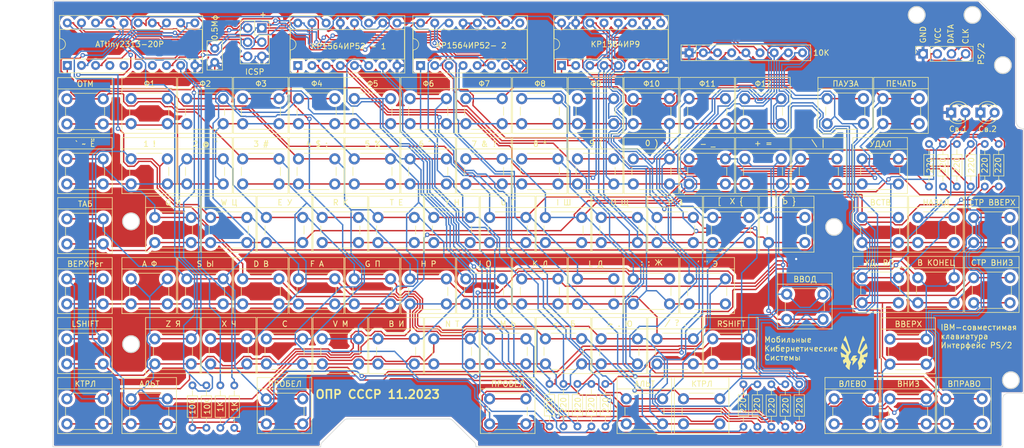
<source format=kicad_pcb>
(kicad_pcb (version 20221018) (generator pcbnew)
  (layers (0 "F.Cu" signal) (31 "B.Cu" signal) (34 "B.Paste" user) (35 "F.Paste" user) (36 "B.SilkS" user "B.Silkscreen") (37 "F.SilkS" user "F.Silkscreen") (38 "B.Mask" user) (39 "F.Mask" user) (44 "Edge.Cuts" user))
  (net 0 "")
  (net 1 "GND")
  (net 2 "+5V")
  (net 3 "MISO")
  (net 4 "MOSI")
  (net 5 "SCK")
  (net 6 "RST")
  (net 7 "PDATA")
  (net 8 "PCLK")
  (net 9 "DATA")
  (net 10 "DATA_C")
  (net 11 "OUT_C")
  (net 12 "Net-(D1-A)")
  (net 13 "LED_1")
  (net 14 "LED_2")
  (net 15 "KL2_595")
  (net 16 "CP_clk")
  (net 17 "PL_di")
  (net 18 "SO")
  (net 19 "KL4_595")
  (net 20 "KL6_595")
  (net 21 "KL8_595")
  (net 22 "KL10_595")
  (net 23 "KL12_595")
  (net 24 "D7_165")
  (net 25 "D6_165")
  (net 26 "D5_165")
  (net 27 "D4_165")
  (net 28 "D3_165")
  (net 29 "D2_165")
  (net 30 "D1_165")
  (net 31 "D0_165")
  (net 32 "KL0_595")
  (net 33 "KL14_595")
  (net 34 "KL9_595")
  (net 35 "KL11_595")
  (net 36 "KL13_595")
  (net 37 "KL15_595")
  (net 38 "KL1_595")
  (net 39 "KL3_595")
  (net 40 "KL5_595")
  (net 41 "KL7_595")
  (net 42 "Net-(D2-A)")
  (net 43 "Net-(U2-QA)")
  (net 44 "Net-(U2-QC)")
  (net 45 "Net-(U2-QE)")
  (net 46 "Net-(U2-QG)")
  (net 47 "Net-(U3-QA)")
  (net 48 "Net-(U3-QC)")
  (net 49 "Net-(U3-QE)")
  (net 50 "Net-(U3-QG)")
  (net 51 "Net-(U3-QB)")
  (net 52 "Net-(U3-QD)")
  (net 53 "Net-(U3-QF)")
  (net 54 "Net-(U3-QH)")
  (net 55 "Net-(U2-QB)")
  (net 56 "Net-(U2-QD)")
  (net 57 "Net-(U2-QF)")
  (net 58 "Net-(U2-QH)")
  (net 63 "Net-(U2-QH')")
  (footprint "Button_Switch_THT:SW_PUSH_KEYB_6mm_H4.3mm" (layer "F.Cu") (at 140.0115 100.7935)
    (fp_text reference "SW23" hide)
    (fp_text value "9 (")
  )
  (footprint "Button_Switch_THT:SW_PUSH_KEYB_6mm_H4.3mm" (layer "F.Cu") (at 90.0115 100.7935)
    (fp_text reference "SW18" hide)
    (fp_text value "4 $ ;")
  )
  (footprint "Button_Switch_THT:SW_PUSH_KEYB_6mm_H4.3mm" (layer "F.Cu") (at 170.0115 100.7935)
    (fp_text reference "SW34" hide)
    (fp_text value "+ =")
  )
  (footprint "Button_Switch_THT:SW_PUSH_KEYB_6mm_H4.3mm" (layer "F.Cu") (at 74.2615 133.0435)
    (fp_text reference "SW68" hide)
    (fp_text value "X Ч")
  )
  (footprint "Resistor_THT:R_Axial_DIN0204_L3.6mm_D1.6mm_P7.62mm_Horizontal" (layer "F.Cu") (at 174.75 148.81 90)
    (fp_text reference "R11" hide)
    (fp_text value "220")
  )
  (footprint "Button_Switch_THT:SW_PUSH_KEYB_6mm_H4.3mm" (layer "F.Cu") (at 100.0115 100.7935)
    (fp_text reference "SW19" hide)
    (fp_text value "5 %")
  )
  (footprint "Button_Switch_THT:SW_PUSH_KEYB_6mm_H4.3mm" (layer "F.Cu") (at 110.0115 100.7935)
    (fp_text reference "SW20" hide)
    (fp_text value "6 ^ :")
  )
  (footprint "Button_Switch_THT:SW_PUSH_KEYB_6mm_H4.3mm" (layer "F.Cu") (at 154.2615 133.0435)
    (fp_text reference "SW76" hide)
    (fp_text value "/ ? .")
  )
  (footprint "Button_Switch_THT:SW_PUSH_KEYB_6mm_H4.3mm" (layer "F.Cu") (at 130.0115 90)
    (fp_text reference "SW12" hide)
    (fp_text value "Ф8")
  )
  (footprint "Button_Switch_THT:SW_PUSH_KEYB_6mm_H4.3mm" (layer "F.Cu") (at 159.0115 143.7935)
    (fp_text reference "SW82" hide)
    (fp_text value "КТРЛ")
  )
  (footprint "Resistor_THT:R_Axial_DIN0204_L3.6mm_D1.6mm_P7.62mm_Horizontal" (layer "F.Cu") (at 137.5 148.75 90)
    (fp_text reference "R13" hide)
    (fp_text value "220")
  )
  (footprint "Button_Switch_THT:SW_PUSH_KEYB_6mm_H4.3mm" (layer "F.Cu") (at 114.2615 111.2935)
    (fp_text reference "SW46" hide)
    (fp_text value "Y Н")
  )
  (footprint "Button_Switch_THT:SW_PUSH_KEYB_6mm_H4.3mm" (layer "F.Cu") (at 64.2615 133.0435)
    (fp_text reference "SW67" hide)
    (fp_text value "Z Я")
  )
  (footprint "Button_Switch_THT:SW_PUSH_KEYB_6mm_H4.3mm" (layer "F.Cu") (at 194.75 90)
    (fp_text reference "SW43" hide)
    (fp_text value "ПЕЧАТЬ")
  )
  (footprint "Resistor_THT:R_Axial_DIN0204_L3.6mm_D1.6mm_P7.62mm_Horizontal" (layer "F.Cu") (at 76 149 90)
    (fp_text reference "R2" hide)
    (fp_text value "1K")
  )
  (footprint "Button_Switch_THT:SW_PUSH_KEYB_6mm_H4.3mm" (layer "F.Cu") (at 94.2615 133.0435)
    (fp_text reference "SW70" hide)
    (fp_text value "V М")
  )
  (footprint "Button_Switch_THT:SW_PUSH_KEYB_6mm_H4.3mm" (layer "F.Cu") (at 70.0115 122.2935)
    (fp_text reference "SW56" hide)
    (fp_text value "S Ы")
  )
  (footprint "LOGO" (layer "F.Cu") (at 189.6 135.6)
    (fp_text reference "G***" hide)
    (fp_text value "LOGO" hide)
  )
  (footprint "Button_Switch_THT:SW_PUSH_KEYB_6mm_H4.3mm" (layer "F.Cu") (at 114.2615 133.0435)
    (fp_text reference "SW72" hide)
    (fp_text value "N Т")
  )
  (footprint "Button_Switch_THT:SW_PUSH_KEYB_6mm_H4.3mm" (layer "F.Cu") (at 150 90)
    (fp_text reference "SW14" hide)
    (fp_text value "Ф10")
  )
  (footprint "Button_Switch_THT:SW_PUSH_KEYB_6mm_H4.3mm" (layer "F.Cu") (at 206.0115 143.7935)
    (fp_text reference "SW28" hide)
    (fp_text value "ВПРАВО")
  )
  (footprint "Button_Switch_THT:SW_PUSH_KEYB_6mm_H4.3mm" (layer "F.Cu") (at 110.0115 122.2935)
    (fp_text reference "SW60" hide)
    (fp_text value "H Р")
  )
  (footprint "Button_Switch_THT:SW_PUSH_KEYB_6mm_H4.3mm" (layer "F.Cu") (at 164.2615 133.0435)
    (fp_text reference "SW77" hide)
    (fp_text value "RSHIFT")
  )
  (footprint "Resistor_THT:R_Axial_DIN0204_L3.6mm_D1.6mm_P7.62mm_Horizontal" (layer "F.Cu") (at 169.75 148.81 90)
    (fp_text reference "R10" hide)
    (fp_text value "220")
  )
  (footprint "Button_Switch_THT:SW_PUSH_KEYB_6mm_H4.3mm" (layer "F.Cu") (at 124.2615 133.0435)
    (fp_text reference "SW73" hide)
    (fp_text value "M Ь")
  )
  (footprint "Button_Switch_THT:SW_PUSH_KEYB_6mm_H4.3mm" (layer "F.Cu") (at 184.75 90)
    (fp_text reference "SW83" hide)
    (fp_text value "ПАУЗА")
  )
  (footprint "Button_Switch_THT:SW_PUSH_KEYB_6mm_H4.3mm" (layer "F.Cu") (at 160.0115 122.2935)
    (fp_text reference "SW65" hide)
    (fp_text value "' \" Э")
  )
  (footprint "Button_Switch_THT:SW_PUSH_KEYB_6mm_H4.3mm" (layer "F.Cu") (at 60.0115 143.7935)
    (fp_text reference "SW79" hide)
    (fp_text value "АЛЬТ")
  )
  (footprint "LED_THT:LED_D3.0mm" (layer "F.Cu") (at 206.975 92.5)
    (fp_text reference "D1" hide)
    (fp_text value "Св.1")
  )
  (footprint "Button_Switch_THT:SW_PUSH_KEYB_6mm_H4.3mm" (layer "F.Cu") (at 144.2615 133.0435)
    (fp_text reference "SW75" hide)
    (fp_text value "> . Ю")
  )
  (footprint "Button_Switch_THT:SW_PUSH_KEYB_6mm_H4.3mm" (layer "F.Cu") (at 134.2615 133.0435)
    (fp_text reference "SW74" hide)
    (fp_text value "< , Б")
  )
  (footprint "Button_Switch_THT:SW_PUSH_KEYB_6mm_H4.3mm" (layer "F.Cu") (at 191.0115 100.7935)
    (fp_text reference "SW36" hide)
    (fp_text value "УДАЛ")
  )
  (footprint "Button_Switch_THT:SW_PUSH_KEYB_6mm_H4.3mm" (layer "F.Cu") (at 134.2615 111.2935)
    (fp_text reference "SW48" hide)
    (fp_text value "I Ш")
  )
  (footprint "Button_Switch_THT:SW_PUSH_KEYB_6mm_H4.3mm" (layer "F.Cu") (at 60.0115 122.2935)
    (fp_text reference "SW55" hide)
    (fp_text value "A Ф")
  )
  (footprint "Button_Switch_THT:SW_PUSH_KEYB_6mm_H4.3mm" (layer "F.Cu") (at 48.5 100.7935)
    (fp_text reference "SW6" hide)
    (fp_text value "` ~ Ё")
  )
  (footprint "Button_Switch_THT:SW_PUSH_KEYB_6mm_H4.3mm" (layer "F.Cu") (at 201.0115 111.2935)
    (fp_text reference "SW30" hide)
    (fp_text value "НАЗАД")
  )
  (footprint "Button_Switch_THT:SW_PUSH_KEYB_6mm_H4.3mm" (layer "F.Cu") (at 124.2615 111.2935)
    (fp_text reference "SW47" hide)
    (fp_text value "U Г")
  )
  (footprint "Resistor_THT:R_Axial_DIN0204_L3.6mm_D1.6mm_P7.62mm_Horizontal" (layer "F.Cu") (at 203 105.75 90)
    (fp_text reference "R7" hide)
    (fp_text value "220")
  )
  (footprint "Button_Switch_THT:SW_PUSH_KEYB_6mm_H4.3mm" (layer "F.Cu") (at 104.2615 133.0435)
    (fp_text reference "SW71" hide)
    (fp_text value "B И")
  )
  (footprint "Button_Switch_THT:SW_PUSH_KEYB_6mm_H4.3mm" (layer "F.Cu") (at 48.5115 143.7935)
    (fp_text reference "SW78" hide)
    (fp_text value "КТРЛ")
  )
  (footprint "Connector_PinSocket_2.54mm:PinSocket_2x03_P2.54mm_Vertical_ICSP" (layer "F.Cu") (at 83.439 77.343)
    (fp_text reference "J2" hide)
    (fp_text value "ICSP")
  )
  (footprint "Button_Switch_THT:SW_PUSH_KEYB_6mm_H4.3mm" (layer "F.Cu") (at 120.0115 90)
    (fp_text reference "SW11" hide)
    (fp_text value "Ф7")
  )
  (footprint "Button_Switch_THT:SW_PUSH_KEYB_6mm_H4.3mm" (layer "F.Cu") (at 150.0115 122.2935)
    (fp_text reference "SW64" hide)
    (fp_text value ": ; Ж")
  )
  (footprint "Button_Switch_THT:SW_PUSH_KEYB_6mm_H4.3mm" (layer "F.Cu") (at 60.0115 100.7935)
    (fp_text reference "SW7" hide)
    (fp_text value "1 !")
  )
  (footprint "Button_Switch_THT:SW_PUSH_KEYB_6mm_H4.3mm" (layer "F.Cu") (at 196.0115 143.7935)
    (fp_text reference "SW26" hide)
    (fp_text value "ВНИЗ")
  )
  (footprint "Button_Switch_THT:SW_PUSH_KEYB_6mm_H4.3mm" (layer "F.Cu") (at 160.0115 90)
    (fp_text reference "SW15" hide)
    (fp_text value "Ф11")
  )
  (footprint "Button_Switch_THT:SW_PUSH_KEYB_6mm_H4.3mm" (layer "F.Cu") (at 130.0115 100.7935)
    (fp_text reference "SW22" hide)
    (fp_text value "8 *")
  )
  (footprint "Button_Switch_THT:SW_PUSH_KEYB_6mm_H4.3mm" (layer "F.Cu") (at 104.2615 111.2935)
    (fp_text reference "SW45" hide)
    (fp_text value "T Е")
  )
  (footprint "Button_Switch_THT:SW_PUSH_KEYB_6mm_H4.3mm" (layer "F.Cu") (at 191.023 122.087)
    (fp_text reference "SW32" hide)
    (fp_text value "УД. ВП.")
  )
  (footprint "Resistor_THT:R_Axial_DIN0204_L3.6mm_D1.6mm_P7.62mm_Horizontal" (layer "F.Cu") (at 177.25 148.81 90)
    (fp_text reference "R8" hide)
    (fp_text value "220")
  )
  (footprint "Button_Switch_THT:SW_PUSH_KEYB_6mm_H4.3mm" (layer "F.Cu") (at 94.2615 111.2935)
    (fp_text reference "SW44" hide)
    (fp_text value "R К")
  )
  (footprint "Resistor_THT:R_Array_SIP9" (layer "F.Cu") (at 160.02 81.788)
    (fp_text reference "RN1" hide)
    (fp_text value "10K")
  )
  (footprint "Button_Switch_THT:SW_PUSH_KEYB_6mm_H4.3mm" (layer "F.Cu") (at 74.2615 111.2935)
    (fp_text reference "SW39" hide)
    (fp_text value "W Ц")
  )
  (footprint "Package_DIP:DIP-16_W7.62mm_Socket" (layer "F.Cu") (at 111.887 84.074 90)
    (fp_text reference "U3" hide)
    (fp_text value "KP1564ИP52- 2")
  )
  (footprint "Button_Switch_THT:SW_PUSH_KEYB_6mm_H4.3mm" (layer "F.Cu") (at 90.0115 90)
    (fp_text reference "SW5" hide)
    (fp_text value "Ф4")
  )
  (footprint "Resistor_THT:R_Axial_DIN0204_L3.6mm_D1.6mm_P7.62mm_Horizontal" (layer "F.Cu") (at 142.5 148.75 90)
    (fp_text reference "R19" hide)
    (fp_text value "220")
  )
  (footprint "Resistor_THT:R_Axial_DIN0204_L3.6mm_D1.6mm_P7.62mm_Horizontal" (layer "F.Cu") (at 172.25 148.81 90)
    (fp_text reference "R20" hide)
    (fp_text value "220")
  )
  (footprint "Package_DIP:DIP-20_W7.62mm_Socket" (layer "F.Cu") (at 48.575 84.05 90)
    (fp_text reference "U1" hide)
    (fp_text value "ATtiny2313-20P")
  )
  (footprint "Package_DIP:DIP-16_W7.62mm_Socket" (layer "F.Cu") (at 89.887 84.074 90)
    (fp_text reference "U2" hide)
    (fp_text value "KP1564ИP52 - 1")
  )
  (footprint "Button_Switch_THT:SW_PUSH_KEYB_6mm_H4.3mm" (layer "F.Cu") (at 186.0115 143.7935)
    (fp_text reference "SW27" hide)
    (fp_text value "ВЛЕВО")
  )
  (footprint "Button_Switch_THT:SW_PUSH_KEYB_6mm_H4.3mm" (layer "F.Cu") (at 140.0115 122.2935)
    (fp_text reference "SW63" hide)
    (fp_text value "L Д")
  )
  (footprint "Button_Switch_THT:SW_PUSH_KEYB_6mm_H4.3mm" (layer "F.Cu") (at 90.0115 122.2935)
    (fp_text reference "SW58" hide)
    (fp_text value "F А")
  )
  (footprint "Button_Switch_THT:SW_PUSH_KEYB_6mm_H4.3mm" (layer "F.Cu") (at 211.023 122.087)
    (fp_text reference "SW31" hide)
    (fp_text value "СТР ВНИЗ")
  )
  (footprint "Button_Switch_THT:SW_PUSH_KEYB_6mm_H4.3mm" (layer "F.Cu") (at 201.0115 122.087)
    (fp_text reference "SW41" hide)
    (fp_text value "В КОНЕЦ")
  )
  (footprint "Connector_PinSocket_2.54mm:PinSocket_1x04_P2.54mm_Vertical" (layer "F.Cu") (at 201.95 81.975 90)
    (fp_text reference "J1" hide)
    (fp_text value "PS/2")
  )
  (footprint "Button_Switch_THT:SW_PUSH_KEYB_6mm_H4.3mm" (layer "F.Cu") (at 164.2615 111.2935)
    (fp_text reference "SW51" hide)
    (fp_text value "[  X {")
  )
  (footprint "Button_Switch_THT:SW_PUSH_KEYB_6mm_H4.3mm" (layer "F.Cu") (at 196.0115 133.087)
    (fp_text reference "SW25" hide)
    (fp_text value "ВВЕРХ")
  )
  (footprint "Button_Switch_THT:SW_PUSH_KEYB_6mm_H4.3mm" (layer "F.Cu") (at 110.0115 90)
    (fp_text reference "SW10" hide)
    (fp_text value "Ф6")
  )
  (footprint "Button_Switch_THT:SW_PUSH_KEYB_6mm_H4.3mm" (layer "F.Cu") (at 180.0115 100.7935)
    (fp_text reference "SW35" hide)
    (fp_text value "\\ |")
  )
  (footprint "Button_Switch_THT:SW_PUSH_KEYB_6mm_H4.3mm" (layer "F.Cu") (at 154.2615 111.2935)
    (fp_text reference "SW50" hide)
    (fp_text value "P З")
  )
  (footprint "Button_Switch_THT:SW_PUSH_KEYB_6mm_H4.3mm" (layer "F.Cu") (at 80.0115 122.2935)
    (fp_text reference "SW57" hide)
    (fp_text value "D В")
  )
  (footprint "Package_DIP:DIP-16_W7.62mm_Socket" (layer "F.Cu") (at 137.15 84.064 90)
    (fp_text reference "U4" hide)
    (fp_text value "KP1564ИP9")
  )
  (footprint "Button_Switch_THT:SW_PUSH_KEYB_6mm_H4.3mm" (layer "F.Cu") (at 170 90)
    (fp_text reference "SW16" hide)
    (fp_text value "Ф12")
  )
  (footprint "Button_Switch_THT:SW_PUSH_KEYB_6mm_H4.3mm" (layer "F.Cu") (at 174.2615 111.2935)
    (fp_text reference "SW52" hide)
    (fp_text value "] Ъ } ")
  )
  (footprint "Button_Switch_THT:SW_PUSH_KEYB_6mm_H4.3mm" (layer "F.Cu") (at 48.5 133.0435)
    (fp_text reference "SW66" hide)
    (fp_text value "LSHIFT")
  )
  (footprint "Button_Switch_THT:SW_PUSH_KEYB_6mm_H4.3mm" (layer "F.Cu") (at 100.0115 90)
    (fp_text reference "SW9" hide)
    (fp_text value "Ф5")
  )
  (footprint "Resistor_THT:R_Axial_DIN0204_L3.6mm_D1.6mm_P7.62mm_Horizontal" (layer "F.Cu") (at 205.5 105.76 90)
    (fp_text reference "R15" hide)
    (fp_text value "220")
  )
  (footprint "Button_Switch_THT:SW_PUSH_KEYB_6mm_H4.3mm" (layer "F.Cu") (at 70.0115 90)
    (fp_text reference "SW3" hide)
    (fp_text value "Ф2")
  )
  (footprint "Button_Switch_THT:SW_PUSH_KEYB_6mm_H4.3mm" (layer "F.Cu") (at 80.0115 100.7935)
    (fp_text reference "SW17" hide)
    (fp_text value "3 #")
  )
  (footprint "Button_Switch_THT:SW_PUSH_KEYB_6mm_H4.3mm" (layer "F.Cu") (at 140.0115 90)
    (fp_text reference "SW13" hide)
    (fp_text value "Ф9")
  )
  (footprint "Resistor_THT:R_Axial_DIN0204_L3.6mm_D1.6mm_P7.62mm_Horizontal" (layer "F.Cu") (at 145 148.75 90)
    (fp_text reference "R14" hide)
    (fp_text value "220")
  )
  (footprint "Button_Switch_THT:SW_PUSH_KEYB_6mm_H4.3mm" (layer "F.Cu") (at 120.0115 122.2935)
    (fp_text reference "SW61" hide)
    (fp_text value "J О")
  )
  (footprint "Resistor_THT:R_Axial_DIN0204_L3.6mm_D1.6mm_P7.62mm_Horizontal" (layer "F.Cu") (at 179.75 148.81 90)
    (fp_text reference "R6" hide)
    (fp_text value "220")
  )
  (footprint "Resistor_THT:R_Axial_DIN0204_L3.6mm_D1.6mm_P7.62mm_Horizontal" (layer "F.Cu") (at 213 105.75 90)
    (fp_text reference "R18" hide)
    (fp_text value "220")
  )
  (footprint "Resistor_THT:R_Axial_DIN0204_L3.6mm_D1.6mm_P7.62mm_Horizontal" (layer "F.Cu") (at 135 148.75 90)
    (fp_text reference "R17" hide)
    (fp_text value "220")
  )
  (footprint "Button_Switch_THT:SW_PUSH_KEYB_6mm_H4.3mm" (layer "F.Cu") (at 48.5 122.2935)
    (fp_text reference "SW54" hide)
    (fp_text value "ВЕРХРег")
  )
  (footprint "Resistor_THT:R_Axial_DIN0204_L3.6mm_D1.6mm_P7.62mm_Horizontal" (layer "F.Cu") (at 73.5 149 90)
    (fp_text reference "R4" hide)
    (fp_text value "10K")
  )
  (footprint "Button_Switch_THT:SW_PUSH_KEYB_6mm_H4.3mm" (layer "F.Cu") (at 160.0115 100.7935)
    (fp_text reference "SW33" hide)
    (fp_text value "- _")
  )
  (footprint "Button_Switch_THT:SW_PUSH_KEYB_6mm_H4.3mm" (layer "F.Cu") (at 48.5115 111.5435)
    (fp_text reference "SW37" hide)
    (fp_text value "ТАБ")
  )
  (footprint "Capacitor_THT:C_Disc_D5.0mm_W2.5mm_P2.50mm" (layer "F.Cu") (at 75 83.5 90)
    (fp_text reference "C1" hide)
    (fp_text value "0.5Mф")
  )
  (footprint "Button_Switch_THT:SW_PUSH_KEYB_6mm_H4.3mm" (layer "F.Cu") (at 100.0115 122.2935)
    (fp_text reference "SW59" hide)
    (fp_text value "G П")
  )
  (footprint "Button_Switch_THT:SW_PUSH_KEYB_6mm_H4.3mm" (layer "F.Cu") (at 150.0115 100.7935)
    (fp_text reference "SW24" hide)
    (fp_text value "0 )")
  )
  (footprint "Button_Switch_THT:SW_PUSH_KEYB_6mm_H4.3mm" (layer "F.Cu") (at 60.0115 89.9935)
    (fp_text reference "SW2" hide)
    (fp_text value "Ф1")
  )
  (footprint "Button_Switch_THT:SW_PUSH_KEYB_6mm_H4.3mm" (layer "F.Cu") (at 130.0115 122.2935)
    (fp_text reference "SW62" hide)
    (fp_text value "K Л")
  )
  (footprint "Resistor_THT:R_Axial_DIN0204_L3.6mm_D1.6mm_P7.62mm_Horizontal" (layer "F.Cu") (at 71 149 90)
    (fp_text reference "R1" hide)
    (fp_text value "10K")
  )
  (footprint "Button_Switch_THT:SW_PUSH_KEYB_6mm_H4.3mm" (layer "F.Cu") (at 191.0115 111.2935)
    (fp_text reference "SW29" hide)
    (fp_text value "ВСТВ")
  )
  (footprint "Button_Switch_THT:SW_PUSH_KEYB_6mm_H4.3mm" (layer "F.Cu") (at 211.0115 111.2935)
    (fp_text reference "SW42" hide)
    (fp_text value "СТР ВВЕРХ")
  )
  (footprint "Button_Switch_THT:SW_PUSH_KEYB_6mm_H4.3mm" (layer "F.Cu") (at 124.2615 143.7935)
    (fp_text reference "SW84" hide)
    (fp_text value "ПРОБЕЛ")
  )
  (footprint "Resistor_THT:R_Axial_DIN0204_L3.6mm_D1.6mm_P7.62mm_Horizontal" (layer "F.Cu") (at 140 148.75 90)
    (fp_text reference "R12" hide)
    (fp_text value "220")
  )
  (footprint "Button_Switch_THT:SW_PUSH_KEYB_6mm_H4.3mm" (layer "F.Cu") (at 144.2615 111.2935)
    (fp_text reference "SW49" hide)
    (fp_text value "O Щ")
  )
  (footprint "Button_Switch_THT:SW_PUSH_KEYB_6mm_H4.3mm" (layer "F.Cu") (at 84.2615 111.2935)
    (fp_text reference "SW40" hide)
    (fp_text value "E У")
  )
  (footprint "Button_Switch_THT:SW_PUSH_KEYB_6mm_H4.3mm" (layer "F.Cu") (at 84.2615 143.7935)
    (fp_text reference "SW80" hide)
    (fp_text value "ПРОБЕЛ")
  )
  (footprint "Resistor_THT:R_Axial_DIN0204_L3.6mm_D1.6mm_P7.62mm_Horizontal" (layer "F.Cu") (at 208 105.75 90)
    (fp_text reference "R5" hide)
    (fp_text value "220")
  )
  (footprint "Resistor_THT:R_Axial_DIN0204_L3.6mm_D1.6mm_P7.62mm_Horizontal" (layer "F.Cu") (at 78.5 149.01 90)
    (fp_text reference "R3" hide)
    (fp_text value "1K")
  )
  (footprint "LED_THT:LED_D3.0mm" (layer "F.Cu") (at 212.225 92.5)
    (fp_text reference "D2" hide)
    (fp_text value "Св.2")
  )
  (footprint "Button_Switch_THT:SW_PUSH_KEYB_6mm_H4.3mm" (layer "F.Cu") (at 48.5115 90.0435)
    (fp_text reference "SW1" hide)
    (fp_text value "ОТМ")
  )
  (footprint "Button_Switch_THT:SW_PUSH_KEYB_6mm_H4.3mm" (layer "F.Cu") (at 80.0115 90)
    (fp_text reference "SW4" hide)
    (fp_text value "Ф3")
  )
  (footprint "Button_Switch_THT:SW_PUSH_KEYB_6mm_H4.3mm" (layer "F.Cu") (at 148.7615 143.7935)
    (fp_text reference "SW81" hide)
    (fp_text value "АЛЬТ")
  )
  (footprint "Button_Switch_THT:SW_PUSH_KEYB_6mm_H4.3mm" (layer "F.Cu") (at 177.5115 125.0435)
    (fp_text reference "SW53" hide)
    (fp_text value "ВВОД")
  )
  (footprint "Button_Switch_THT:SW_PUSH_KEYB_6mm_H4.3mm" (layer "F.Cu") (at 70.0115 100.7935)
    (fp_text reference "SW8" hide)
    (fp_text value "2 @ \"")
  )
  (footprint "Button_Switch_THT:SW_PUSH_KEYB_6mm_H4.3mm" (layer "F.Cu") (at 64.2615 111.2935)
    (fp_text reference "SW38" hide)
    (fp_text value "Q Й")
  )
  (footprint "Button_Switch_THT:SW_PUSH_KEYB_6mm_H4.3mm" (layer "F.Cu") (at 120.0115 100.7935)
    (fp_text reference "SW21" hide)
    (fp_text value "7 & ?")
  )
  (footprint "Resistor_THT:R_Axial_DIN0204_L3.6mm_D1.6mm_P7.62mm_Horizontal" (layer "F.Cu") (at 210.5 105.75 90)
    (fp_text reference "R9" hide)
    (fp_text value "220")
  )
  (footprint "Button_Switch_THT:SW_PUSH_KEYB_6mm_H4.3mm" (layer "F.Cu") (at 84.2615 133.0435)
    (fp_text reference "SW69" hide)
    (fp_text value "C")
  )
  (footprint "Resistor_THT:R_Axial_DIN0204_L3.6mm_D1.6mm_P7.62mm_Horizontal" (layer "F.Cu") (at 215.5 98.125 -90)
    (fp_text reference "R16" hide)
    (fp_text value "220")
  )
  (gr_arc (start 211.6 72.4) (mid 211.982683 72.47612) (end 212.307107 72.692893) (stroke (width 0.1)) (layer "Edge.Cuts"))
  (gr_circle (center 186 113) (end 187.5 113) (stroke (width 0.2)) (fill none) (layer "Edge.Cuts"))
  (gr_arc (start 121.4 151.448528) (mid 121.694427 151.801314) (end 121.8 152.248528) (stroke (width 0.1)) (layer "Edge.Cuts"))
  (gr_line (start 216.2 143.8) (end 216.2 152.4) (stroke (width 0.1)) (layer "Edge.Cuts"))
  (gr_circle (center 200.8 75) (end 202.3 75) (stroke (width 0.2)) (fill none) (layer "Edge.Cuts"))
  (gr_line (start 46 152.4) (end 46 72.4) (stroke (width 0.1)) (layer "Edge.Cuts"))
  (gr_line (start 121.8 152.4) (end 216.2 152.4) (stroke (width 0.1)) (layer "Edge.Cuts"))
  (gr_line (start 220 142.8) (end 217.2 142.8) (stroke (width 0.1)) (layer "Edge.Cuts"))
  (gr_line (start 220 95.4) (end 220 142.8) (stroke (width 0.1)) (layer "Edge.Cuts"))
  (gr_line (start 218.365685 78.834315) (end 212.307107 72.692893) (stroke (width 0.1)) (layer "Edge.Cuts"))
  (gr_line (start 117.599996 147.648528) (end 121.4 151.448528) (stroke (width 0.1)) (layer "Edge.Cuts"))
  (gr_line (start 98.8 147.4) (end 116.999996 147.4) (stroke (width 0.1)) (layer "Edge.Cuts"))
  (gr_circle (center 216.25 84) (end 217.75 84) (stroke (width 0.2)) (fill none) (layer "Edge.Cuts"))
  (gr_circle (center 60 134) (end 61.5 134) (stroke (width 0.2)) (fill none) (layer "Edge.Cuts"))
  (gr_arc (start 94 152.248528) (mid 94.105573 151.801314) (end 94.4 151.448528) (stroke (width 0.1)) (layer "Edge.Cuts"))
  (gr_arc (start 216.2 143.8) (mid 216.492893 143.092893) (end 217.2 142.8) (stroke (width 0.1)) (layer "Edge.Cuts"))
  (gr_circle (center 217.678 140.462) (end 219.178 140.462) (stroke (width 0.2)) (fill none) (layer "Edge.Cuts"))
  (gr_circle (center 210.8 75) (end 212.3 75) (stroke (width 0.2)) (fill none) (layer "Edge.Cuts"))
  (gr_arc (start 116.999996 147.4) (mid 117.324714 147.46459) (end 117.599996 147.648528) (stroke (width 0.1)) (layer "Edge.Cuts"))
  (gr_line (start 94.4 151.448528) (end 98.2 147.648528) (stroke (width 0.1)) (layer "Edge.Cuts"))
  (gr_arc (start 218.365685 78.834315) (mid 218.539103 79.093853) (end 218.599999 79.4) (stroke (width 0.1)) (layer "Edge.Cuts"))
  (gr_line (start 94 152.4) (end 94 152.248528) (stroke (width 0.1)) (layer "Edge.Cuts"))
  (gr_line (start 121.8 152.4) (end 121.8 152.248528) (stroke (width 0.1)) (layer "Edge.Cuts"))
  (gr_line (start 218.6 94) (end 218.599999 79.4) (stroke (width 0.1)) (layer "Edge.Cuts"))
  (gr_line (start 46 72.4) (end 211.6 72.4) (stroke (width 0.1)) (layer "Edge.Cuts"))
  (gr_circle (center 60 112) (end 61.5 112) (stroke (width 0.2)) (fill none) (layer "Edge.Cuts"))
  (gr_line (start 46 152.4) (end 94 152.4) (stroke (width 0.1)) (layer "Edge.Cuts"))
  (gr_arc (start 220 95.4) (mid 219.010051 94.989949) (end 218.6 94) (stroke (width 0.1)) (layer "Edge.Cuts"))
  (gr_arc (start 98.2 147.648528) (mid 98.475282 147.46459) (end 98.8 147.4) (stroke (width 0.1)) (layer "Edge.Cuts"))
  (gr_text "IBM-совместимая\nклавиатура\nИнтерфейс PS/2" (at 205 132.6) (layer "F.SilkS") (effects (font (size 1 1)) (justify left)))
  (gr_text "Mобильные \nKибернетические \nCистемы" (at 173.4 134.8) (layer "F.SilkS") (effects (font (size 1 1)) (justify left)))
  (gr_text "OПP CCCP 11.2023" (at 92.9 143) (layer "F.SilkS") (effects (font (size 1.5 1.5) (thickness 0.3)) (justify left)))
  (segment (start 140.8151 76.1627) (end 141.7133 75.2645) (width 0.25) (layer "F.Cu") (net 1))
  (segment (start 141.7133 75.2645) (end 152.39 75.2645) (width 0.25) (layer "F.Cu") (net 1))
  (segment (start 139.69 76.444) (end 140.8151 76.444) (width 0.25) (layer "F.Cu") (net 1))
  (segment (start 71.435 87.307) (end 74.203504 87.307) (width 0.25) (layer "F.Cu") (net 1))
  (segment (start 75 86.510504) (end 75 83.5) (width 0.25) (layer "F.Cu") (net 1))
  (segment (start 140.8151 76.444) (end 140.8151 76.1627) (width 0.25) (layer "F.Cu") (net 1))
  (segment (start 74.203504 87.307) (end 75 86.510504) (width 0.25) (layer "F.Cu") (net 1))
  (segment (start 152.39 75.2645) (end 152.39 76.444) (width 0.25) (layer "F.Cu") (net 1))
  (segment (start 71.435 84.05) (end 71.435 87.307) (width 0.25) (layer "F.Cu") (net 1))
  (via (at 179.197 118.745) (size 0.8) (drill 0.4) (layers "F.Cu" "B.Cu") (net 1))
  (segment (start 138.5649 76.444) (end 138.5649 76.684) (width 0.25) (layer "B.Cu") (net 1))
  (segment (start 212.217 89.916) (end 206.975 89.916) (width 0.25) (layer "B.Cu") (net 1))
  (segment (start 129.667 84.074) (end 130.7921 84.074) (width 0.25) (layer "B.Cu") (net 1))
  (segment (start 206.975 88.1751) (end 206.975 91.2748) (width 0.25) (layer "B.Cu") (net 1))
  (segment (start 160.02 81.788) (end 158.8949 81.788) (width 0.25) (layer "B.Cu") (net 1))
  (segment (start 84.6141 82.423) (end 98.0999 82.423) (width 0.25) (layer "B.Cu") (net 1))
  (segment (start 82.2639 82.7902) (end 81.3807 83.6734) (width 0.25) (layer "B.Cu") (net 1))
  (segment (start 152.39 76.444) (end 152.39 81.788) (width 0.25) (layer "B.Cu") (net 1))
  (segment (start 212.217 92.492) (end 212.217 89.916) (width 0.25) (layer "B.Cu") (net 1))
  (segment (start 121.5444 77.5791) (end 120.6321 76.6668) (width 0.25) (layer "B.Cu") (net 1))
  (segment (start 138.5649 76.684) (end 131.1749 84.074) (width 0.25) (layer "B.Cu") (net 1))
  (segment (start 201.95 81.975) (end 201.95 82.5625) (width 0.25) (layer "B.Cu") (net 1))
  (segment (start 120.0696 76.454) (end 119.507 76.454) (width 0.25) (layer "B.Cu") (net 1))
  (segment (start 139.69 76.444) (end 138.5649 76.444) (width 0.25) (layer "B.Cu") (net 1))
  (segment (start 201.95 83.1501) (end 206.975 88.1751) (width 0.25) (layer "B.Cu") (net 1))
  (segment (start 201.95 82.5625) (end 201.95 83.1501) (width 0.25) (layer "B.Cu") (net 1))
  (segment (start 154.93 81.788) (end 158.8949 81.788) (width 0.25) (layer "B.Cu") (net 1))
  (segment (start 129.667 84.074) (end 128.5419 84.074) (width 0.25) (layer "B.Cu") (net 1))
  (segment (start 154.93 81.788) (end 154.93 84.064) (width 0.25) (layer "B.Cu") (net 1))
  (segment (start 162.9457 79.7061) (end 161.1451 81.5067) (width 0.25) (layer "B.Cu") (net 1))
  (segment (start 99.3159 81.207) (end 100.5151 82.4062) (width 0.25) (layer "B.Cu") (net 1))
  (segment (start 100.5151 82.4062) (end 107.667 82.4062) (width 0.25) (layer "B.Cu") (net 1))
  (segment (start 128.5419 84.074) (end 128.5419 83.8409) (width 0.25) (layer "B.Cu") (net 1))
  (segment (start 119.507 76.454) (end 119.507 77.5791) (width 0.25) (layer "B.Cu") (net 1))
  (segment (start 199.0936 79.7061) (end 162.9457 79.7061) (width 0.25) (layer "B.Cu") (net 1))
  (segment (start 120.0696 76.454) (end 120.6321 76.454) (width 0.25) (layer "B.Cu") (net 1))
  (segment (start 206.975 89.916) (end 206.975 91.2748) (width 0.25) (layer "B.Cu") (net 1))
  (segment (start 98.1762 80.5232) (end 97.507 79.854) (width 0.25) (layer "B.Cu") (net 1))
  (segment (start 160.02 81.788) (end 161.1451 81.788) (width 0.25) (layer "B.Cu") (net 1))
  (segment (start 212.225 92.5) (end 212.217 92.492) (width 0.25) (layer "B.Cu") (net 1))
  (segment (start 201.95 82.5625) (end 199.0936 79.7061) (width 0.25) (layer "B.Cu") (net 1))
  (segment (start 107.667 82.375) (end 107.667 84.074) (width 0.25) (layer "B.Cu") (net 1))
  (segment (start 131.1749 84.074) (end 130.7921 84.074) (width 0.25) (layer "B.Cu") (net 1))
  (segment (start 122.2801 77.5791) (end 121.5444 77.5791) (width 0.25) (layer "B.Cu") (net 1))
  (segment (start 82.2639 82.423) (end 82.2639 82.7902) (width 0.25) (layer "B.Cu") (net 1))
  (segment (start 115.5271 81.559) (end 108.483 81.559) (width 0.25) (layer "B.Cu") (net 1))
  (segment (start 107.667 82.4062) (end 107.667 84.074) (width 0.25) (layer "B.Cu") (net 1))
  (segment (start 98.0999 82.423) (end 99.3159 81.207) (width 0.25) (layer "B.Cu") (net 1))
  (segment (start 83.439 82.423) (end 82.2639 82.423) (width 0.25) (layer "B.Cu") (net 1))
  (segment (start 161.1451 81.5067) (end 161.1451 81.788) (width 0.25) (layer "B.Cu") (net 1))
  (segment (start 75.1734 83.6734) (end 75 83.5) (width 0.25) (layer "B.Cu") (net 1))
  (segment (start 206.975 91.2748) (end 206.975 92.5) (width 0.25) (layer "B.Cu") (net 1))
  (segment (start 128.5419 83.8409) (end 122.2801 77.5791) (width 0.25) (layer "B.Cu") (net 1))
  (segment (start 152.39 81.788) (end 154.93 81.788) (width 0.25) (layer "B.Cu") (net 1))
  (segment (start 97.507 79.854) (end 97.507 76.454) (width 0.25) (layer "B.Cu") (net 1))
  (segment (start 83.439 82.423) (end 84.6141 82.423) (width 0.25) (layer "B.Cu") (net 1))
  (segment (start 108.483 81.559) (end 107.667 82.375) (width 0.25) (layer "B.Cu") (net 1))
  (segment (start 81.3807 83.6734) (end 75.1734 83.6734) (width 0.25) (layer "B.Cu") (net 1))
  (segment (start 99.3159 81.207) (end 98.6321 80.5232) (width 0.25) (layer "B.Cu") (net 1))
  (segment (start 120.6321 76.6668) (end 120.6321 76.454) (width 0.25) (layer "B.Cu") (net 1))
  (segment (start 98.6321 80.5232) (end 98.1762 80.5232) (width 0.25) (layer "B.Cu") (net 1))
  (segment (start 119.507 77.5791) (end 115.5271 81.559) (width 0.25) (layer "B.Cu") (net 1))
  (segment (start 106.2521 76.454) (end 106.2521 76.7354) (width 0.25) (layer "F.Cu") (net 2))
  (segment (start 107.0958 77.5791) (end 109.6368 77.5791) (width 0.25) (layer "F.Cu") (net 2))
  (segment (start 49.7001 76.6064) (end 49.7001 76.43) (width 0.25) (layer "F.Cu") (net 2))
  (segment (start 127.127 76.454) (end 126.0019 76.454) (width 0.25) (layer "F.Cu") (net 2))
  (segment (start 140.96 81.3791) (end 140.96 84.4184) (width 0.25) (layer "F.Cu") (net 2))
  (segment (start 68.549197 79.8426) (end 68.542597 79.8492) (width 0.25) (layer "F.Cu") (net 2))
  (segment (start 89.887 76.454) (end 88.7619 76.454) (width 0.25) (layer "F.Cu") (net 2))
  (segment (start 87.8729 77.343) (end 88.7619 76.454) (width 0.25) (layer "F.Cu") (net 2))
  (segment (start 49.7001 76.43) (end 48.575 76.43) (width 0.25) (layer "F.Cu") (net 2))
  (segment (start 203.3149 82.806) (end 203.3149 81.975) (width 0.25) (layer "F.Cu") (net 2))
  (segment (start 113.0121 76.2208) (end 113.0121 76.454) (width 0.25) (layer "F.Cu") (net 2))
  (segment (start 68.542597 79.8492) (end 65.532316 79.8492) (width 0.25) (layer "F.Cu") (net 2))
  (segment (start 137.15 76.444) (end 137.15 77.5691) (width 0.25) (layer "F.Cu") (net 2))
  (segment (start 113.907 75.3259) (end 113.0121 76.2208) (width 0.25) (layer "F.Cu") (net 2))
  (segment (start 51.5907 78.497) (end 49.7001 76.6064) (width 0.25) (layer "F.Cu") (net 2))
  (segment (start 65.532316 79.8492) (end 65.011116 79.328) (width 0.25) (layer "F.Cu") (net 2))
  (segment (start 73.8426 79.8426) (end 68.549197 79.8426) (width 0.25) (layer "F.Cu") (net 2))
  (segment (start 126.0019 76.1727) (end 125.1551 75.3259) (width 0.25) (layer "F.Cu") (net 2))
  (segment (start 71 149) (end 73.5 149) (width 0.25) (layer "F.Cu") (net 2))
  (segment (start 109.6368 77.5791) (end 110.7619 76.454) (width 0.25) (layer "F.Cu") (net 2))
  (segment (start 137.15 77.5691) (end 140.96 81.3791) (width 0.25) (layer "F.Cu") (net 2))
  (segment (start 60.664012 79.328) (end 59.833012 78.497) (width 0.25) (layer "F.Cu") (net 2))
  (segment (start 105.127 76.454) (end 106.2521 76.454) (width 0.25) (layer "F.Cu") (net 2))
  (segment (start 83.439 77.343) (end 84.6141 77.343) (width 0.25) (layer "F.Cu") (net 2))
  (segment (start 204.49 81.975) (end 203.3149 81.975) (width 0.25) (layer "F.Cu") (net 2))
  (segment (start 75 81) (end 73.8426 79.8426) (width 0.25) (layer "F.Cu") (net 2))
  (segment (start 111.887 76.454) (end 110.7619 76.454) (width 0.25) (layer "F.Cu") (net 2))
  (segment (start 200.4015 85.7194) (end 203.3149 82.806) (width 0.25) (layer "F.Cu") (net 2))
  (segment (start 140.96 84.4184) (end 142.261 85.7194) (width 0.25) (layer "F.Cu") (net 2))
  (segment (start 142.261 85.7194) (end 200.4015 85.7194) (width 0.25) (layer "F.Cu") (net 2))
  (segment (start 125.1551 75.3259) (end 113.907 75.3259) (width 0.25) (layer "F.Cu") (net 2))
  (segment (start 106.2521 76.7354) (end 107.0958 77.5791) (width 0.25) (layer "F.Cu") (net 2))
  (segment (start 126.0019 76.454) (end 126.0019 76.1727) (width 0.25) (layer "F.Cu") (net 2))
  (segment (start 84.6141 77.343) (end 87.8729 77.343) (width 0.25) (layer "F.Cu") (net 2))
  (segment (start 65.011116 79.328) (end 60.664012 79.328) (width 0.25) (layer "F.Cu") (net 2))
  (segment (start 111.887 76.454) (end 113.0121 76.454) (width 0.25) (layer "F.Cu") (net 2))
  (segment (start 59.833012 78.497) (end 51.5907 78.497) (width 0.25) (layer "F.Cu") (net 2))
  (segment (start 137.15 76.444) (end 136.0249 76.444) (width 0.25) (layer "B.Cu") (net 2))
  (segment (start 56.5614 99.0136) (end 54.226304 99.0136) (width 0.25) (layer "B.Cu") (net 2))
  (segment (start 136.0249 76.444) (end 134.8504 75.2695) (width 0.25) (layer "B.Cu") (net 2))
  (segment (start 129.2034 75.2695) (end 128.2521 76.2208) (width 0.25) (layer "B.Cu") (net 2))
  (segment (start 48.575 76.43) (end 49.7 77.555) (width 0.25) (layer "B.Cu") (net 2))
  (segment (start 82.2639 77.7103) (end 82.2639 77.343) (width 0.25) (layer "B.Cu") (net 2))
  (segment (start 134.8504 75.2695) (end 129.2034 75.2695) (width 0.25) (layer "B.Cu") (net 2))
  (segment (start 101.317 76.1274) (end 101.317 76.8201) (width 0.25) (layer "B.Cu") (net 2))
  (segment (start 53.086 100.153904) (end 53.086 133.003333) (width 0.25) (layer "B.Cu") (net 2))
  (segment (start 61.533833 144.145) (end 64.989167 144.145) (width 0.25) (layer "B.Cu") (net 2))
  (segment (start 81.4561 78.5181) (end 82.2639 77.7103) (width 0.25) (layer "B.Cu") (net 2))
  (segment (start 58.097 78.036) (end 58.097 78.425208) (width 0.25) (layer "B.Cu") (net 2))
  (segment (start 91.0121 76.454) (end 91.0121 76.7353) (width 0.25) (layer "B.Cu") (net 2))
  (segment (start 102.076 77.5791) (end 104.0019 77.5791) (width 0.25) (layer "B.Cu") (net 2))
  (segment (start 89.887 76.454) (end 91.0121 76.454) (width 0.25) (layer "B.Cu") (net 2))
  (segment (start 65.962667 145.1185) (end 70.9225 145.1185) (width 0.25) (layer "B.Cu") (net 2))
  (segment (start 51.038595 81.5037) (end 49.8362 82.706095) (width 0.25) (layer "B.Cu") (net 2))
  (segment (start 127.127 76.454) (end 128.2521 76.454) (width 0.25) (layer "B.Cu") (net 2))
  (segment (start 96.237 76.7949) (end 96.237 76.11) (width 0.25) (layer "B.Cu") (net 2))
  (segment (start 101.317 76.8201) (end 102.076 77.5791) (width 0.25) (layer "B.Cu") (net 2))
  (segment (start 91.8703 77.5935) (end 95.4384 77.5935) (width 0.25) (layer "B.Cu") (net 2))
  (segment (start 71 145.041) (end 71 149) (width 0.25) (layer "B.Cu") (net 2))
  (segment (start 54.226304 99.0136) (end 53.086 100.153904) (width 0.25) (layer "B.Cu") (net 2))
  (segment (start 57.616 77.555) (end 58.097 78.036) (width 0.25) (layer "B.Cu") (net 2))
  (segment (start 58.6865 144.342333) (end 59.462667 145.1185) (width 0.25) (layer "B.Cu") (net 2))
  (segment (start 53.086 133.003333) (end 56.325 136.242333) (width 0.25) (layer "B.Cu") (net 2))
  (segment (start 100.5058 75.3162) (end 101.317 76.1274) (width 0.25) (layer "B.Cu") (net 2))
  (segment (start 58.097 78.425208) (end 55.018508 81.5037) (width 0.25) (layer "B.Cu") (net 2))
  (segment (start 50.260895 86.45) (end 56.896 86.45) (width 0.25) (layer "B.Cu") (net 2))
  (segment (start 91.0121 76.7353) (end 91.8703 77.5935) (width 0.25) (layer "B.Cu") (net 2))
  (segment (start 64.989167 144.145) (end 65.962667 145.1185) (width 0.25) (layer "B.Cu") (net 2))
  (segment (start 70.9225 145.1185) (end 71 145.041) (width 0.25) (layer "B.Cu") (net 2))
  (segment (start 59.462667 145.1185) (end 60.560333 145.1185) (width 0.25) (layer "B.Cu") (net 2))
  (segment (start 56.325 136.242333) (end 56.325 137.986) (width 0.25) (layer "B.Cu") (net 2))
  (segment (start 128.2521 76.2208) (end 128.2521 76.454) (width 0.25) (layer "B.Cu") (net 2))
  (segment (start 56.325 137.986) (end 58.6865 140.3475) (width 0.25) (layer "B.Cu") (net 2))
  (segment (start 49.8362 86.025305) (end 50.260895 86.45) (width 0.25) (layer "B.Cu") (net 2))
  (segment (start 95.4384 77.5935) (end 96.237 76.7949) (width 0.25) (layer "B.Cu") (net 2))
  (segment (start 58.6865 140.3475) (end 58.6865 144.342333) (width 0.25) (layer "B.Cu") (net 2))
  (segment (start 96.237 76.11) (end 97.0308 75.3162) (width 0.25) (layer "B.Cu") (net 2))
  (segment (start 60.560333 145.1185) (end 61.533833 144.145) (width 0.25) (layer "B.Cu") (net 2))
  (segment (start 83.439 77.343) (end 82.2639 77.343) (width 0.25) (layer "B.Cu") (net 2))
  (segment (start 56.896 98.679) (end 56.5614 99.0136) (width 0.25) (layer "B.Cu") (net 2))
  (segment (start 97.0308 75.3162) (end 100.5058 75.3162) (width 0.25) (layer "B.Cu") (net 2))
  (segment (start 77.4819 78.5181) (end 81.4561 78.5181) (width 0.25) (layer "B.Cu") (net 2))
  (segment (start 56.896 86.45) (end 56.896 98.679) (width 0.25) (layer "B.Cu") (net 2))
  (segment (start 49.7 77.555) (end 57.616 77.555) (width 0.25) (layer "B.Cu") (net 2))
  (segment (start 75 81) (end 77.4819 78.5181) (width 0.25) (layer "B.Cu") (net 2))
  (segment (start 55.018508 81.5037) (end 51.038595 81.5037) (width 0.25) (layer "B.Cu") (net 2))
  (segment (start 104.0019 77.5791) (end 105.127 76.454) (width 0.25) (layer "B.Cu") (net 2))
  (segment (start 49.8362 82.706095) (end 49.8362 86.025305) (width 0.25) (layer "B.Cu") (net 2))
  (segment (start 60.005 76.7598) (end 61.2232 77.978) (width 0.25) (layer "F.Cu") (net 3))
  (segment (start 54.7801 76.1487) (end 55.6756 75.2532) (width 0.25) (layer "F.Cu") (net 3))
  (segment (start 53.655 76.43) (end 54.7801 76.43) (width 0.25) (layer "F.Cu") (net 3))
  (segment (start 59.1521 75.2532) (end 60.005 76.1061) (width 0.25) (layer "F.Cu") (net 3))
  (segment (start 55.6756 75.2532) (end 59.1521 75.2532) (width 0.25) (layer "F.Cu") (net 3))
  (segment (start 80.899 77.343) (end 79.7239 77.343) (width 0.25) (layer "F.Cu") (net 3))
  (segment (start 60.005 76.1061) (end 60.005 76.7598) (width 0.25) (layer "F.Cu") (net 3))
  (segment (start 78.5743 78.4926) (end 68.1379 78.4926) (width 0.25) (layer "F.Cu") (net 3))
  (segment (start 65.570304 77.978) (end 65.816504 78.2242) (width 0.25) (layer "F.Cu") (net 3))
  (segment (start 79.7239 77.343) (end 78.5743 78.4926) (width 0.25) (layer "F.Cu") (net 3))
  (segment (start 61.2232 77.978) (end 65.570304 77.978) (width 0.25) (layer "F.Cu") (net 3))
  (segment (start 68.1379 78.4926) (end 67.8695 78.2242) (width 0.25) (layer "F.Cu") (net 3))
  (segment (start 65.816504 78.2242) (end 67.8695 78.2242) (width 0.25) (layer "F.Cu") (net 3))
  (segment (start 54.7801 76.43) (end 54.7801 76.1487) (width 0.25) (layer "F.Cu") (net 3))
  (via (at 67.8695 78.2242) (size 0.8) (drill 0.4) (layers "F.Cu" "B.Cu") (net 3))
  (segment (start 62.611 83.663009) (end 60.391991 81.444) (width 0.25) (layer "B.Cu") (net 3))
  (segment (start 73.5 141.38) (end 72.4749 141.38) (width 0.25) (layer "B.Cu") (net 3))
  (segment (start 69.4281 130.6928) (end 71.3675 128.7534) (width 0.25) (layer "B.Cu") (net 3))
  (segment (start 60.391991 81.444) (end 60.234999 81.444) (width 0.25) (layer "B.Cu") (net 3))
  (segment (start 72.4749 141.38) (end 69.4281 138.3332) (width 0.25) (layer "B.Cu") (net 3))
  (segment (start 58.929395 80.138396) (end 60.843592 78.2242) (width 0.25) (layer "B.Cu") (net 3))
  (segment (start 69.4281 138.3332) (end 69.4281 130.6928) (width 0.25) (layer "B.Cu") (net 3))
  (segment (start 60.234999 81.444) (end 58.929395 80.138396) (width 0.25) (layer "B.Cu") (net 3))
  (segment (start 62.611 87.497176) (end 62.611 83.663009) (width 0.25) (layer "B.Cu") (net 3))
  (segment (start 60.843592 78.2242) (end 67.8695 78.2242) (width 0.25) (layer "B.Cu") (net 3))
  (segment (start 65.889009 87.497176) (end 62.611 87.497176) (width 0.25) (layer "B.Cu") (net 3))
  (segment (start 67.8367 89.444867) (end 65.889009 87.497176) (width 0.25) (layer "B.Cu") (net 3))
  (segment (start 67.8367 118.2145) (end 67.8367 89.444867) (width 0.25) (layer "B.Cu") (net 3))
  (segment (start 71.3675 121.7453) (end 67.8367 118.2145) (width 0.25) (layer "B.Cu") (net 3))
  (segment (start 71.3675 128.7534) (end 71.3675 121.7453) (width 0.25) (layer "B.Cu") (net 3))
  (segment (start 68.176405 78.9426) (end 68.169805 78.9492) (width 0.25) (layer "F.Cu") (net 4))
  (segment (start 79.006196 78.6971) (end 78.760696 78.9426) (width 0.25) (layer "F.Cu") (net 4))
  (segment (start 65.905108 78.9492) (end 65.383908 78.428) (width 0.25) (layer "F.Cu") (net 4))
  (segment (start 57.362 77.597) (end 56.195 76.43) (width 0.25) (layer "F.Cu") (net 4))
  (segment (start 65.383908 78.428) (end 61.036804 78.428) (width 0.25) (layer "F.Cu") (net 4))
  (segment (start 60.205804 77.597) (end 57.362 77.597) (width 0.25) (layer "F.Cu") (net 4))
  (segment (start 61.036804 78.428) (end 60.205804 77.597) (width 0.25) (layer "F.Cu") (net 4))
  (segment (start 82.2639 79.883) (end 82.2639 79.5178) (width 0.25) (layer "F.Cu") (net 4))
  (segment (start 68.169805 78.9492) (end 65.905108 78.9492) (width 0.25) (layer "F.Cu") (net 4))
  (segment (start 83.439 79.883) (end 82.2639 79.883) (width 0.25) (layer "F.Cu") (net 4))
  (segment (start 78.760696 78.9426) (end 68.176405 78.9426) (width 0.25) (layer "F.Cu") (net 4))
  (segment (start 81.4432 78.6971) (end 79.006196 78.6971) (width 0.25) (layer "F.Cu") (net 4))
  (segment (start 82.2639 79.5178) (end 81.4432 78.6971) (width 0.25) (layer "F.Cu") (net 4))
  (segment (start 68.362801 79.3926) (end 80.4086 79.3926) (width 0.25) (layer "F.Cu") (net 5))
  (segment (start 60.850408 78.878) (end 65.197512 78.878) (width 0.25) (layer "F.Cu") (net 5))
  (segment (start 51.777096 78.047) (end 60.019408 78.047) (width 0.25) (layer "F.Cu") (net 5))
  (segment (start 51.115 77.384904) (end 51.777096 78.047) (width 0.25) (layer "F.Cu") (net 5))
  (segment (start 65.718712 79.3992) (end 68.356201 79.3992) (width 0.25) (layer "F.Cu") (net 5))
  (segment (start 51.115 76.43) (end 51.115 77.384904) (width 0.25) (layer "F.Cu") (net 5))
  (segment (start 68.356201 79.3992) (end 68.362801 79.3926) (width 0.25) (layer "F.Cu") (net 5))
  (segment (start 60.019408 78.047) (end 60.850408 78.878) (width 0.25) (layer "F.Cu") (net 5))
  (segment (start 80.4086 79.3926) (end 80.899 79.883) (width 0.25) (layer "F.Cu") (net 5))
  (segment (start 65.197512 78.878) (end 65.718712 79.3992) (width 0.25) (layer "F.Cu") (net 5))
  (segment (start 71.2785 87.757) (end 71.2785 88.9405) (width 0.25) (layer "F.Cu") (net 6))
  (segment (start 49.668 86.615504) (end 49.668 88.657) (width 0.25) (layer "F.Cu") (net 6))
  (segment (start 49.668 88.657) (end 50.1545 89.1435) (width 0.25) (layer "F.Cu") (net 6))
  (segment (start 54.326271 88.2185) (end 67.279296 88.2185) (width 0.25) (layer "F.Cu") (net 6))
  (segment (start 48.575 85.522504) (end 49.668 86.615504) (width 0.25) (layer "F.Cu") (net 6))
  (segment (start 70.6435 88.392) (end 71.2785 87.757) (width 0.25) (layer "F.Cu") (net 6))
  (segment (start 67.279296 88.2185) (end 67.452796 88.392) (width 0.25) (layer "F.Cu") (net 6))
  (segment (start 48.575 84.05) (end 48.575 85.522504) (width 0.25) (layer "F.Cu") (net 6))
  (segment (start 71.2785 87.757) (end 74.3899 87.757) (width 0.25) (layer "F.Cu") (net 6))
  (segment (start 53.401271 89.1435) (end 54.326271 88.2185) (width 0.25) (layer "F.Cu") (net 6))
  (segment (start 74.3899 87.757) (end 79.7239 82.423) (width 0.25) (layer "F.Cu") (net 6))
  (segment (start 79.7239 82.423) (end 80.899 82.423) (width 0.25) (layer "F.Cu") (net 6))
  (segment (start 67.452796 88.392) (end 70.6435 88.392) (width 0.25) (layer "F.Cu") (net 6))
  (segment (start 50.1545 89.1435) (end 53.401271 89.1435) (width 0.25) (layer "F.Cu") (net 6))
  (via (at 71.2785 88.9405) (size 0.8) (drill 0.4) (layers "F.Cu" "B.Cu") (net 6))
  (segment (start 71.3367 106.7153) (end 71.3367 88.9987) (width 0.25) (layer "B.Cu") (net 6))
  (segment (start 71.3367 88.9987) (end 71.2785 88.9405) (width 0.25) (layer "B.Cu") (net 6))
  (segment (start 74.5805 141.8413) (end 74.5805 139.9014) (width 0.25) (layer "B.Cu") (net 6))
  (segment (start 72.5116 121.6162) (end 69.4298 118.5344) (width 0.25) (layer "B.Cu") (net 6))
  (segment (start 71 141.38) (end 72.0265 142.4065) (width 0.25) (layer "B.Cu") (net 6))
  (segment (start 74.0153 142.4065) (end 74.5805 141.8413) (width 0.25) (layer "B.Cu") (net 6))
  (segment (start 72.5116 137.8325) (end 72.5116 121.6162) (width 0.25) (layer "B.Cu") (net 6))
  (segment (start 72.0265 142.4065) (end 74.0153 142.4065) (width 0.25) (layer "B.Cu") (net 6))
  (segment (start 74.5805 139.9014) (end 72.5116 137.8325) (width 0.25) (layer "B.Cu") (net 6))
  (segment (start 69.4298 118.5344) (end 69.4298 108.6222) (width 0.25) (layer "B.Cu") (net 6))
  (segment (start 69.4298 108.6222) (end 71.3367 106.7153) (width 0.25) (layer "B.Cu") (net 6))
  (segment (start 213.6815 109.0131) (end 216.9777 105.7169) (width 0.25) (layer "F.Cu") (net 7))
  (segment (start 190.100334 112.256166) (end 190.462667 112.6185) (width 0.25) (layer "F.Cu") (net 7))
  (segment (start 196.485167 112.141) (end 196.962667 112.6185) (width 0.25) (layer "F.Cu") (net 7))
  (segment (start 57.658 95.377) (end 57.785 95.377) (width 0.25) (layer "F.Cu") (net 7))
  (segment (start 59.944 82.169) (end 59.944 84.431991) (width 0.25) (layer "F.Cu") (net 7))
  (segment (start 210.745 86.158) (end 210.745 81.488299) (width 0.25) (layer "F.Cu") (net 7))
  (segment (start 57.785 95.377) (end 58.6865 96.2785) (width 0.25) (layer "F.Cu") (net 7))
  (segment (start 59.944 84.431991) (end 58.650991 85.725) (width 0.25) (layer "F.Cu") (net 7))
  (segment (start 190.462667 112.6185) (end 191.560333 112.6185) (width 0.25) (layer "F.Cu") (net 7))
  (segment (start 58.650991 85.725) (end 50.5612 85.725) (width 0.25) (layer "F.Cu") (net 7))
  (segment (start 57.658 95.25) (end 57.658 95.25) (width 0.25) (layer "F.Cu") (net 7))
  (segment (start 182.0865 116.342333) (end 182.0865 107.638) (width 0.25) (layer "F.Cu") (net 7))
  (segment (start 72.2996 111.2574) (end 78.1686 117.1264) (width 0.25) (layer "F.Cu") (net 7))
  (segment (start 191.560333 112.6185) (end 192.037833 112.141) (width 0.25) (layer "F.Cu") (net 7))
  (segment (start 199.2616 111.5025) (end 199.2616 111.1305) (width 0.25) (layer "F.Cu") (net 7))
  (segment (start 201.379 109.0131) (end 213.6815 109.0131) (width 0.25) (layer "F.Cu") (net 7))
  (segment (start 64.701 106.020296) (end 68.123404 109.4427) (width 0.25) (layer "F.Cu") (net 7))
  (segment (start 58.6865 101.342333) (end 59.462667 102.1185) (width 0.25) (layer "F.Cu") (net 7))
  (segment (start 196.962667 112.6185) (end 198.1456 112.6185) (width 0.25) (layer "F.Cu") (net 7))
  (segment (start 208.2571 80.7479) (end 207.03 81.975) (width 0.25) (layer "F.Cu") (net 7))
  (segment (start 199.2616 111.1305) (end 201.379 109.0131) (width 0.25) (layer "F.Cu") (net 7))
  (segment (start 61.3365 101.342333) (end 61.3365 101.2435) (width 0.25) (layer "F.Cu") (net 7))
  (segment (start 68.123404 109.4427) (end 70.8073 109.4427) (width 0.25) (layer "F.Cu") (net 7))
  (segment (start 189.6865 111.842333) (end 190.100333 112.256167) (width 0.25) (layer "F.Cu") (net 7))
  (segment (start 61.3365 101.2435) (end 63.5245 101.2435) (width 0.25) (layer "F.Cu") (net 7))
  (segment (start 181.302433 117.1264) (end 182.0865 116.342333) (width 0.25) (layer "F.Cu") (net 7))
  (segment (start 190.246 110.185167) (end 189.6865 110.744667) (width 0.25) (layer "F.Cu") (net 7))
  (segment (start 189.6865 110.744667) (end 189.6865 111.842333) (width 0.25) (layer "F.Cu") (net 7))
  (segment (start 216.9777 105.7169) (end 216.9777 92.3907) (width 0.25) (layer "F.Cu") (net 7))
  (segment (start 210.004601 80.7479) (end 208.2571 80.7479) (width 0.25) (layer "F.Cu") (net 7))
  (segment (start 64.701 102.42) (end 64.701 106.020296) (width 0.25) (layer "F.Cu") (net 7))
  (segment (start 63.5245 101.2435) (end 64.701 102.42) (width 0.25) (layer "F.Cu") (net 7))
  (segment (start 78.1686 117.1264) (end 181.302433 117.1264) (width 0.25) (layer "F.Cu") (net 7))
  (segment (start 190.246 107.638) (end 190.246 110.185167) (width 0.25) (layer "F.Cu") (net 7))
  (segment (start 192.037833 112.141) (end 196.485167 112.141) (width 0.25) (layer "F.Cu") (net 7))
  (segment (start 72.2996 110.935) (end 72.2996 111.2574) (width 0.25) (layer "F.Cu") (net 7))
  (segment (start 216.9777 92.3907) (end 210.745 86.158) (width 0.25) (layer "F.Cu") (net 7))
  (segment (start 198.1456 112.6185) (end 199.2616 111.5025) (width 0.25) (layer "F.Cu") (net 7))
  (segment (start 57.658 95.25) (end 57.658 95.377) (width 0.25) (layer "F.Cu") (net 7))
  (segment (start 60.560333 102.1185) (end 61.3365 101.342333) (width 0.25) (layer "F.Cu") (net 7))
  (segment (start 59.462667 102.1185) (end 60.560333 102.1185) (width 0.25) (layer "F.Cu") (net 7))
  (segment (start 70.8073 109.4427) (end 72.2996 110.935) (width 0.25) (layer "F.Cu") (net 7))
  (segment (start 210.745 81.488299) (end 210.004601 80.7479) (width 0.25) (layer "F.Cu") (net 7))
  (segment (start 182.0865 107.638) (end 190.246 107.638) (width 0.25) (layer "F.Cu") (net 7))
  (segment (start 58.6865 96.2785) (end 58.6865 101.342333) (width 0.25) (layer "F.Cu") (net 7))
  (via (at 57.658 95.377) (size 0.8) (drill 0.4) (layers "F.Cu" "B.Cu") (net 7))
  (via (at 59.944 82.169) (size 0.8) (drill 0.4) (layers "F.Cu" "B.Cu") (net 7))
  (via (at 50.5612 85.725) (size 0.8) (drill 0.4) (layers "F.Cu" "B.Cu") (net 7))
  (segment (start 50.5612 85.725) (end 57.658 85.725) (width 0.25) (layer "B.Cu") (net 7))
  (segment (start 58.103198 80.328198) (end 60.6 77.831396) (width 0.25) (layer "B.Cu") (net 7))
  (segment (start 57.658 85.725) (end 57.658 95.377) (width 0.25) (layer "B.Cu") (net 7))
  (segment (start 60.6 77.724) (end 65.061 77.724) (width 0.25) (layer "B.Cu") (net 7))
  (segment (start 60.6 77.831396) (end 60.6 77.724) (width 0.25) (layer "B.Cu") (net 7))
  (segment (start 59.944 82.169) (end 58.103198 80.328198) (width 0.25) (layer "B.Cu") (net 7))
  (segment (start 65.061 77.724) (end 66.355 76.43) (width 0.25) (layer "B.Cu") (net 7))
  (segment (start 123.651404 82.677) (end 123.864504 82.4639) (width 0.25) (layer "F.Cu") (net 8))
  (segment (start 131.242 85.903) (end 131.5086 86.1696) (width 0.25) (layer "F.Cu") (net 8))
  (segment (start 78.960504 77.47) (end 78.3067 77.47) (width 0.25) (layer "F.Cu") (net 8))
  (segment (start 77.281395 77.0067) (end 76.695695 77.5924) (width 0.25) (layer "F.Cu") (net 8))
  (segment (start 130.284287 82.4639) (end 131.242 83.421613) (width 0.25) (layer "F.Cu") (net 8))
  (segment (start 93.674 80.339) (end 99.196288 80.339) (width 0.25) (layer "F.Cu") (net 8))
  (segment (start 84.614 76.168) (end 80.262504 76.168) (width 0.25) (layer "F.Cu") (net 8))
  (segment (start 114.045996 79.3256) (end 114.697505 79.3256) (width 0.25) (layer "F.Cu") (net 8))
  (segment (start 85.8968 76.0389) (end 85.0427 76.893) (width 0.25) (layer "F.Cu") (net 8))
  (segment (start 93.218 79.883) (end 93.674 80.339) (width 0.25) (layer "F.Cu") (net 8))
  (segment (start 78.3067 77.47) (end 78.3067 77.431395) (width 0.25) (layer "F.Cu") (net 8))
  (segment (start 100.022288 79.513) (end 113.858596 79.513) (width 0.25) (layer "F.Cu") (net 8))
  (segment (start 131.242 83.421613) (end 131.242 85.903) (width 0.25) (layer "F.Cu") (net 8))
  (segment (start 99.196288 80.339) (end 100.022288 79.513) (width 0.25) (layer "F.Cu") (net 8))
  (segment (start 78.3067 77.431395) (end 77.882005 77.0067) (width 0.25) (layer "F.Cu") (net 8))
  (segment (start 114.697505 79.3256) (end 118.048905 82.677) (width 0.25) (layer "F.Cu") (net 8))
  (segment (start 131.5086 86.1696) (end 200.587696 86.1696) (width 0.25) (layer "F.Cu") (net 8))
  (segment (start 203.607296 83.15) (end 208.395 83.15) (width 0.25) (layer "F.Cu") (net 8))
  (segment (start 113.858596 79.513) (end 114.045996 79.3256) (width 0.25) (layer "F.Cu") (net 8))
  (segment (start 118.048905 82.677) (end 123.651404 82.677) (width 0.25) (layer "F.Cu") (net 8))
  (segment (start 85.0427 76.893) (end 84.614 76.893) (width 0.25) (layer "F.Cu") (net 8))
  (segment (start 77.882005 77.0067) (end 77.281395 77.0067) (width 0.25) (layer "F.Cu") (net 8))
  (segment (start 200.587696 86.1696) (end 203.607296 83.15) (width 0.25) (layer "F.Cu") (net 8))
  (segment (start 70.0574 77.5924) (end 68.895 76.43) (width 0.25) (layer "F.Cu") (net 8))
  (segment (start 84.614 76.893) (end 84.614 76.168) (width 0.25) (layer "F.Cu") (net 8))
  (segment (start 208.395 83.15) (end 209.57 81.975) (width 0.25) (layer "F.Cu") (net 8))
  (segment (start 123.864504 82.4639) (end 130.284287 82.4639) (width 0.25) (layer "F.Cu") (net 8))
  (segment (start 76.695695 77.5924) (end 70.0574 77.5924) (width 0.25) (layer "F.Cu") (net 8))
  (segment (start 80.262504 76.168) (end 78.960504 77.47) (width 0.25) (layer "F.Cu") (net 8))
  (via (at 93.218 79.883) (size 0.8) (drill 0.4) (layers "F.Cu" "B.Cu") (net 8))
  (via (at 85.8968 76.0389) (size 0.8) (drill 0.4) (layers "F.Cu" "B.Cu") (net 8))
  (segment (start 88.2309 76.0389) (end 85.8968 76.0389) (width 0.25) (layer "B.Cu") (net 8))
  (segment (start 93.218 79.883) (end 93.218 78.0435) (width 0.25) (layer "B.Cu") (net 8))
  (segment (start 91.491404 77.851) (end 89.693009 77.851) (width 0.25) (layer "B.Cu") (net 8))
  (segment (start 91.683904 78.0435) (end 91.491404 77.851) (width 0.25) (layer "B.Cu") (net 8))
  (segment (start 89.693009 77.851) (end 88.762 76.919991) (width 0.25) (layer "B.Cu") (net 8))
  (segment (start 93.218 78.0435) (end 91.683904 78.0435) (width 0.25) (layer "B.Cu") (net 8))
  (segment (start 88.762 76.919991) (end 88.762 76.57) (width 0.25) (layer "B.Cu") (net 8))
  (segment (start 88.762 76.57) (end 88.2309 76.0389) (width 0.25) (layer "B.Cu") (net 8))
  (segment (start 60.15 77.645) (end 60.15 75.964009) (width 0.25) (layer "B.Cu") (net 9))
  (segment (start 93.818 75.305) (end 94.967 76.454) (width 0.25) (layer "B.Cu") (net 9))
  (segment (start 60.15 75.964009) (end 60.809009 75.305) (width 0.25) (layer "B.Cu") (net 9))
  (segment (start 52.2401 83.7686) (end 53.0838 82.9249) (width 0.25) (layer "B.Cu") (net 9))
  (segment (start 51.115 84.05) (end 52.2401 84.05) (width 0.25) (layer "B.Cu") (net 9))
  (segment (start 60.809009 75.305) (end 93.818 75.305) (width 0.25) (layer "B.Cu") (net 9))
  (segment (start 52.2401 84.05) (end 52.2401 83.7686) (width 0.25) (layer "B.Cu") (net 9))
  (segment (start 54.8701 82.9249) (end 60.15 77.645) (width 0.25) (layer "B.Cu") (net 9))
  (segment (start 53.0838 82.9249) (end 54.8701 82.9249) (width 0.25) (layer "B.Cu") (net 9))
  (segment (start 73.875 81.465991) (end 74.534009 82.125) (width 0.25) (layer "F.Cu") (net 10))
  (segment (start 54.7801 84.05) (end 54.7801 83.7687) (width 0.25) (layer "F.Cu") (net 10))
  (segment (start 79.237299 79.883) (end 80.412299 81.058) (width 0.25) (layer "F.Cu") (net 10))
  (segment (start 71.947195 82.1) (end 72.597695 81.4495) (width 0.25) (layer "F.Cu") (net 10))
  (segment (start 61.861991 82.804) (end 67.808404 82.804) (width 0.25) (layer "F.Cu") (net 10))
  (segment (start 84.614 77.793) (end 88.059296 77.793) (width 0.25) (layer "F.Cu") (net 10))
  (segment (start 68.512404 82.1) (end 71.947195 82.1) (width 0.25) (layer "F.Cu") (net 10))
  (segment (start 73.875 81.453) (end 73.875 81.465991) (width 0.25) (layer "F.Cu") (net 10))
  (segment (start 61.740991 82.925) (end 61.861991 82.804) (width 0.25) (layer "F.Cu") (net 10))
  (segment (start 88.059296 77.793) (end 88.128296 77.724) (width 0.25) (layer "F.Cu") (net 10))
  (segment (start 91.977 77.724) (end 91.977 80.929396) (width 0.25) (layer "F.Cu") (net 10))
  (segment (start 92.286104 81.2385) (end 101.9624 81.2385) (width 0.25) (layer "F.Cu") (net 10))
  (segment (start 80.412299 81.058) (end 83.925701 81.058) (width 0.25) (layer "F.Cu") (net 10))
  (segment (start 77.707991 79.883) (end 79.237299 79.883) (width 0.25) (layer "F.Cu") (net 10))
  (segment (start 54.7801 83.7687) (end 55.7448 82.804) (width 0.25) (layer "F.Cu") (net 10))
  (segment (start 67.808404 82.804) (end 68.512404 82.1) (width 0.25) (layer "F.Cu") (net 10))
  (segment (start 84.614 80.369701) (end 84.614 77.793) (width 0.25) (layer "F.Cu") (net 10))
  (segment (start 91.977 80.929396) (end 92.286104 81.2385) (width 0.25) (layer "F.Cu") (net 10))
  (segment (start 60.809009 82.925) (end 61.740991 82.925) (width 0.25) (layer "F.Cu") (net 10))
  (segment (start 60.244305 81.444) (end 60.809009 82.008704) (width 0.25) (layer "F.Cu") (net 10))
  (segment (start 83.925701 81.058) (end 84.614 80.369701) (width 0.25) (layer "F.Cu") (net 10))
  (segment (start 55.7448 82.804) (end 58.283695 82.804) (width 0.25) (layer "F.Cu") (net 10))
  (segment (start 74.534009 82.125) (end 75.465991 82.125) (width 0.25) (layer "F.Cu") (net 10))
  (segment (start 60.809009 82.008704) (end 60.809009 82.925) (width 0.25) (layer "F.Cu") (net 10))
  (segment (start 75.465991 82.125) (end 77.707991 79.883) (width 0.25) (layer "F.Cu") (net 10))
  (segment (start 59.643695 81.444) (end 60.244305 81.444) (width 0.25) (layer "F.Cu") (net 10))
  (segment (start 58.283695 82.804) (end 59.643695 81.444) (width 0.25) (layer "F.Cu") (net 10))
  (segment (start 88.128296 77.724) (end 91.977 77.724) (width 0.25) (layer "F.Cu") (net 10))
  (segment (start 72.597695 81.4495) (end 73.8715 81.4495) (width 0.25) (layer "F.Cu") (net 10))
  (segment (start 53.655 84.05) (end 54.7801 84.05) (width 0.25) (layer "F.Cu") (net 10))
  (segment (start 73.8715 81.4495) (end 73.875 81.453) (width 0.25) (layer "F.Cu") (net 10))
  (via (at 101.9624 81.2385) (size 0.8) (drill 0.4) (layers "F.Cu" "B.Cu") (net 10))
  (segment (start 106.2582 76.9427) (end 101.9624 81.2385) (width 0.25) (layer "B.Cu") (net 10))
  (segment (start 106.2582 75.9712) (end 106.9057 75.3237) (width 0.25) (layer "B.Cu") (net 10))
  (segment (start 102.587 76.454) (end 103.7121 76.454) (width 0.25) (layer "B.Cu") (net 10))
  (segment (start 124.587 76.454) (end 123.4619 76.454) (width 0.25) (layer "B.Cu") (net 10))
  (segment (start 106.9057 75.3237) (end 122.5647 75.3237) (width 0.25) (layer "B.Cu") (net 10))
  (segment (start 106.2582 75.9712) (end 105.5934 75.3064) (width 0.25) (layer "B.Cu") (net 10))
  (segment (start 105.5934 75.3064) (end 104.6265 75.3064) (width 0.25) (layer "B.Cu") (net 10))
  (segment (start 122.5647 75.3237) (end 123.4619 76.2209) (width 0.25) (layer "B.Cu") (net 10))
  (segment (start 106.2582 75.9712) (end 106.2582 76.9427) (width 0.25) (layer "B.Cu") (net 10))
  (segment (start 123.4619 76.2209) (end 123.4619 76.454) (width 0.25) (layer "B.Cu") (net 10))
  (segment (start 104.6265 75.3064) (end 103.7121 76.2208) (width 0.25) (layer "B.Cu") (net 10))
  (segment (start 103.7121 76.2208) (end 103.7121 76.454) (width 0.25) (layer "B.Cu") (net 10))
  (segment (start 119.6338 77.9752) (end 113.4654 77.9752) (width 0.25) (layer "F.Cu") (net 11))
  (segment (start 120.9219 76.6871) (end 119.6338 77.9752) (width 0.25) (layer "F.Cu") (net 11))
  (segment (start 96.139 78.714) (end 98.9121 78.714) (width 0.25) (layer "F.Cu") (net 11))
  (segment (start 72.898 82.1745) (end 72.5225 82.55) (width 0.25) (layer "F.Cu") (net 11))
  (segment (start 67.4801 84.05) (end 66.355 84.05) (width 0.25) (layer "F.Cu") (net 11))
  (segment (start 120.9219 76.454) (end 120.9219 76.6871) (width 0.25) (layer "F.Cu") (net 11))
  (segment (start 68.6988 82.55) (end 67.4801 83.7687) (width 0.25) (layer "F.Cu") (net 11))
  (segment (start 72.5225 82.55) (end 68.6988 82.55) (width 0.25) (layer "F.Cu") (net 11))
  (segment (start 67.4801 83.7687) (end 67.4801 84.05) (width 0.25) (layer "F.Cu") (net 11))
  (segment (start 113.4654 77.9752) (end 113.3762 78.0644) (width 0.25) (layer "F.Cu") (net 11))
  (segment (start 113.3762 78.0644) (end 100.5323 78.0644) (width 0.25) (layer "F.Cu") (net 11))
  (segment (start 98.9121 78.714) (end 100.047 77.5791) (width 0.25) (layer "F.Cu") (net 11))
  (segment (start 100.047 76.454) (end 100.047 77.5791) (width 0.25) (layer "F.Cu") (net 11))
  (segment (start 100.5323 78.0644) (end 100.047 77.5791) (width 0.25) (layer "F.Cu") (net 11))
  (segment (start 122.047 76.454) (end 120.9219 76.454) (width 0.25) (layer "F.Cu") (net 11))
  (via (at 72.898 82.1745) (size 0.8) (drill 0.4) (layers "F.Cu" "B.Cu") (net 11))
  (via (at 96.139 78.714) (size 0.8) (drill 0.4) (layers "F.Cu" "B.Cu") (net 11))
  (segment (start 93.795 81.058) (end 92.731299 81.058) (width 0.25) (layer "B.Cu") (net 11))
  (segment (start 86.635401 76.962) (end 85.079401 78.518) (width 0.25) (layer "B.Cu") (net 11))
  (segment (start 82.074 80.369701) (end 81.385701 81.058) (width 0.25) (layer "B.Cu") (net 11))
  (segment (start 91.803195 79.230195) (end 91.5165 78.9435) (width 0.25) (layer "B.Cu") (net 11))
  (segment (start 87.531217 76.962) (end 86.635401 76.962) (width 0.25) (layer "B.Cu") (net 11))
  (segment (start 92.731299 81.058) (end 91.803195 80.129896) (width 0.25) (layer "B.Cu") (net 11))
  (segment (start 79.4761 78.9681) (end 77.668296 78.9681) (width 0.25) (layer "B.Cu") (net 11))
  (segment (start 79.724 79.216) (end 79.4761 78.9681) (width 0.25) (layer "B.Cu") (net 11))
  (segment (start 80.412299 81.058) (end 79.724 80.369701) (width 0.25) (layer "B.Cu") (net 11))
  (segment (start 82.952299 78.518) (end 82.074 79.396299) (width 0.25) (layer "B.Cu") (net 11))
  (segment (start 85.079401 78.518) (end 82.952299 78.518) (width 0.25) (layer "B.Cu") (net 11))
  (segment (start 77.668296 78.9681) (end 76.266695 80.369701) (width 0.25) (layer "B.Cu") (net 11))
  (segment (start 81.385701 81.058) (end 80.412299 81.058) (width 0.25) (layer "B.Cu") (net 11))
  (segment (start 82.074 79.396299) (end 82.074 80.369701) (width 0.25) (layer "B.Cu") (net 11))
  (segment (start 76.266695 80.369701) (end 76.266695 81.324296) (width 0.25) (layer "B.Cu") (net 11))
  (segment (start 79.724 80.369701) (end 79.724 79.216) (width 0.25) (layer "B.Cu") (net 11))
  (segment (start 96.139 78.714) (end 93.795 81.058) (width 0.25) (layer "B.Cu") (net 11))
  (segment (start 89.512717 78.9435) (end 87.531217 76.962) (width 0.25) (layer "B.Cu") (net 11))
  (segment (start 75.416491 82.1745) (end 72.898 82.1745) (width 0.25) (layer "B.Cu") (net 11))
  (segment (start 91.803195 80.129896) (end 91.803195 79.230195) (width 0.25) (layer "B.Cu") (net 11))
  (segment (start 91.5165 78.9435) (end 89.512717 78.9435) (width 0.25) (layer "B.Cu") (net 11))
  (segment (start 76.266695 81.324296) (end 75.416491 82.1745) (width 0.25) (layer "B.Cu") (net 11))
  (segment (start 167.035833 128.143) (end 167.8365 127.342333) (width 0.25) (layer "F.Cu") (net 12))
  (segment (start 162.2996 133.4313) (end 162.2996 128.143) (width 0.25) (layer "F.Cu") (net 12))
  (segment (start 175.642396 120.523) (end 196.4075 120.523) (width 0.25) (layer "F.Cu") (net 12))
  (segment (start 167.8365 124.3905) (end 168.021 124.206) (width 0.25) (layer "F.Cu") (net 12))
  (segment (start 161.3622 134.3687) (end 162.2996 133.4313) (width 0.25) (layer "F.Cu") (net 12))
  (segment (start 106.0735 138.9224) (end 136.4016 138.9224) (width 0.25) (layer "F.Cu") (net 12))
  (segment (start 171.959396 124.206) (end 175.642396 120.523) (width 0.25) (layer "F.Cu") (net 12))
  (segment (start 159.1991 134.3687) (end 161.3622 134.3687) (width 0.25) (layer "F.Cu") (net 12))
  (segment (start 167.8365 127.342333) (end 167.8365 124.3905) (width 0.25) (layer "F.Cu") (net 12))
  (segment (start 105.2959 139.7) (end 106.0735 138.9224) (width 0.25) (layer "F.Cu") (net 12))
  (segment (start 196.4075 120.523) (end 197.0985 119.832) (width 0.25) (layer "F.Cu") (net 12))
  (segment (start 140.9553 134.3687) (end 158.1326 134.3687) (width 0.25) (layer "F.Cu") (net 12))
  (segment (start 159.1527 134.3223) (end 159.1991 134.3687) (width 0.25) (layer "F.Cu") (net 12))
  (segment (start 101.346 139.7) (end 105.2959 139.7) (width 0.25) (layer "F.Cu") (net 12))
  (segment (start 168.021 124.206) (end 171.959396 124.206) (width 0.25) (layer "F.Cu") (net 12))
  (segment (start 158.179 134.3223) (end 159.1527 134.3223) (width 0.25) (layer "F.Cu") (net 12))
  (segment (start 162.2996 128.143) (end 167.035833 128.143) (width 0.25) (layer "F.Cu") (net 12))
  (segment (start 158.1326 134.3687) (end 158.179 134.3223) (width 0.25) (layer "F.Cu") (net 12))
  (segment (start 136.4016 138.9224) (end 140.9553 134.3687) (width 0.25) (layer "F.Cu") (net 12))
  (via (at 101.346 139.7) (size 0.8) (drill 0.4) (layers "F.Cu" "B.Cu") (net 12))
  (via (at 197.0985 119.832) (size 0.8) (drill 0.4) (layers "F.Cu" "B.Cu") (net 12))
  (segment (start 206.9048 97.6412) (end 206.9048 107.288) (width 0.25) (layer "B.Cu") (net 12))
  (segment (start 206.9048 107.288) (end 199.2616 114.9312) (width 0.25) (layer "B.Cu") (net 12))
  (segment (start 101.346 139.7) (end 100.5145 138.8685) (width 0.25) (layer "B.Cu") (net 12))
  (segment (start 87.8265 138.8685) (end 85.5865 141.1085) (width 0.25) (layer "B.Cu") (net 12))
  (segment (start 94.810333 138.8685) (end 87.8265 138.8685) (width 0.25) (layer "B.Cu") (net 12))
  (segment (start 94.867833 138.811) (end 94.810333 138.8685) (width 0.25) (layer "B.Cu") (net 12))
  (segment (start 100.212667 138.8685) (end 100.155167 138.811) (width 0.25) (layer "B.Cu") (net 12))
  (segment (start 100.5145 138.8685) (end 100.212667 138.8685) (width 0.25) (layer "B.Cu") (net 12))
  (segment (start 100.155167 138.811) (end 94.867833 138.811) (width 0.25) (layer "B.Cu") (net 12))
  (segment (start 84.728833 145.2) (end 79.8 145.2) (width 0.25) (layer "B.Cu") (net 12))
  (segment (start 79.8 145.2) (end 76 149) (width 0.25) (layer "B.Cu") (net 12))
  (segment (start 85.5865 141.1085) (end 85.5865 144.342333) (width 0.25) (layer "B.Cu") (net 12))
  (segment (start 85.5865 144.342333) (end 84.728833 145.2) (width 0.25) (layer "B.Cu") (net 12))
  (segment (start 199.2616 117.6689) (end 197.0985 119.832) (width 0.25) (layer "B.Cu") (net 12))
  (segment (start 209.515 95.031) (end 206.9048 97.6412) (width 0.25) (layer "B.Cu") (net 12))
  (segment (start 209.515 92.5) (end 209.515 95.031) (width 0.25) (layer "B.Cu") (net 12))
  (segment (start 199.2616 114.9312) (end 199.2616 117.6689) (width 0.25) (layer "B.Cu") (net 12))
  (segment (start 72.1098 120.5777) (end 74.0719 122.5398) (width 0.25) (layer "B.Cu") (net 13))
  (segment (start 74.0719 127.2404) (end 76 129.1685) (width 0.25) (layer "B.Cu") (net 13))
  (segment (start 72.1098 88.3899) (end 72.1098 120.5777) (width 0.25) (layer "B.Cu") (net 13))
  (segment (start 68.895 85.1751) (end 72.1098 88.3899) (width 0.25) (layer "B.Cu") (net 13))
  (segment (start 76 129.1685) (end 76 141.38) (width 0.25) (layer "B.Cu") (net 13))
  (segment (start 74.0719 122.5398) (end 74.0719 127.2404) (width 0.25) (layer "B.Cu") (net 13))
  (segment (start 68.895 84.05) (end 68.895 85.1751) (width 0.25) (layer "B.Cu") (net 13))
  (segment (start 67.359995 78.74) (end 61.213999 78.74) (width 0.25) (layer "B.Cu") (net 14))
  (segment (start 64.280991 82.925) (end 64.413991 83.058) (width 0.25) (layer "B.Cu") (net 14))
  (segment (start 62.509387 82.925) (end 64.280991 82.925) (width 0.25) (layer "B.Cu") (net 14))
  (segment (start 72.5601 88.203804) (end 72.5601 120.2162) (width 0.25) (layer "B.Cu") (net 14))
  (segment (start 71.435 76.43) (end 70.02 76.43) (width 0.25) (layer "B.Cu") (net 14))
  (segment (start 78.5 140.3649) (end 78.5 141.39) (width 0.25) (layer "B.Cu") (net 14))
  (segment (start 67.569195 78.9492) (end 67.359995 78.74) (width 0.25) (layer "B.Cu") (net 14))
  (segment (start 70.02 83.584009) (end 70.02 84.515991) (width 0.25) (layer "B.Cu") (net 14))
  (segment (start 70.02 77.099005) (end 68.169805 78.9492) (width 0.25) (layer "B.Cu") (net 14))
  (segment (start 61.213999 78.74) (end 59.769193 80.184806) (width 0.25) (layer "B.Cu") (net 14))
  (segment (start 68.169805 78.9492) (end 67.569195 78.9492) (width 0.25) (layer "B.Cu") (net 14))
  (segment (start 69.85 85.493704) (end 72.5601 88.203804) (width 0.25) (layer "B.Cu") (net 14))
  (segment (start 78.0753 125.7314) (end 78.0753 139.9402) (width 0.25) (layer "B.Cu") (net 14))
  (segment (start 64.413991 83.058) (end 65.756009 83.058) (width 0.25) (layer "B.Cu") (net 14))
  (segment (start 59.769193 80.184806) (end 62.509387 82.925) (width 0.25) (layer "B.Cu") (net 14))
  (segment (start 69.85 84.685991) (end 69.85 85.493704) (width 0.25) (layer "B.Cu") (net 14))
  (segment (start 70.02 76.43) (end 70.02 77.099005) (width 0.25) (layer "B.Cu") (net 14))
  (segment (start 65.889009 82.925) (end 69.360991 82.925) (width 0.25) (layer "B.Cu") (net 14))
  (segment (start 69.360991 82.925) (end 70.02 83.584009) (width 0.25) (layer "B.Cu") (net 14))
  (segment (start 78.0753 139.9402) (end 78.5 140.3649) (width 0.25) (layer "B.Cu") (net 14))
  (segment (start 70.02 84.515991) (end 69.85 84.685991) (width 0.25) (layer "B.Cu") (net 14))
  (segment (start 72.5601 120.2162) (end 78.0753 125.7314) (width 0.25) (layer "B.Cu") (net 14))
  (segment (start 65.756009 83.058) (end 65.889009 82.925) (width 0.25) (layer "B.Cu") (net 14))
  (segment (start 99.210375 135.948) (end 95.812625 135.948) (width 0.25) (layer "F.Cu") (net 15))
  (segment (start 100.7615 135.3181) (end 100.7611 135.3185) (width 0.25) (layer "F.Cu") (net 15))
  (segment (start 95.183125 135.3185) (end 89.5727 135.3185) (width 0.25) (layer "F.Cu") (net 15))
  (segment (start 99.839875 135.3185) (end 99.210375 135.948) (width 0.25) (layer "F.Cu") (net 15))
  (segment (start 176.853423 119.7985) (end 175.7305 119.7985) (width 0.25) (layer "F.Cu") (net 15))
  (segment (start 100.0115 100.7935) (end 106.5115 100.7935) (width 0.25) (layer "F.Cu") (net 15))
  (segment (start 100.7611 135.3185) (end 99.839875 135.3185) (width 0.25) (layer "F.Cu") (net 15))
  (segment (start 85.8262 139.065) (end 70.409167 139.065) (width 0.25) (layer "F.Cu") (net 15))
  (segment (start 130.0115 122.2935) (end 136.5115 122.2935) (width 0.25) (layer "F.Cu") (net 15))
  (segment (start 89.5727 135.3185) (end 85.8262 139.065) (width 0.25) (layer "F.Cu") (net 15))
  (segment (start 114.2615 111.2935) (end 120.7615 111.2935) (width 0.25) (layer "F.Cu") (net 15))
  (segment (start 100.7615 133.0435) (end 100.7615 135.3181) (width 0.25) (layer "F.Cu") (net 15))
  (segment (start 180.0115 100.7935) (end 186.5115 100.7935) (width 0.25) (layer "F.Cu") (net 15))
  (segment (start 70.0115 90) (end 76.5115 90) (width 0.25) (layer "F.Cu") (net 15))
  (segment (start 137.8365 123.6185) (end 136.5115 122.2935) (width 0.25) (layer "F.Cu") (net 15))
  (segment (start 70.409167 139.065) (end 70.485 139.140833) (width 0.25) (layer "F.Cu") (net 15))
  (segment (start 70.485 140.335) (end 68.834 141.986) (width 0.25) (layer "F.Cu") (net 15))
  (segment (start 70.485 139.140833) (end 70.485 140.335) (width 0.25) (layer "F.Cu") (net 15))
  (segment (start 56.819 141.986) (end 55.0115 143.7935) (width 0.25) (layer "F.Cu") (net 15))
  (segment (start 68.834 141.986) (end 56.819 141.986) (width 0.25) (layer "F.Cu") (net 15))
  (segment (start 48.5 122.2935) (end 55 122.2935) (width 0.25) (layer "F.Cu") (net 15))
  (segment (start 175.7305 119.7985) (end 171.9105 123.6185) (width 0.25) (layer "F.Cu") (net 15))
  (segment (start 95.812625 135.948) (end 95.183125 135.3185) (width 0.25) (layer "F.Cu") (net 15))
  (segment (start 171.9105 123.6185) (end 137.8365 123.6185) (width 0.25) (layer "F.Cu") (net 15))
  (via (at 176.853423 119.7985) (size 0.8) (drill 0.4) (layers "F.Cu" "B.Cu") (net 15))
  (segment (start 49.8365 123.63) (end 48.5 122.2935) (width 0.25) (layer "B.Cu") (net 15))
  (segment (start 86.238567 92.8991) (end 85.919667 93.218) (width 0.25) (layer "B.Cu") (net 15))
  (segment (start 100.0115 100.6489) (end 92.2617 92.8991) (width 0.25) (layer "B.Cu") (net 15))
  (segment (start 111.354 119.1215) (end 111.354 122.8353) (width 0.25) (layer "B.Cu") (net 15))
  (segment (start 176.853423 119.7985) (end 176.853423 123.640423) (width 0.25) (layer "B.Cu") (net 15))
  (segment (start 109.3882 117.1557) (end 111.354 119.1215) (width 0.25) (layer "B.Cu") (net 15))
  (segment (start 176.853423 118.675577) (end 176.0485 117.870654) (width 0.25) (layer "B.Cu") (net 15))
  (segment (start 184.540133 123.6983) (end 185.3365 124.494667) (width 0.25) (layer "B.Cu") (net 15))
  (segment (start 111.505 105.6162) (end 111.518 105.6292) (width 0.25) (layer "B.Cu") (net 15))
  (segment (start 111.5608 108.5927) (end 114.2615 111.2935) (width 0.25) (layer "B.Cu") (net 15))
  (segment (start 172.0865 138.232104) (end 173.104396 139.25) (width 0.25) (layer "B.Cu") (net 15))
  (segment (start 85.919667 93.218) (end 80.603333 93.218) (width 0.25) (layer "B.Cu") (net 15))
  (segment (start 185.3365 124.494667) (end 185.3365 125.592333) (width 0.25) (layer "B.Cu") (net 15))
  (segment (start 80.560333 93.175) (end 79.6865 93.175) (width 0.25) (layer "B.Cu") (net 15))
  (segment (start 176.853423 123.640423) (end 176.9113 123.6983) (width 0.25) (layer "B.Cu") (net 15))
  (segment (start 109.3882 110.7653) (end 109.3882 117.1557) (width 0.25) (layer "B.Cu") (net 15))
  (segment (start 100.0115 100.7935) (end 100.0115 100.6489) (width 0.25) (layer "B.Cu") (net 15))
  (segment (start 111.518 105.6292) (end 111.518 108.55) (width 0.25) (layer "B.Cu") (net 15))
  (segment (start 176.0485 117.870654) (end 176.0485 107.630333) (width 0.25) (layer "B.Cu") (net 15))
  (segment (start 122.3401 111.2935) (end 120.7615 111.2935) (width 0.25) (layer "B.Cu") (net 15))
  (segment (start 176.0485 107.630333) (end 177.8365 105.842333) (width 0.25) (layer "B.Cu") (net 15))
  (segment (start 130.0115 122.2935) (end 126.0454 118.3274) (width 0.25) (layer "B.Cu") (net 15))
  (segment (start 176.0485 127.873201) (end 174.730701 129.191) (width 0.25) (layer "B.Cu") (net 15))
  (segment (start 183.055632 127.873201) (end 176.0485 127.873201) (width 0.25) (layer "B.Cu") (net 15))
  (segment (start 172.085 132.493167) (end 172.0865 132.494667) (width 0.25) (layer "B.Cu") (net 15))
  (segment (start 111.5608 108.5927) (end 109.3882 110.7653) (width 0.25) (layer "B.Cu") (net 15))
  (segment (start 111.354 122.8353) (end 110.5706 123.6187) (width 0.25) (layer "B.Cu") (net 15))
  (segment (start 80.603333 93.218) (end 80.560333 93.175) (width 0.25) (layer "B.Cu") (net 15))
  (segment (start 100.7615 130.6373) (end 100.7615 133.0435) (width 0.25) (layer "B.Cu") (net 15))
  (segment (start 172.085 129.191) (end 172.085 132.493167) (width 0.25) (layer "B.Cu") (net 15))
  (segment (start 100.7615 133.0435) (end 94.2615 133.0435) (width 0.25) (layer "B.Cu") (net 15))
  (segment (start 106.5115 100.7935) (end 107.3956 100.7935) (width 0.25) (layer "B.Cu") (net 15))
  (segment (start 177.81 139.25) (end 179.75 141.19) (width 0.25) (layer "B.Cu") (net 15))
  (segment (start 51.1615 143.7935) (end 49.8365 142.4685) (width 0.25) (layer "B.Cu") (net 15))
  (segment (start 107.7801 123.6187) (end 100.7615 130.6373) (width 0.25) (layer "B.Cu") (net 15))
  (segment (start 48.5115 143.7935) (end 49.8365 142.4685) (width 0.25) (layer "B.Cu") (net 15))
  (segment (start 126.0454 114.9988) (end 122.3401 111.2935) (width 0.25) (layer "B.Cu") (net 15))
  (segment (start 107.3956 100.7935) (end 111.505 104.9029) (width 0.25) (layer "B.Cu") (net 15))
  (segment (start 111.518 108.55) (end 111.5608 108.5927) (width 0.25) (layer "B.Cu") (net 15))
  (segment (start 79.6865 93.175) (end 76.5115 90) (width 0.25) (layer "B.Cu") (net 15))
  (segment (start 177.8365 105.842333) (end 177.8365 102.9685) (width 0.25) (layer "B.Cu") (net 15))
  (segment (start 185.3365 125.592333) (end 183.055632 127.873201) (width 0.25) (layer "B.Cu") (net 15))
  (segment (start 176.853423 119.7985) (end 176.853423 118.675577) (width 0.25) (layer "B.Cu") (net 15))
  (segment (start 126.0454 118.3274) (end 126.0454 114.9988) (width 0.25) (layer "B.Cu") (net 15))
  (segment (start 176.9113 123.6983) (end 184.540133 123.6983) (width 0.25) (layer "B.Cu") (net 15))
  (segment (start 172.0865 132.494667) (end 172.0865 138.232104) (width 0.25) (layer "B.Cu") (net 15))
  (segment (start 177.8365 102.9685) (end 180.0115 100.7935) (width 0.25) (layer "B.Cu") (net 15))
  (segment (start 111.505 104.9029) (end 111.505 105.6162) (width 0.25) (layer "B.Cu") (net 15))
  (segment (start 173.104396 139.25) (end 177.81 139.25) (width 0.25) (layer "B.Cu") (net 15))
  (segment (start 92.2617 92.8991) (end 86.238567 92.8991) (width 0.25) (layer "B.Cu") (net 15))
  (segment (start 174.730701 129.191) (end 172.085 129.191) (width 0.25) (layer "B.Cu") (net 15))
  (segment (start 55.0115 143.7935) (end 51.1615 143.7935) (width 0.25) (layer "B.Cu") (net 15))
  (segment (start 49.8365 142.4685) (end 49.8365 123.63) (width 0.25) (layer "B.Cu") (net 15))
  (segment (start 110.5706 123.6187) (end 107.7801 123.6187) (width 0.25) (layer "B.Cu") (net 15))
  (segment (start 113.485804 78.613) (end 113.673204 78.4256) (width 0.25) (layer "F.Cu") (net 16))
  (segment (start 115.070297 78.4256) (end 118.421697 81.777) (width 0.25) (layer "F.Cu") (net 16))
  (segment (start 68.7132 78.0424) (end 68.1699 77.4991) (width 0.25) (layer "F.Cu") (net 16))
  (segment (start 67.5692 77.4991) (end 67.5132 77.5551) (width 0.25) (layer "F.Cu") (net 16))
  (segment (start 77.271 78.0424) (end 68.7132 78.0424) (width 0.25) (layer "F.Cu") (net 16))
  (segment (start 123.491712 81.5639) (end 130.657079 81.5639) (width 0.25) (layer "F.Cu") (net 16))
  (segment (start 94.996 78.613) (end 95.822 79.439) (width 0.25) (layer "F.Cu") (net 16))
  (segment (start 132.142 85.2696) (end 136.025 85.2696) (width 0.25) (layer "F.Cu") (net 16))
  (segment (start 138.275 82.939) (end 138.275 84.064) (width 0.25) (layer "F.Cu") (net 16))
  (segment (start 138.275 84.064) (end 139.69 84.064) (width 0.25) (layer "F.Cu") (net 16))
  (segment (start 136.025 85.2696) (end 136.025 82.939) (width 0.25) (layer "F.Cu") (net 16))
  (segment (start 99.649496 78.613) (end 113.485804 78.613) (width 0.25) (layer "F.Cu") (net 16))
  (segment (start 136.025 82.939) (end 138.275 82.939) (width 0.25) (layer "F.Cu") (net 16))
  (segment (start 123.278612 81.777) (end 123.491712 81.5639) (width 0.25) (layer "F.Cu") (net 16))
  (segment (start 132.142 83.048821) (end 132.142 85.2696) (width 0.25) (layer "F.Cu") (net 16))
  (segment (start 118.421697 81.777) (end 123.278612 81.777) (width 0.25) (layer "F.Cu") (net 16))
  (segment (start 113.673204 78.4256) (end 115.070297 78.4256) (width 0.25) (layer "F.Cu") (net 16))
  (segment (start 68.1699 77.4991) (end 67.5692 77.4991) (width 0.25) (layer "F.Cu") (net 16))
  (segment (start 94.5361 79.0729) (end 94.996 78.613) (width 0.25) (layer "F.Cu") (net 16))
  (segment (start 98.823496 79.439) (end 99.649496 78.613) (width 0.25) (layer "F.Cu") (net 16))
  (segment (start 63.815 76.43) (end 64.9401 76.43) (width 0.25) (layer "F.Cu") (net 16))
  (segment (start 95.822 79.439) (end 98.823496 79.439) (width 0.25) (layer "F.Cu") (net 16))
  (segment (start 67.5132 77.5551) (end 65.7838 77.5551) (width 0.25) (layer "F.Cu") (net 16))
  (segment (start 64.9401 76.7114) (end 64.9401 76.43) (width 0.25) (layer "F.Cu") (net 16))
  (segment (start 77.5817 77.7317) (end 77.271 78.0424) (width 0.25) (layer "F.Cu") (net 16))
  (segment (start 130.657079 81.5639) (end 132.142 83.048821) (width 0.25) (layer "F.Cu") (net 16))
  (segment (start 65.7838 77.5551) (end 64.9401 76.7114) (width 0.25) (layer "F.Cu") (net 16))
  (via (at 77.5817 77.7317) (size 0.8) (drill 0.4) (layers "F.Cu" "B.Cu") (net 16))
  (via (at 94.5361 79.0729) (size 0.8) (drill 0.4) (layers "F.Cu" "B.Cu") (net 16))
  (segment (start 85.0247 76.7639) (end 84.4286 76.1678) (width 0.25) (layer "B.Cu") (net 16))
  (segment (start 92.253195 79.9435) (end 92.253195 78.4935) (width 0.25) (layer "B.Cu") (net 16))
  (segment (start 93.943 80.183305) (end 93.518305 80.608) (width 0.25) (layer "B.Cu") (net 16))
  (segment (start 93.518305 80.608) (end 92.917695 80.608) (width 0.25) (layer "B.Cu") (net 16))
  (segment (start 86.197105 76.7639) (end 85.0247 76.7639) (width 0.25) (layer "B.Cu") (net 16))
  (segment (start 94.5361 79.0729) (end 93.943 79.666) (width 0.25) (layer "B.Cu") (net 16))
  (segment (start 86.472105 76.4889) (end 86.197105 76.7639) (width 0.25) (layer "B.Cu") (net 16))
  (segment (start 79.724 76.856299) (end 79.724 77.629) (width 0.25) (layer "B.Cu") (net 16))
  (segment (start 92.917695 80.608) (end 92.253195 79.9435) (width 0.25) (layer "B.Cu") (net 16))
  (segment (start 92.253195 78.4935) (end 89.699113 78.4935) (width 0.25) (layer "B.Cu") (net 16))
  (segment (start 87.694513 76.4889) (end 86.472105 76.4889) (width 0.25) (layer "B.Cu") (net 16))
  (segment (start 93.943 79.666) (end 93.943 80.183305) (width 0.25) (layer "B.Cu") (net 16))
  (segment (start 84.4286 76.1678) (end 80.412499 76.1678) (width 0.25) (layer "B.Cu") (net 16))
  (segment (start 89.699113 78.4935) (end 87.694513 76.4889) (width 0.25) (layer "B.Cu") (net 16))
  (segment (start 80.412499 76.1678) (end 79.724 76.856299) (width 0.25) (layer "B.Cu") (net 16))
  (segment (start 79.6213 77.7317) (end 77.5817 77.7317) (width 0.25) (layer "B.Cu") (net 16))
  (segment (start 79.724 77.629) (end 79.6213 77.7317) (width 0.25) (layer "B.Cu") (net 16))
  (segment (start 94.3276 79.889) (end 93.5522 79.1136) (width 0.25) (layer "F.Cu") (net 17))
  (segment (start 93.5522 79.1136) (end 93.5522 75.9849) (width 0.25) (layer "F.Cu") (net 17))
  (segment (start 118.235301 82.227) (end 114.883901 78.8756) (width 0.25) (layer "F.Cu") (net 17))
  (segment (start 76.509299 77.1424) (end 73.738391 77.1424) (width 0.25) (layer "F.Cu") (net 17))
  (segment (start 123.678108 82.0139) (end 123.465008 82.227) (width 0.25) (layer "F.Cu") (net 17))
  (segment (start 137.15 85.7196) (end 131.694996 85.7196) (width 0.25) (layer "F.Cu") (net 17))
  (segment (start 78.774108 77.02) (end 78.531701 77.02) (width 0.25) (layer "F.Cu") (net 17))
  (segment (start 113.6722 79.063) (end 99.835892 79.063) (width 0.25) (layer "F.Cu") (net 17))
  (segment (start 86.6218 76.339205) (end 86.6218 75.738595) (width 0.25) (layer "F.Cu") (net 17))
  (segment (start 113.8596 78.8756) (end 113.6722 79.063) (width 0.25) (layer "F.Cu") (net 17))
  (segment (start 77.094999 76.5567) (end 76.509299 77.1424) (width 0.25) (layer "F.Cu") (net 17))
  (segment (start 99.009892 79.889) (end 94.3276 79.889) (width 0.25) (layer "F.Cu") (net 17))
  (segment (start 131.692 85.716604) (end 131.692 83.235217) (width 0.25) (layer "F.Cu") (net 17))
  (segment (start 62.224009 76.43) (end 61.275 76.43) (width 0.25) (layer "F.Cu") (net 17))
  (segment (start 99.835892 79.063) (end 99.009892 79.889) (width 0.25) (layer "F.Cu") (net 17))
  (segment (start 131.692 83.235217) (end 130.470683 82.0139) (width 0.25) (layer "F.Cu") (net 17))
  (segment (start 78.531701 77.02) (end 78.068401 76.5567) (width 0.25) (layer "F.Cu") (net 17))
  (segment (start 62.69 76.895991) (end 62.224009 76.43) (width 0.25) (layer "F.Cu") (net 17))
  (segment (start 123.465008 82.227) (end 118.235301 82.227) (width 0.25) (layer "F.Cu") (net 17))
  (segment (start 62.69 75.964009) (end 62.69 76.895991) (width 0.25) (layer "F.Cu") (net 17))
  (segment (start 131.694996 85.7196) (end 131.692 85.716604) (width 0.25) (layer "F.Cu") (net 17))
  (segment (start 85.596495 75.3139) (end 85.218395 75.692) (width 0.25) (layer "F.Cu") (net 17))
  (segment (start 130.470683 82.0139) (end 123.678108 82.0139) (width 0.25) (layer "F.Cu") (net 17))
  (segment (start 87.744504 76.835) (end 87.117595 76.835) (width 0.25) (layer "F.Cu") (net 17))
  (segment (start 78.068401 76.5567) (end 77.094999 76.5567) (width 0.25) (layer "F.Cu") (net 17))
  (segment (start 71.900991 75.305) (end 63.349009 75.305) (width 0.25) (layer "F.Cu") (net 17))
  (segment (start 73.738391 77.1424) (end 71.900991 75.305) (width 0.25) (layer "F.Cu") (net 17))
  (segment (start 93.5522 75.9849) (end 92.8963 75.329) (width 0.25) (layer "F.Cu") (net 17))
  (segment (start 87.117595 76.835) (end 86.6218 76.339205) (width 0.25) (layer "F.Cu") (net 17))
  (segment (start 89.250504 75.329) (end 87.744504 76.835) (width 0.25) (layer "F.Cu") (net 17))
  (segment (start 85.218395 75.692) (end 80.102108 75.692) (width 0.25) (layer "F.Cu") (net 17))
  (segment (start 80.102108 75.692) (end 78.774108 77.02) (width 0.25) (layer "F.Cu") (net 17))
  (segment (start 86.6218 75.738595) (end 86.197105 75.3139) (width 0.25) (layer "F.Cu") (net 17))
  (segment (start 92.8963 75.329) (end 89.250504 75.329) (width 0.25) (layer "F.Cu") (net 17))
  (segment (start 63.349009 75.305) (end 62.69 75.964009) (width 0.25) (layer "F.Cu") (net 17))
  (segment (start 114.883901 78.8756) (end 113.8596 78.8756) (width 0.25) (layer "F.Cu") (net 17))
  (segment (start 86.197105 75.3139) (end 85.596495 75.3139) (width 0.25) (layer "F.Cu") (net 17))
  (segment (start 137.15 84.064) (end 137.15 85.7196) (width 0.25) (layer "F.Cu") (net 17))
  (segment (start 47.7045 82.804) (end 47.4498 83.0587) (width 0.25) (layer "F.Cu") (net 18))
  (segment (start 67.0929 88.6685) (end 68.4799 90.0555) (width 0.25) (layer "F.Cu") (net 18))
  (segment (start 50.7636 82.804) (end 47.7045 82.804) (width 0.25) (layer "F.Cu") (net 18))
  (segment (start 49.218 86.8019) (end 49.218 88.876167) (width 0.25) (layer "F.Cu") (net 18))
  (segment (start 47.4498 85.0337) (end 49.218 86.8019) (width 0.25) (layer "F.Cu") (net 18))
  (segment (start 120.6836 103.9196) (end 142.5123 103.9196) (width 0.25) (layer "F.Cu") (net 18))
  (segment (start 49.935333 89.5935) (end 53.587667 89.5935) (width 0.25) (layer "F.Cu") (net 18))
  (segment (start 47.4498 83.0587) (end 47.4498 85.0337) (width 0.25) (layer "F.Cu") (net 18))
  (segment (start 81.1799 91.3252) (end 88.4037 98.549) (width 0.25) (layer "F.Cu") (net 18))
  (segment (start 88.4037 98.549) (end 116.140833 98.549) (width 0.25) (layer "F.Cu") (net 18))
  (segment (start 53.587667 89.5935) (end 54.512667 88.6685) (width 0.25) (layer "F.Cu") (net 18))
  (segment (start 116.140833 98.549) (end 117.8365 100.244667) (width 0.25) (layer "F.Cu") (net 18))
  (segment (start 49.218 88.876167) (end 49.935333 89.5935) (width 0.25) (layer "F.Cu") (net 18))
  (segment (start 54.512667 88.6685) (end 67.0929 88.6685) (width 0.25) (layer "F.Cu") (net 18))
  (segment (start 51.3389 82.2287) (end 50.7636 82.804) (width 0.25) (layer "F.Cu") (net 18))
  (segment (start 69.4321 91.3252) (end 81.1799 91.3252) (width 0.25) (layer "F.Cu") (net 18))
  (segment (start 117.8365 101.0725) (end 120.6836 103.9196) (width 0.25) (layer "F.Cu") (net 18))
  (segment (start 68.4799 90.373) (end 69.4321 91.3252) (width 0.25) (layer "F.Cu") (net 18))
  (segment (start 117.8365 100.244667) (end 117.8365 101.0725) (width 0.25) (layer "F.Cu") (net 18))
  (segment (start 142.5123 103.9196) (end 142.7911 104.1984) (width 0.25) (layer "F.Cu") (net 18))
  (segment (start 68.4799 90.0555) (end 68.4799 90.373) (width 0.25) (layer "F.Cu") (net 18))
  (via (at 51.3389 82.2287) (size 0.8) (drill 0.4) (layers "F.Cu" "B.Cu") (net 18))
  (via (at 142.7911 104.1984) (size 0.8) (drill 0.4) (layers "F.Cu" "B.Cu") (net 18))
  (segment (start 141.105 76.909991) (end 142.550909 78.3559) (width 0.25) (layer "B.Cu") (net 18))
  (segment (start 143.3551 103.6344) (end 142.7911 104.1984) (width 0.25) (layer "B.Cu") (net 18))
  (segment (start 141.764009 82.939) (end 141.105 83.598009) (width 0.25) (layer "B.Cu") (net 18))
  (segment (start 154.93 76.444) (end 154.93 75.3155) (width 0.25) (layer "B.Cu") (net 18))
  (segment (start 54.929904 82.2287) (end 51.3389 82.2287) (width 0.25) (layer "B.Cu") (net 18))
  (segment (start 142.814991 83.058) (end 142.695991 82.939) (width 0.25) (layer "B.Cu") (net 18))
  (segment (start 141.7548 75.3155) (end 141.105 75.9653) (width 0.25) (layer "B.Cu") (net 18))
  (segment (start 143.3551 86.780091) (end 143.3551 103.6344) (width 0.25) (layer "B.Cu") (net 18))
  (segment (start 141.105 83.598009) (end 141.105 84.529991) (width 0.25) (layer "B.Cu") (net 18))
  (segment (start 143.548613 83.058) (end 142.814991 83.058) (width 0.25) (layer "B.Cu") (net 18))
  (segment (start 145.2849 78.3559) (end 145.2849 82.1611) (width 0.25) (layer "B.Cu") (net 18))
  (segment (start 142.550909 78.3559) (end 145.2849 78.3559) (width 0.25) (layer "B.Cu") (net 18))
  (segment (start 144.445513 82.1611) (end 143.548613 83.058) (width 0.25) (layer "B.Cu") (net 18))
  (segment (start 58.735 76.43) (end 58.547 76.43) (width 0.25) (layer "B.Cu") (net 18))
  (segment (start 154.93 75.3155) (end 141.7548 75.3155) (width 0.25) (layer "B.Cu") (net 18))
  (segment (start 145.2849 82.1611) (end 144.445513 82.1611) (width 0.25) (layer "B.Cu") (net 18))
  (segment (start 58.547 76.43) (end 58.547 78.611604) (width 0.25) (layer "B.Cu") (net 18))
  (segment (start 58.547 78.611604) (end 54.929904 82.2287) (width 0.25) (layer "B.Cu") (net 18))
  (segment (start 141.105 75.9653) (end 141.105 76.909991) (width 0.25) (layer "B.Cu") (net 18))
  (segment (start 142.695991 82.939) (end 141.764009 82.939) (width 0.25) (layer "B.Cu") (net 18))
  (segment (start 141.105 84.529991) (end 143.3551 86.780091) (width 0.25) (layer "B.Cu") (net 18))
  (segment (start 89.3816 143.7935) (end 86.1355 143.7935) (width 0.25) (layer "F.Cu") (net 19))
  (segment (start 103.712667 136.2185) (end 104.810333 136.2185) (width 0.25) (layer "F.Cu") (net 19))
  (segment (start 103.025167 136.906) (end 103.712667 136.2185) (width 0.25) (layer "F.Cu") (net 19))
  (segment (start 157.212396 108.729) (end 159.261396 106.68) (width 0.25) (layer "F.Cu") (net 19))
  (segment (start 105.685333 137.0935) (end 109.4365 137.0935) (width 0.25) (layer "F.Cu") (net 19))
  (segment (start 126.5115 100.7935) (end 120.0115 100.7935) (width 0.25) (layer "F.Cu") (net 19))
  (segment (start 104.810333 136.2185) (end 105.685333 137.0935) (width 0.25) (layer "F.Cu") (net 19))
  (segment (start 129.4762 120.943) (end 148.661 120.943) (width 0.25) (layer "F.Cu") (net 19))
  (segment (start 100.212667 136.2185) (end 101.310333 136.2185) (width 0.25) (layer "F.Cu") (net 19))
  (segment (start 143.326 108.729) (end 157.212396 108.729) (width 0.25) (layer "F.Cu") (net 19))
  (segment (start 84.36145 142.01945) (end 90.1624 136.2185) (width 0.25) (layer "F.Cu") (net 19))
  (segment (start 112.5885 137.0935) (end 114.2615 135.4205) (width 0.25) (layer "F.Cu") (net 19))
  (segment (start 140.7615 111.2935) (end 143.326 108.729) (width 0.25) (layer "F.Cu") (net 19))
  (segment (start 101.310333 136.2185) (end 101.997833 136.906) (width 0.25) (layer "F.Cu") (net 19))
  (segment (start 109.4365 137.0935) (end 109.4365 136.994667) (width 0.25) (layer "F.Cu") (net 19))
  (segment (start 111.7135 136.2185) (end 112.5885 137.0935) (width 0.25) (layer "F.Cu") (net 19))
  (segment (start 130.7615 143.7935) (end 124.2615 143.7935) (width 0.25) (layer "F.Cu") (net 19))
  (segment (start 101.997833 136.906) (end 103.025167 136.906) (width 0.25) (layer "F.Cu") (net 19))
  (segment (start 128.2616 122.4322) (end 128.2616 122.1576) (width 0.25) (layer "F.Cu") (net 19))
  (segment (start 89.3816 143.7935) (end 90.7615 143.7935) (width 0.25) (layer "F.Cu") (net 19))
  (segment (start 109.4365 136.994667) (end 110.212667 136.2185) (width 0.25) (layer "F.Cu") (net 19))
  (segment (start 70.0115 122.2935) (end 76.5115 122.2935) (width 0.25) (layer "F.Cu") (net 19))
  (segment (start 94.810333 136.2185) (end 95.497833 136.906) (width 0.25) (layer "F.Cu") (net 19))
  (segment (start 99.525167 136.906) (end 100.212667 136.2185) (width 0.25) (layer "F.Cu") (net 19))
  (segment (start 193.5311 106.68) (end 195.7486 104.4625) (width 0.25) (layer "F.Cu") (net 19))
  (segment (start 48.5115 111.5435) (end 55.0115 111.5435) (width 0.25) (layer "F.Cu") (net 19))
  (segment (start 114.2615 135.4205) (end 114.2615 133.0435) (width 0.25) (layer "F.Cu") (net 19))
  (segment (start 122.1356 124.7708) (end 125.923 124.7708) (width 0.25) (layer "F.Cu") (net 19))
  (segment (start 128.2616 122.1576) (end 129.4762 120.943) (width 0.25) (layer "F.Cu") (net 19))
  (segment (start 90.0115 90) (end 96.5115 90) (width 0.25) (layer "F.Cu") (net 19))
  (segment (start 84.2615 143.7935) (end 89.3816 143.7935) (width 0.25) (layer "F.Cu") (net 19))
  (segment (start 125.923 124.7708) (end 128.2616 122.4322) (width 0.25) (layer "F.Cu") (net 19))
  (segment (start 148.661 120.943) (end 150.0115 122.2935) (width 0.25) (layer "F.Cu") (net 19))
  (segment (start 159.261396 106.68) (end 193.5311 106.68) (width 0.25) (layer "F.Cu") (net 19))
  (segment (start 110.212667 136.2185) (end 111.7135 136.2185) (width 0.25) (layer "F.Cu") (net 19))
  (segment (start 120.7615 133.0435) (end 114.2615 133.0435) (width 0.25) (layer "F.Cu") (net 19))
  (segment (start 90.1624 136.2185) (end 94.810333 136.2185) (width 0.25) (layer "F.Cu") (net 19))
  (segment (start 95.497833 136.906) (end 99.525167 136.906) (width 0.25) (layer "F.Cu") (net 19))
  (segment (start 86.1355 143.7935) (end 84.36145 142.01945) (width 0.25) (layer "F.Cu") (net 19))
  (segment (start 156.5115 122.2935) (end 150.0115 122.2935) (width 0.25) (layer "F.Cu") (net 19))
  (via (at 122.1356 124.7708) (size 0.8) (drill 0.4) (layers "F.Cu" "B.Cu") (net 19))
  (via (at 195.7486 104.4625) (size 0.8) (drill 0.4) (layers "F.Cu" "B.Cu") (net 19))
  (segment (start 78.6215 124.4035) (end 78.6215 138.1535) (width 0.25) (layer "B.Cu") (net 19))
  (segment (start 79.596996 92.4491) (end 87.5624 92.4491) (width 0.25) (layer "B.Cu") (net 19))
  (segment (start 203.835 104.4625) (end 198.554333 104.4625) (width 0.25) (layer "B.Cu") (net 19))
  (segment (start 134.2615 111.2935) (end 134.2615 106.917333) (width 0.25) (layer "B.Cu") (net 19))
  (segment (start 76.5115 122.2935) (end 82.1069 116.6981) (width 0.25) (layer "B.Cu") (net 19))
  (segment (start 82.1069 115.2391) (end 74.7032 107.8354) (width 0.25) (layer "B.Cu") (net 19))
  (segment (start 78.492996 91.3451) (end 79.596996 92.4491) (width 0.25) (layer "B.Cu") (net 19))
  (segment (start 150.0115 122.2935) (end 150.0115 119.6693) (width 0.25) (layer "B.Cu") (net 19))
  (segment (start 77.060133 88.6748) (end 78.492996 90.107663) (width 0.25) (layer "B.Cu") (net 19))
  (segment (start 75.9564 88.6748) (end 77.060133 88.6748) (width 0.25) (layer "B.Cu") (net 19))
  (segment (start 82.1069 116.6981) (end 82.1069 115.2391) (width 0.25) (layer "B.Cu") (net 19))
  (segment (start 196.2426 103.9685) (end 195.7486 104.4625) (width 0.25) (layer "B.Cu") (net 19))
  (segment (start 55.0115 113.6855) (end 61.3985 120.0725) (width 0.25) (layer "B.Cu") (net 19))
  (segment (start 203.835 98.965) (end 203.835 104.4625) (width 0.25) (layer "B.Cu") (net 19))
  (segment (start 203 98.13) (end 203.835 98.965) (width 0.25) (layer "B.Cu") (net 19))
  (segment (start 134.2615 106.917333) (end 128.137667 100.7935) (width 0.25) (layer "B.Cu") (net 19))
  (segment (start 120.7615 133.0435) (end 122.1356 131.6694) (width 0.25) (layer "B.Cu") (net 19))
  (segment (start 74.7032 94.434467) (end 75.692 93.445667) (width 0.25) (layer "B.Cu") (net 19))
  (segment (start 78.492996 90.107663) (end 78.492996 91.3451) (width 0.25) (layer "B.Cu") (net 19))
  (segment (start 128.137667 100.7935) (end 126.5115 100.7935) (width 0.25) (layer "B.Cu") (net 19))
  (segment (start 61.3985 120.0725) (end 67.7905 120.0725) (width 0.25) (layer "B.Cu") (net 19))
  (segment (start 78.6215 138.1535) (end 84.2615 143.7935) (width 0.25) (layer "B.Cu") (net 19))
  (segment (start 122.5116 134.7936) (end 120.7615 133.0435) (width 0.25) (layer "B.Cu") (net 19))
  (segment (start 134.2615 111.2935) (end 140.7615 111.2935) (width 0.25) (layer "B.Cu") (net 19))
  (segment (start 75.1865 89.4447) (end 75.9564 88.6748) (width 0.25) (layer "B.Cu") (net 19))
  (segment (start 150.0115 119.6693) (end 141.6357 111.2935) (width 0.25) (layer "B.Cu") (net 19))
  (segment (start 76.5115 122.2935) (end 78.6215 124.4035) (width 0.25) (layer "B.Cu") (net 19))
  (segment (start 75.1865 90.548833) (end 75.1865 89.4447) (width 0.25) (layer "B.Cu") (net 19))
  (segment (start 198.060333 103.9685) (end 196.2426 103.9685) (width 0.25) (layer "B.Cu") (net 19))
  (segment (start 122.1356 131.6694) (end 122.1356 124.7708) (width 0.25) (layer "B.Cu") (net 19))
  (segment (start 124.2615 143.7935) (end 122.5116 142.0436) (width 0.25) (layer "B.Cu") (net 19))
  (segment (start 75.692 91.054333) (end 75.1865 90.548833) (width 0.25) (layer "B.Cu") (net 19))
  (segment (start 67.7905 120.0725) (end 70.0115 122.2935) (width 0.25) (layer "B.Cu") (net 19))
  (segment (start 55.0115 111.5435) (end 55.0115 113.6855) (width 0.25) (layer "B.Cu") (net 19))
  (segment (start 74.7032 107.8354) (end 74.7032 94.434467) (width 0.25) (layer "B.Cu") (net 19))
  (segment (start 87.5624 92.4491) (end 90.0115 90) (width 0.25) (layer "B.Cu") (net 19))
  (segment (start 141.6357 111.2935) (end 140.7615 111.2935) (width 0.25) (layer "B.Cu") (net 19))
  (segment (start 198.554333 104.4625) (end 198.060333 103.9685) (width 0.25) (layer "B.Cu") (net 19))
  (segment (start 75.692 93.445667) (end 75.692 91.054333) (width 0.25) (layer "B.Cu") (net 19))
  (segment (start 122.5116 142.0436) (end 122.5116 134.7936) (width 0.25) (layer "B.Cu") (net 19))
  (segment (start 108.633771 125.661) (end 109.276271 125.0185) (width 0.25) (layer "F.Cu") (net 20))
  (segment (start 110.9115 128.403729) (end 110.9115 130.722104) (width 0.25) (layer "F.Cu") (net 20))
  (segment (start 111.7865 127.528729) (end 110.9115 128.403729) (width 0.25) (layer "F.Cu") (net 20))
  (segment (start 157.5123 142.2943) (end 159.0115 143.7935) (width 0.25) (layer "F.Cu") (net 20))
  (segment (start 111.457896 131.2685) (end 114.996729 131.2685) (width 0.25) (layer "F.Cu") (net 20))
  (segment (start 132.4865 131.2685) (end 134.2615 133.0435) (width 0.25) (layer "F.Cu") (net 20))
  (segment (start 115.681229 131.953) (end 119.341771 131.953) (width 0.25) (layer "F.Cu") (net 20))
  (segment (start 60.0115 100.7935) (end 63.7905 100.7935) (width 0.25) (layer "F.Cu") (net 20))
  (segment (start 74.2615 111.2935) (end 80.7615 111.2935) (width 0.25) (layer "F.Cu") (net 20))
  (segment (start 107.246729 125.0185) (end 107.889229 125.661) (width 0.25) (layer "F.Cu") (net 20))
  (segment (start 74.2615 111.2935) (end 71.9607 108.9927) (width 0.25) (layer "F.Cu") (net 20))
  (segment (start 63.7905 100.7935) (end 65.151 102.154) (width 0.25) (layer "F.Cu") (net 20))
  (segment (start 110.9115 130.722104) (end 111.457896 131.2685) (width 0.25) (layer "F.Cu") (net 20))
  (segment (start 119.341771 131.953) (end 120.026271 131.2685) (width 0.25) (layer "F.Cu") (net 20))
  (segment (start 71.9607 108.9927) (end 68.3098 108.9927) (width 0.25) (layer "F.Cu") (net 20))
  (segment (start 140.0115 100.7935) (end 146.5115 100.7935) (width 0.25) (layer "F.Cu") (net 20))
  (segment (start 171.8216 113.22) (end 162.688 113.22) (width 0.25) (layer "F.Cu") (net 20))
  (segment (start 65.151 105.8339) (end 65.151 102.154) (width 0.25) (layer "F.Cu") (net 20))
  (segment (start 99.2365 125.0185) (end 107.246729 125.0185) (width 0.25) (layer "F.Cu") (net 20))
  (segment (start 109.276271 125.0185) (end 110.746729 125.0185) (width 0.25) (layer "F.Cu") (net 20))
  (segment (start 107.889229 125.661) (end 108.633771 125.661) (width 0.25) (layer "F.Cu") (net 20))
  (segment (start 111.7865 126.058271) (end 111.7865 127.528729) (width 0.25) (layer "F.Cu") (net 20))
  (segment (start 120.026271 131.2685) (end 132.4865 131.2685) (width 0.25) (layer "F.Cu") (net 20))
  (segment (start 140.7615 133.0435) (end 134.2615 133.0435) (width 0.25) (layer "F.Cu") (net 20))
  (segment (start 110.746729 125.0185) (end 111.7865 126.058271) (width 0.25) (layer "F.Cu") (net 20))
  (segment (start 96.5115 122.2935) (end 99.2365 125.0185) (width 0.25) (layer "F.Cu") (net 20))
  (segment (start 114.996729 131.2685) (end 115.681229 131.953) (width 0.25) (layer "F.Cu") (net 20))
  (segment (start 150.2543 142.2943) (end 157.5123 142.2943) (width 0.25) (layer "F.Cu") (net 20))
  (segment (start 165.5115 143.7935) (end 159.0115 143.7935) (width 0.25) (layer "F.Cu") (net 20))
  (segment (start 90.0115 122.2935) (end 96.5115 122.2935) (width 0.25) (layer "F.Cu") (net 20))
  (segment (start 162.688 113.22) (end 160.7615 111.2935) (width 0.25) (layer "F.Cu") (net 20))
  (segment (start 154.2615 111.2935) (end 160.7615 111.2935) (width 0.25) (layer "F.Cu") (net 20))
  (segment (start 68.3098 108.9927) (end 65.151 105.8339) (width 0.25) (layer "F.Cu") (net 20))
  (segment (start 65.151 102.154) (end 66.5115 100.7935) (width 0.25) (layer "F.Cu") (net 20))
  (segment (start 48.5 133.0435) (end 55 133.0435) (width 0.25) (layer "F.Cu") (net 20))
  (via (at 171.8216 113.22) (size 0.8) (drill 0.4) (layers "F.Cu" "B.Cu") (net 20))
  (via (at 150.2543 142.2943) (size 0.8) (drill 0.4) (layers "F.Cu" "B.Cu") (net 20))
  (segment (start 90.0115 122.2935) (end 90.0115 119.6618) (width 0.25) (layer "B.Cu") (net 20))
  (segment (start 169.4263 140.1503) (end 169.4263 121.267) (width 0.25) (layer "B.Cu") (net 20))
  (segment (start 175.1852 140.1503) (end 176.2249 141.19) (width 0.25) (layer "B.Cu") (net 20))
  (segment (start 140.7615 133.0435) (end 141.6719 133.0435) (width 0.25) (layer "B.Cu") (net 20))
  (segment (start 172.1665 118.5268) (end 172.1665 113.5649) (width 0.25) (layer "B.Cu") (net 20))
  (segment (start 177.25 141.19) (end 176.2249 141.19) (width 0.25) (layer "B.Cu") (net 20))
  (segment (start 81.6432 111.2935) (end 80.7615 111.2935) (width 0.25) (layer "B.Cu") (net 20))
  (segment (start 58.6816 99.4636) (end 54.4127 99.4636) (width 0.25) (layer "B.Cu") (net 20))
  (segment (start 149.276271 102.5685) (end 152.0985 102.5685) (width 0.25) (layer "B.Cu") (net 20))
  (segment (start 53.6676 131.7111) (end 55 133.0435) (width 0.25) (layer "B.Cu") (net 20))
  (segment (start 169.1547 140.1503) (end 169.4263 140.1503) (width 0.25) (layer "B.Cu") (net 20))
  (segment (start 152.0985 102.5685) (end 152.3256 102.7956) (width 0.25) (layer "B.Cu") (net 20))
  (segment (start 152.3256 102.7956) (end 152.3256 109.3576) (width 0.25) (layer "B.Cu") (net 20))
  (segment (start 152.3256 109.3576) (end 154.2615 111.2935) (width 0.25) (layer "B.Cu") (net 20))
  (segment (start 54.4127 99.4636) (end 53.6676 100.2087) (width 0.25) (layer "B.Cu") (net 20))
  (segment (start 53.6676 100.2087) (end 53.6676 131.7111) (width 0.25) (layer "B.Cu") (net 20))
  (segment (start 172.1665 113.5649) (end 171.8216 113.22) (width 0.25) (layer "B.Cu") (net 20))
  (segment (start 169.4263 140.1503) (end 175.1852 140.1503) (width 0.25) (layer "B.Cu") (net 20))
  (segment (start 141.6719 133.0435) (end 150.2543 141.6259) (width 0.25) (layer "B.Cu") (net 20))
  (segment (start 150.2543 141.6259) (end 150.2543 142.2943) (width 0.25) (layer "B.Cu") (net 20))
  (segment (start 90.0115 119.6618) (end 81.6432 111.2935) (width 0.25) (layer "B.Cu") (net 20))
  (segment (start 165.5115 143.7935) (end 169.1547 140.1503) (width 0.25) (layer "B.Cu") (net 20))
  (segment (start 169.4263 121.267) (end 172.1665 118.5268) (width 0.25) (layer "B.Cu") (net 20))
  (segment (start 60.0115 100.7935) (end 58.6816 99.4636) (width 0.25) (layer "B.Cu") (net 20))
  (segment (start 146.5115 100.7935) (end 147.501271 100.7935) (width 0.25) (layer "B.Cu") (net 20))
  (segment (start 147.501271 100.7935) (end 149.276271 102.5685) (width 0.25) (layer "B.Cu") (net 20))
  (segment (start 196.0115 133.087) (end 202.5115 133.087) (width 0.25) (layer "F.Cu") (net 21))
  (segment (start 196.798195 119.107) (end 198.0315 119.107) (width 0.25) (layer "F.Cu") (net 21))
  (segment (start 128.878804 120.904) (end 129.289804 120.493) (width 0.25) (layer "F.Cu") (net 21))
  (segment (start 177.153728 119.0735) (end 177.578423 119.498195) (width 0.25) (layer "F.Cu") (net 21))
  (segment (start 148.847396 120.493) (end 149.258396 120.904) (width 0.25) (layer "F.Cu") (net 21))
  (segment (start 129.289804 120.493) (end 148.847396 120.493) (width 0.25) (layer "F.Cu") (net 21))
  (segment (start 195.832195 120.073) (end 196.798195 119.107) (width 0.25) (layer "F.Cu") (net 21))
  (segment (start 121.454499 120.099501) (end 122.258998 120.904) (width 0.25) (layer "F.Cu") (net 21))
  (segment (start 122.258998 120.904) (end 128.878804 120.904) (width 0.25) (layer "F.Cu") (net 21))
  (segment (start 177.578423 119.498195) (end 177.578423 120.073) (width 0.25) (layer "F.Cu") (net 21))
  (segment (start 175.819104 119.0735) (end 177.153728 119.0735) (width 0.25) (layer "F.Cu") (net 21))
  (segment (start 166.995833 120.904) (end 167.8365 121.744667) (width 0.25) (layer "F.Cu") (net 21))
  (segment (start 171.829604 123.063) (end 175.819104 119.0735) (width 0.25) (layer "F.Cu") (net 21))
  (segment (start 149.258396 120.904) (end 166.995833 120.904) (width 0.25) (layer "F.Cu") (net 21))
  (segment (start 167.8365 121.744667) (end 167.8365 122.842333) (width 0.25) (layer "F.Cu") (net 21))
  (segment (start 177.578423 120.073) (end 195.832195 120.073) (width 0.25) (layer "F.Cu") (net 21))
  (segment (start 198.0315 119.107) (end 201.0115 122.087) (width 0.25) (layer "F.Cu") (net 21))
  (segment (start 167.615833 123.063) (end 171.829604 123.063) (width 0.25) (layer "F.Cu") (net 21))
  (segment (start 167.8365 122.842333) (end 167.615833 123.063) (width 0.25) (layer "F.Cu") (net 21))
  (via (at 121.454499 120.099501) (size 0.8) (drill 0.4) (layers "F.Cu" "B.Cu") (net 21))
  (segment (start 209.6865 115.244667) (end 210.82 114.111167) (width 0.25) (layer "B.Cu") (net 21))
  (segment (start 106.5115 90) (end 105.1382 90) (width 0.25) (layer "B.Cu") (net 21))
  (segment (start 113.0965 101.3608) (end 109.8192 98.0835) (width 0.25) (layer "B.Cu") (net 21))
  (segment (start 209.5116 107.8268) (end 209.4749 107.7901) (width 0.25) (layer "B.Cu") (net 21))
  (segment (start 113.0965 106.9444) (end 113.0965 101.3608) (width 0.25) (layer "B.Cu") (net 21))
  (segment (start 121.454499 120.061099) (end 117.8226 116.4292) (width 0.25) (layer "B.Cu") (net 21))
  (segment (start 202.5115 123.587) (end 206.0115 123.587) (width 0.25) (layer "B.Cu") (net 21))
  (segment (start 210.82 114.111167) (end 210.82 112.975833) (width 0.25) (layer "B.Cu") (net 21))
  (segment (start 117.8226 112.775) (end 117.3725 112.3249) (width 0.25) (layer "B.Cu") (net 21))
  (segment (start 105.1382 95.0299) (end 105.1382 90) (width 0.25) (layer "B.Cu") (net 21))
  (segment (start 117.8226 116.4292) (end 117.8226 112.775) (width 0.25) (layer "B.Cu") (net 21))
  (segment (start 109.8192 98.0835) (end 108.1918 98.0835) (width 0.25) (layer "B.Cu") (net 21))
  (segment (start 207.5115 118.4243) (end 209.6865 116.2493) (width 0.25) (layer "B.Cu") (net 21))
  (segment (start 207.5115 122.087) (end 207.5115 118.4243) (width 0.25) (layer "B.Cu") (net 21))
  (segment (start 202.5115 133.087) (end 202.5115 123.587) (width 0.25) (layer "B.Cu") (net 21))
  (segment (start 209.6865 116.2493) (end 209.6865 115.244667) (width 0.25) (layer "B.Cu") (net 21))
  (segment (start 117.3725 112.3249) (end 117.3725 111.2204) (width 0.25) (layer "B.Cu") (net 21))
  (segment (start 202.5115 123.587) (end 201.0115 122.087) (width 0.25) (layer "B.Cu") (net 21))
  (segment (start 105.1382 90) (end 100.0115 90) (width 0.25) (layer "B.Cu") (net 21))
  (segment (start 108.1918 98.0835) (end 105.1382 95.0299) (width 0.25) (layer "B.Cu") (net 21))
  (segment (start 209.5116 111.667433) (end 209.5116 107.8268) (width 0.25) (layer "B.Cu") (net 21))
  (segment (start 210.82 112.975833) (end 209.5116 111.667433) (width 0.25) (layer "B.Cu") (net 21))
  (segment (start 209.4749 99.1551) (end 210.5 98.13) (width 0.25) (layer "B.Cu") (net 21))
  (segment (start 209.4749 107.7901) (end 209.4749 99.1551) (width 0.25) (layer "B.Cu") (net 21))
  (segment (start 121.454499 120.099501) (end 121.454499 120.061099) (width 0.25) (layer "B.Cu") (net 21))
  (segment (start 117.3725 111.2204) (end 113.0965 106.9444) (width 0.25) (layer "B.Cu") (net 21))
  (segment (start 206.0115 123.587) (end 207.5115 122.087) (width 0.25) (layer "B.Cu") (net 21))
  (segment (start 150.941833 90.932) (end 155.558167 90.932) (width 0.25) (layer "F.Cu") (net 22))
  (segment (start 148.675 89.451167) (end 148.675 90.548833) (width 0.25) (layer "F.Cu") (net 22))
  (segment (start 179.463792 147.251) (end 178.647792 146.435) (width 0.25) (layer "F.Cu") (net 22))
  (segment (start 169.75 145.981) (end 169.75 141.19) (width 0.25) (layer "F.Cu") (net 22))
  (segment (start 149.451167 91.325) (end 150.548833 91.325) (width 0.25) (layer "F.Cu") (net 22))
  (segment (start 126.5115 90) (end 128.6275 87.884) (width 0.25) (layer "F.Cu") (net 22))
  (segment (start 157.825 90.548833) (end 157.825 89.451167) (width 0.25) (layer "F.Cu") (net 22))
  (segment (start 194.75 90) (end 201.25 90) (width 0.25) (layer "F.Cu") (net 22))
  (segment (start 159.196167 88.08) (end 192.83 88.08) (width 0.25) (layer "F.Cu") (net 22))
  (segment (start 147.107833 87.884) (end 148.675 89.451167) (width 0.25) (layer "F.Cu") (net 22))
  (segment (start 182.554 147.251) (end 179.463792 147.251) (width 0.25) (layer "F.Cu") (net 22))
  (segment (start 148.675 90.548833) (end 149.451167 91.325) (width 0.25) (layer "F.Cu") (net 22))
  (segment (start 155.558167 90.932) (end 155.951167 91.325) (width 0.25) (layer "F.Cu") (net 22))
  (segment (start 178.647792 146.435) (end 173.233757 146.435) (width 0.25) (layer "F.Cu") (net 22))
  (segment (start 155.951167 91.325) (end 157.048833 91.325) (width 0.25) (layer "F.Cu") (net 22))
  (segment (start 157.825 89.451167) (end 159.196167 88.08) (width 0.25) (layer "F.Cu") (net 22))
  (segment (start 128.6275 87.884) (end 147.107833 87.884) (width 0.25) (layer "F.Cu") (net 22))
  (segment (start 150.548833 91.325) (end 150.941833 90.932) (width 0.25) (layer "F.Cu") (net 22))
  (segment (start 192.5115 143.7935) (end 186.0115 143.7935) (width 0.25) (layer "F.Cu") (net 22))
  (segment (start 186.0115 143.7935) (end 182.554 147.251) (width 0.25) (layer "F.Cu") (net 22))
  (segment (start 157.048833 91.325) (end 157.825 90.548833) (width 0.25) (layer "F.Cu") (net 22))
  (segment (start 192.83 88.08) (end 194.75 90) (width 0.25) (layer "F.Cu") (net 22))
  (segment (start 173.233757 146.435) (end 172.779757 145.981) (width 0.25) (layer "F.Cu") (net 22))
  (segment (start 172.779757 145.981) (end 169.75 145.981) (width 0.25) (layer "F.Cu") (net 22))
  (segment (start 193.7734 142.5316) (end 192.5115 143.7935) (width 0.25) (layer "B.Cu") (net 22))
  (segment (start 193.0001 95.0781) (end 189.6391 98.4391) (width 0.25) (layer "B.Cu") (net 22))
  (segment (start 126.5115 90) (end 120.0115 90) (width 0.25) (layer "B.Cu") (net 22))
  (segment (start 189.6391 106.6187) (end 193.7734 110.753) (width 0.25) (layer "B.Cu") (net 22))
  (segment (start 193.7734 110.753) (end 193.7734 142.5316) (width 0.25) (layer "B.Cu") (net 22))
  (segment (start 189.6391 98.4391) (end 189.6391 106.6187) (width 0.25) (layer "B.Cu") (net 22))
  (segment (start 193.0001 91.7499) (end 193.0001 95.0781) (width 0.25) (layer "B.Cu") (net 22))
  (segment (start 194.75 90) (end 193.0001 91.7499) (width 0.25) (layer "B.Cu") (net 22))
  (segment (start 191.0115 107.3185) (end 190.881 107.188) (width 0.25) (layer "F.Cu") (net 23))
  (segment (start 140.0115 90) (end 146.5115 90) (width 0.25) (layer "F.Cu") (net 23))
  (segment (start 157.398792 109.179) (end 156.1681 109.179) (width 0.25) (layer "F.Cu") (net 23))
  (segment (start 190.881 107.188) (end 159.389792 107.188) (width 0.25) (layer "F.Cu") (net 23))
  (segment (start 159.389792 107.188) (end 157.398792 109.179) (width 0.25) (layer "F.Cu") (net 23))
  (segment (start 156.1681 109.179) (end 155.5682 109.7789) (width 0.25) (layer "F.Cu") (net 23))
  (segment (start 191.0115 111.2935) (end 197.5115 111.2935) (width 0.25) (layer "F.Cu") (net 23))
  (segment (start 191.0115 111.2935) (end 191.0115 107.3185) (width 0.25) (layer "F.Cu") (net 23))
  (via (at 155.5682 109.7789) (size 0.8) (drill 0.4) (layers "F.Cu" "B.Cu") (net 23))
  (segment (start 172.985 130.175) (end 172.985 132.120375) (width 0.25) (layer "B.Cu") (net 23))
  (segment (start 175.958201 131.3185) (end 174.814701 130.175) (width 0.25) (layer "B.Cu") (net 23))
  (segment (start 180.787229 128.778) (end 178.246729 131.3185) (width 0.25) (layer "B.Cu") (net 23))
  (segment (start 145.962667 93.175) (end 145.604 93.533667) (width 0.25) (layer "B.Cu") (net 23))
  (segment (start 179.547792 139.715) (end 180.360965 139.715) (width 0.25) (layer "B.Cu") (net 23))
  (segment (start 180.337965 142.688) (end 176.248 142.688) (width 0.25) (layer "B.Cu") (net 23))
  (segment (start 147.060333 93.175) (end 145.962667 93.175) (width 0.25) (layer "B.Cu") (net 23))
  (segment (start 149.462667 102.1185) (end 147.8365 100.492333) (width 0.25) (layer "B.Cu") (net 23))
  (segment (start 152.4105 102.1185) (end 149.462667 102.1185) (width 0.25) (layer "B.Cu") (net 23))
  (segment (start 178.246729 131.3185) (end 175.958201 131.3185) (width 0.25) (layer "B.Cu") (net 23))
  (segment (start 147.060333 95.825) (end 147.8365 95.048833) (width 0.25) (layer "B.Cu") (net 23))
  (segment (start 181.372167 128.778) (end 180.787229 128.778) (width 0.25) (layer "B.Cu") (net 23))
  (segment (start 153.0007 102.7087) (end 152.4105 102.1185) (width 0.25) (layer "B.Cu") (net 23))
  (segment (start 145.604 98.012167) (end 145.604 96.183667) (width 0.25) (layer "B.Cu") (net 23))
  (segment (start 193.2936 113.5756) (end 193.2936 126.826629) (width 0.25) (layer "B.Cu") (net 23))
  (segment (start 172.9865 132.121875) (end 172.9865 137.859312) (width 0.25) (layer "B.Cu") (net 23))
  (segment (start 147.8365 95.048833) (end 147.8365 93.951167) (width 0.25) (layer "B.Cu") (net 23))
  (segment (start 145.604 90.9075) (end 146.5115 90) (width 0.25) (layer "B.Cu") (net 23))
  (segment (start 173.477188 138.35) (end 178.182792 138.35) (width 0.25) (layer "B.Cu") (net 23))
  (segment (start 145.604 96.183667) (end 145.962667 95.825) (width 0.25) (layer "B.Cu") (net 23))
  (segment (start 145.604 93.533667) (end 145.604 90.9075) (width 0.25) (layer "B.Cu") (net 23))
  (segment (start 176.248 142.688) (end 174.75 141.19) (width 0.25) (layer "B.Cu") (net 23))
  (segment (start 183.462667 130.8685) (end 181.372167 128.778) (width 0.25) (layer "B.Cu") (net 23))
  (segment (start 172.9865 137.859312) (end 173.477188 138.35) (width 0.25) (layer "B.Cu") (net 23))
  (segment (start 147.8365 100.492333) (end 147.8365 100.244667) (width 0.25) (layer "B.Cu") (net 23))
  (segment (start 145.962667 95.825) (end 147.060333 95.825) (width 0.25) (layer "B.Cu") (net 23))
  (segment (start 184.5995 130.8685) (end 183.462667 130.8685) (width 0.25) (layer "B.Cu") (net 23))
  (segment (start 191.758229 128.362) (end 187.106 128.362) (width 0.25) (layer "B.Cu") (net 23))
  (segment (start 187.106 128.362) (end 184.5995 130.8685) (width 0.25) (layer "B.Cu") (net 23))
  (segment (start 172.985 132.120375) (end 172.9865 132.121875) (width 0.25) (layer "B.Cu") (net 23))
  (segment (start 180.360965 139.715) (end 181.225 140.579035) (width 0.25) (layer "B.Cu") (net 23))
  (segment (start 191.0115 111.2935) (end 193.2936 113.5756) (width 0.25) (layer "B.Cu") (net 23))
  (segment (start 178.182792 138.35) (end 179.547792 139.715) (width 0.25) (layer "B.Cu") (net 23))
  (segment (start 147.8365 93.951167) (end 147.060333 93.175) (width 0.25) (layer "B.Cu") (net 23))
  (segment (start 181.225 141.800965) (end 180.337965 142.688) (width 0.25) (layer "B.Cu") (net 23))
  (segment (start 147.8365 100.244667) (end 145.604 98.012167) (width 0.25) (layer "B.Cu") (net 23))
  (segment (start 153.0007 107.2114) (end 153.0007 102.7087) (width 0.25) (layer "B.Cu") (net 23))
  (segment (start 174.814701 130.175) (end 172.985 130.175) (width 0.25) (layer "B.Cu") (net 23))
  (segment (start 181.225 140.579035) (end 181.225 141.800965) (width 0.25) (layer "B.Cu") (net 23))
  (segment (start 193.2936 126.826629) (end 191.758229 128.362) (width 0.25) (layer "B.Cu") (net 23))
  (segment (start 155.5682 109.7789) (end 153.0007 107.2114) (width 0.25) (layer "B.Cu") (net 23))
  (segment (start 130.7615 148.2935) (end 124.2615 148.2935) (width 0.25) (layer "F.Cu") (net 24))
  (segment (start 66.5115 148.2935) (end 66.8302 147.9748) (width 0.25) (layer "F.Cu") (net 24))
  (segment (start 160.7615 137.5435) (end 154.2615 137.5435) (width 0.25) (layer "F.Cu") (net 24))
  (segment (start 148.7615 148.2935) (end 155.2615 148.2935) (width 0.25) (layer "F.Cu") (net 24))
  (segment (start 164.2615 137.5435) (end 160.7615 137.5435) (width 0.25) (layer "F.Cu") (net 24))
  (segment (start 66.5115 148.2935) (end 60.0115 148.2935) (width 0.25) (layer "F.Cu") (net 24))
  (segment (start 165.5115 148.2935) (end 159.0115 148.2935) (width 0.25) (layer "F.Cu") (net 24))
  (segment (start 131.3302 147.7248) (end 148.1928 147.7248) (width 0.25) (layer "F.Cu") (net 24))
  (segment (start 55.0115 148.2935) (end 60.0115 148.2935) (width 0.25) (layer "F.Cu") (net 24))
  (segment (start 148.1928 147.7248) (end 148.7615 148.2935) (width 0.25) (layer "F.Cu") (net 24))
  (segment (start 151.8188 82.9389) (end 160.9973 82.9389) (width 0.25) (layer "F.Cu") (net 24))
  (segment (start 161.4349 82.5013) (end 161.4349 81.788) (width 0.25) (layer "F.Cu") (net 24))
  (segment (start 48.5115 148.2935) (end 55.0115 148.2935) (width 0.25) (layer "F.Cu") (net 24))
  (segment (start 150.9751 83.7826) (end 151.8188 82.9389) (width 0.25) (layer "F.Cu") (net 24))
  (segment (start 130.7615 148.2935) (end 131.3302 147.7248) (width 0.25) (layer "F.Cu") (net 24))
  (segment (start 162.56 81.788) (end 161.4349 81.788) (width 0.25) (layer "F.Cu") (net 24))
  (segment (start 160.9973 82.9389) (end 161.4349 82.5013) (width 0.25) (layer "F.Cu") (net 24))
  (segment (start 66.8302 147.9748) (end 83.9428 147.9748) (width 0.25) (layer "F.Cu") (net 24))
  (segment (start 155.2615 148.2935) (end 159.0115 148.2935) (width 0.25) (layer "F.Cu") (net 24))
  (segment (start 84.2615 148.2935) (end 90.7615 148.2935) (width 0.25) (layer "F.Cu") (net 24))
  (segment (start 149.85 84.064) (end 150.9751 84.064) (width 0.25) (layer "F.Cu") (net 24))
  (segment (start 170.7615 137.5435) (end 164.2615 137.5435) (width 0.25) (layer "F.Cu") (net 24))
  (segment (start 83.9428 147.9748) (end 84.2615 148.2935) (width 0.25) (layer "F.Cu") (net 24))
  (segment (start 150.9751 84.064) (end 150.9751 83.7826) (width 0.25) (layer "F.Cu") (net 24))
  (segment (start 177.06 84.941) (end 177.06 87.775) (width 0.25) (layer "B.Cu") (net 24))
  (segment (start 121.6116 141.9316) (end 120.3731 140.6931) (width 0.25) (layer "B.Cu") (net 24))
  (segment (start 172.5365 132.308271) (end 172.5365 138.045708) (width 0.25) (layer "B.Cu") (net 24))
  (segment (start 180.174569 140.165) (end 180.775 140.765431) (width 0.25) (layer "B.Cu") (net 24))
  (segment (start 153.0056 146.0376) (end 155.2615 148.2935) (width 0.25) (layer "B.Cu") (net 24))
  (segment (start 189.1889 94.5) (end 187.443 94.5) (width 0.25) (layer "B.Cu") (net 24))
  (segment (start 177.2322 139.7) (end 172.918 139.7) (width 0.25) (layer "B.Cu") (net 24))
  (segment (start 185.298833 88.675) (end 186.0965 89.472667) (width 0.25) (layer "B.Cu") (net 24))
  (segment (start 190.474167 127.912) (end 190.197167 127.635) (width 0.25) (layer "B.Cu") (net 24))
  (segment (start 187.443 94.5) (end 186.0965 93.1535) (width 0.25) (layer "B.Cu") (net 24))
  (segment (start 179.361396 140.165) (end 180.174569 140.165) (width 0.25) (layer "B.Cu") (net 24))
  (segment (start 178.5 141.4073) (end 178.5 140.9678) (width 0.25) (layer "B.Cu") (net 24))
  (segment (start 189.6865 111.8525) (end 192.8434 115.0094) (width 0.25) (layer "B.Cu") (net 24))
  (segment (start 186.0965 93.1535) (end 184.75 94.5) (width 0.25) (layer "B.Cu") (net 24))
  (segment (start 153.0056 138.7994) (end 153.0056 146.0376) (width 0.25) (layer "B.Cu") (net 24))
  (segment (start 172.535 132.306771) (end 172.5365 132.308271) (width 0.25) (layer "B.Cu") (net 24))
  (segment (start 92.352 139.7) (end 92.0865 139.9655) (width 0.25) (layer "B.Cu") (net 24))
  (segment (start 177.996396 138.8) (end 179.361396 140.165) (width 0.25) (layer "B.Cu") (net 24))
  (segment (start 163.6851 81.788) (end 163.6851 81.5067) (width 0.25) (layer "B.Cu") (net 24))
  (segment (start 100.320695 139.7) (end 92.352 139.7) (width 0.25) (layer "B.Cu") (net 24))
  (segment (start 190.119 107.734996) (end 190.119 110.312167) (width 0.25) (layer "B.Cu") (net 24))
  (segment (start 172.535 129.641) (end 172.535 132.306771) (width 0.25) (layer "B.Cu") (net 24))
  (segment (start 120.3731 140.6931) (end 111.400871 140.6931) (width 0.25) (layer "B.Cu") (net 24))
  (segment (start 176.144597 130.8685) (end 174.917097 129.641) (width 0.25) (layer "B.Cu") (net 24))
  (segment (start 178.060333 130.8685) (end 176.144597 130.8685) (width 0.25) (layer "B.Cu") (net 24))
  (segment (start 189.1891 98.252704) (end 189.1891 106.805096) (width 0.25) (layer "B.Cu") (net 24))
  (segment (start 178.5 140.9678) (end 177.2322 139.7) (width 0.25) (layer "B.Cu") (net 24))
  (segment (start 185.3365 127.635) (end 185.3365 128.2185) (width 0.25) (layer "B.Cu") (net 24))
  (segment (start 190.119 97.322804) (end 189.1891 98.252704) (width 0.25) (layer "B.Cu") (net 24))
  (segment (start 191.571833 127.912) (end 190.474167 127.912) (width 0.25) (layer "B.Cu") (net 24))
  (segment (start 189.1891 106.805096) (end 190.119 107.734996) (width 0.25) (layer "B.Cu") (net 24))
  (segment (start 111.400871 140.6931) (end 110.407771 139.7) (width 0.25) (layer "B.Cu") (net 24))
  (segment (start 172.5365 138.045708) (end 173.290792 138.8) (width 0.25) (layer "B.Cu") (net 24))
  (segment (start 177.06 87.775) (end 177.421625 87.775) (width 0.25) (layer "B.Cu") (net 24))
  (segment (start 179.507966 128.323201) (end 178.8365 128.994667) (width 0.25) (layer "B.Cu") (net 24))
  (segment (start 124.2615 146.303729) (end 121.6116 143.653829) (width 0.25) (layer "B.Cu") (net 24))
  (segment (start 163.6851 81.5067) (end 165.0105 80.1813) (width 0.25) (layer "B.Cu") (net 24))
  (segment (start 173.290792 138.8) (end 177.996396 138.8) (width 0.25) (layer "B.Cu") (net 24))
  (segment (start 186.0965 89.472667) (end 186.0965 93.1535) (width 0.25) (layer "B.Cu") (net 24))
  (segment (start 180.775 141.614569) (end 180.161869 142.2277) (width 0.25) (layer "B.Cu") (net 24))
  (segment (start 165.0105 80.1813) (end 180.960996 80.1813) (width 0.25) (layer "B.Cu") (net 24))
  (segment (start 184.201167 88.675) (end 185.298833 88.675) (width 0.25) (layer "B.Cu") (net 24))
  (segment (start 190.197167 127.635) (end 185.3365 127.635) (width 0.25) (layer "B.Cu") (net 24))
  (segment (start 183.357966 128.323201) (end 179.507966 128.323201) (width 0.25) (layer "B.Cu") (net 24))
  (segment (start 162.56 81.788) (end 163.6851 81.788) (width 0.25) (layer "B.Cu") (net 24))
  (segment (start 124.2615 148.2935) (end 124.2615 146.303729) (width 0.25) (layer "B.Cu") (net 24))
  (segment (start 179.054625 89.408) (end 183.468167 89.408) (width 0.25) (layer "B.Cu") (net 24))
  (segment (start 177.421625 87.775) (end 179.054625 89.408) (width 0.25) (layer "B.Cu") (net 24))
  (segment (start 179.3204 142.2277) (end 178.5 141.4073) (width 0.25) (layer "B.Cu") (net 24))
  (segment (start 92.0865 139.9655) (end 92.0865 146.9685) (width 0.25) (layer "B.Cu") (net 24))
  (segment (start 172.918 139.7) (end 170.7615 137.5435) (width 0.25) (layer "B.Cu") (net 24))
  (segment (start 181.915 82.440387) (end 180.038387 84.317) (width 0.25) (layer "B.Cu") (net 24))
  (segment (start 181.915 81.135304) (end 181.915 82.440387) (width 0.25) (layer "B.Cu") (net 24))
  (segment (start 174.917097 129.641) (end 172.535 129.641) (width 0.25) (layer "B.Cu") (net 24))
  (segment (start 101.045695 140.425) (end 100.320695 139.7) (width 0.25) (layer "B.Cu") (net 24))
  (segment (start 190.119 110.312167) (end 189.6865 110.744667) (width 0.25) (layer "B.Cu") (net 24))
  (segment (start 192.8434 126.640433) (end 191.571833 127.912) (width 0.25) (layer "B.Cu") (net 24))
  (segment (start 154.2615 137.5435) (end 153.0056 138.7994) (width 0.25) (layer "B.Cu") (net 24))
  (segment (start 183.468167 89.408) (end 184.201167 88.675) (width 0.25) (layer "B.Cu") (net 24))
  (segment (start 180.775 140.765431) (end 180.775 141.614569) (width 0.25) (layer "B.Cu") (net 24))
  (segment (start 189.6865 110.744667) (end 189.6865 111.8525) (width 0.25) (layer "B.Cu") (net 24))
  (segment (start 177.684 84.317) (end 177.06 84.941) (width 0.25) (layer "B.Cu") (net 24))
  (segment (start 178.8365 130.092333) (end 178.060333 130.8685) (width 0.25) (layer "B.Cu") (net 24))
  (segment (start 191.25 94.5) (end 189.1889 94.5) (width 0.25) (layer "B.Cu") (net 24))
  (segment (start 110.407771 139.7) (end 102.071 139.7) (width 0.25) (layer "B.Cu") (net 24))
  (segment (start 183.462667 128.2185) (end 183.357966 128.323201) (width 0.25) (layer "B.Cu") (net 24))
  (segment (start 101.646305 140.425) (end 101.045695 140.425) (width 0.25) (layer "B.Cu") (net 24))
  (segment (start 102.071 139.7) (end 102.071 140.000305) (width 0.25) (layer "B.Cu") (net 24))
  (segment (start 92.0865 146.9685) (end 90.7615 148.2935) (width 0.25) (layer "B.Cu") (net 24))
  (segment (start 102.071 140.000305) (end 101.646305 140.425) (width 0.25) (layer "B.Cu") (net 24))
  (segment (start 180.960996 80.1813) (end 181.915 81.135304) (width 0.25) (layer "B.Cu") (net 24))
  (segment (start 178.8365 128.994667) (end 178.8365 130.092333) (width 0.25) (layer "B.Cu") (net 24))
  (segment (start 190.119 95.4301) (end 190.119 97.322804) (width 0.25) (layer "B.Cu") (net 24))
  (segment (start 189.1889 94.5) (end 190.119 95.4301) (width 0.25) (layer "B.Cu") (net 24))
  (segment (start 192.8434 115.0094) (end 192.8434 126.640433) (width 0.25) (layer "B.Cu") (net 24))
  (segment (start 121.6116 143.653829) (end 121.6116 141.9316) (width 0.25) (layer "B.Cu") (net 24))
  (segment (start 180.161869 142.2277) (end 179.3204 142.2277) (width 0.25) (layer "B.Cu") (net 24))
  (segment (start 185.3365 128.2185) (end 183.462667 128.2185) (width 0.25) (layer "B.Cu") (net 24))
  (segment (start 180.038387 84.317) (end 177.684 84.317) (width 0.25) (layer "B.Cu") (net 24))
  (segment (start 110.7615 137.5435) (end 114.2615 137.5435) (width 0.25) (layer "F.Cu") (net 25))
  (segment (start 147.31 84.064) (end 146.780504 84.064) (width 0.25) (layer "F.Cu") (net 25))
  (segment (start 80.002 138.303) (end 75.021 138.303) (width 0.25) (layer "F.Cu") (net 25))
  (segment (start 163.0829 80.6629) (end 163.9749 81.5549) (width 0.25) (layer "F.Cu") (net 25))
  (segment (start 150.7615 137.5435) (end 144.2615 137.5435) (width 0.25) (layer "F.Cu") (net 25))
  (segment (start 120.7615 137.5435) (end 114.2615 137.5435) (width 0.25) (layer "F.Cu") (net 25))
  (segment (start 124.2615 137.5435) (end 120.7615 137.5435) (width 0.25) (layer "F.Cu") (net 25))
  (segment (start 94.2615 137.5435) (end 100.7615 137.5435) (width 0.25) (layer "F.Cu") (net 25))
  (segment (start 163.9749 81.788) (end 165.1 81.788) (width 0.25) (layer "F.Cu") (net 25))
  (segment (start 104.2615 137.5435) (end 110.7615 137.5435) (width 0.25) (layer "F.Cu") (net 25))
  (segment (start 140.7615 137.5435) (end 144.2615 137.5435) (width 0.25) (layer "F.Cu") (net 25))
  (segment (start 130.7615 137.5435) (end 134.2615 137.5435) (width 0.25) (layer "F.Cu") (net 25))
  (segment (start 80.7615 137.5435) (end 80.002 138.303) (width 0.25) (layer "F.Cu") (net 25))
  (segment (start 100.7615 137.5435) (end 104.2615 137.5435) (width 0.25) (layer "F.Cu") (net 25))
  (segment (start 84.2615 137.5435) (end 80.7615 137.5435) (width 0.25) (layer "F.Cu") (net 25))
  (segment (start 147.196596 80.6629) (end 163.0829 80.6629) (width 0.25) (layer "F.Cu") (net 25))
  (segment (start 146.780504 84.064) (end 145.288 82.571496) (width 0.25) (layer "F.Cu") (net 25))
  (segment (start 75.021 138.303) (end 74.2615 137.5435) (width 0.25) (layer "F.Cu") (net 25))
  (segment (start 90.7615 137.5435) (end 94.2615 137.5435) (width 0.25) (layer "F.Cu") (net 25))
  (segment (start 130.7615 137.5435) (end 124.2615 137.5435) (width 0.25) (layer "F.Cu") (net 25))
  (segment (start 145.288 82.571496) (end 147.196596 80.6629) (width 0.25) (layer "F.Cu") (net 25))
  (segment (start 163.9749 81.5549) (end 163.9749 81.788) (width 0.25) (layer "F.Cu") (net 25))
  (segment (start 146.333 88.675) (end 147.060333 88.675) (width 0.25) (layer "B.Cu") (net 25))
  (segment (start 136.1969 139.4789) (end 134.2615 137.5435) (width 0.25) (layer "B.Cu") (net 25))
  (segment (start 146.149063 96.275) (end 146.054 96.370063) (width 0.25) (layer "B.Cu") (net 25))
  (segment (start 138.75 139.555) (end 138.75 141.3329) (width 0.25) (layer "B.Cu") (net 25))
  (segment (start 153.4507 102.358867) (end 153.4507 106.636) (width 0.25) (layer "B.Cu") (net 25))
  (segment (start 147.246729 96.275) (end 146.149063 96.275) (width 0.25) (layer "B.Cu") (net 25))
  (segment (start 149.408 132.4963) (end 149.408 136.19) (width 0.25) (layer "B.Cu") (net 25))
  (segment (start 161.3393 122.8535) (end 158.2616 125.9312) (width 0.25) (layer "B.Cu") (net 25))
  (segment (start 154.3862 130.8055) (end 151.0988 130.8055) (width 0.25) (layer "B.Cu") (net 25))
  (segment (start 90.7615 137.5435) (end 84.2615 137.5435) (width 0.25) (layer "B.Cu") (net 25))
  (segment (start 137.0822 142.162) (end 136.1969 141.2767) (width 0.25) (layer "B.Cu") (net 25))
  (segment (start 146.054 97.825771) (end 147.696729 99.4685) (width 0.25) (layer "B.Cu") (net 25))
  (segment (start 145.604 87.946) (end 146.333 88.675) (width 0.25) (layer "B.Cu") (net 25))
  (segment (start 153.4507 106.636) (end 156.2933 109.4786) (width 0.25) (layer "B.Cu") (net 25))
  (segment (start 136.1969 141.2767) (end 136.1969 139.4789) (width 0.25) (layer "B.Cu") (net 25))
  (segment (start 156.2933 109.4786) (end 156.2933 115.2917) (width 0.25) (layer "B.Cu") (net 25))
  (segment (start 161.3393 120.3377) (end 161.3393 122.8535) (width 0.25) (layer "B.Cu") (net 25))
  (segment (start 146.054 96.370063) (end 146.054 97.825771) (width 0.25) (layer "B.Cu") (net 25))
  (segment (start 147.8365 89.451167) (end 147.8365 90.548833) (width 0.25) (layer "B.Cu") (net 25))
  (segment (start 145.604 85.77) (end 145.604 87.946) (width 0.25) (layer "B.Cu") (net 25))
  (segment (start 149.408 136.19) (end 150.7615 137.5435) (width 0.25) (layer "B.Cu") (net 25))
  (segment (start 138.75 141.3329) (end 137.9209 142.162) (width 0.25) (layer "B.Cu") (net 25))
  (segment (start 137.9209 142.162) (end 137.0822 142.162) (width 0.25) (layer "B.Cu") (net 25))
  (segment (start 156.2933 115.2917) (end 161.3393 120.3377) (width 0.25) (layer "B.Cu") (net 25))
  (segment (start 158.2616 126.9301) (end 154.3862 130.8055) (width 0.25) (layer "B.Cu") (net 25))
  (segment (start 146.685 91.700333) (end 146.685 92.163271) (width 0.25) (layer "B.Cu") (net 25))
  (segment (start 146.685 92.163271) (end 148.2865 93.764771) (width 0.25) (layer "B.Cu") (net 25))
  (segment (start 147.8365 90.548833) (end 146.685 91.700333) (width 0.25) (layer "B.Cu") (net 25))
  (segment (start 150.560333 99.4685) (end 153.4507 102.358867) (width 0.25) (layer "B.Cu") (net 25))
  (segment (start 148.2865 95.235229) (end 147.246729 96.275) (width 0.25) (layer "B.Cu") (net 25))
  (segment (start 148.2865 93.764771) (end 148.2865 95.235229) (width 0.25) (layer "B.Cu") (net 25))
  (segment (start 140.7615 137.5435) (end 138.75 139.555) (width 0.25) (layer "B.Cu") (net 25))
  (segment (start 147.060333 88.675) (end 147.8365 89.451167) (width 0.25) (layer "B.Cu") (net 25))
  (segment (start 151.0988 130.8055) (end 149.408 132.4963) (width 0.25) (layer "B.Cu") (net 25))
  (segment (start 158.2616 125.9312) (end 158.2616 126.9301) (width 0.25) (layer "B.Cu") (net 25))
  (segment (start 147.31 84.064) (end 145.604 85.77) (width 0.25) (layer "B.Cu") (net 25))
  (segment (start 147.696729 99.4685) (end 150.560333 99.4685) (width 0.25) (layer "B.Cu") (net 25))
  (segment (start 99.023979 135.498) (end 95.999021 135.498) (width 0.25) (layer "F.Cu") (net 26))
  (segment (start 95.369521 134.8685) (end 89.386304 134.8685) (width 0.25) (layer "F.Cu") (net 26))
  (segment (start 146.739 85.1892) (end 163.3468 85.1892) (width 0.25) (layer "F.Cu") (net 26))
  (segment (start 146.5115 126.7935) (end 140.0115 126.7935) (width 0.25) (layer "F.Cu") (net 26))
  (segment (start 140.0115 126.7935) (end 136.5115 126.7935) (width 0.25) (layer "F.Cu") (net 26))
  (segment (start 144.77 84.064) (end 145.8951 84.064) (width 0.25) (layer "F.Cu") (net 26))
  (segment (start 160.0115 126.7935) (end 166.5115 126.7935) (width 0.25) (layer "F.Cu") (net 26))
  (segment (start 130.0115 126.7935) (end 126.5115 126.7935) (width 0.25) (layer "F.Cu") (net 26))
  (segment (start 102.970167 132.461) (end 102.052833 132.461) (width 0.25) (layer "F.Cu") (net 26))
  (segment (start 145.8951 84.3453) (end 146.739 85.1892) (width 0.25) (layer "F.Cu") (net 26))
  (segment (start 74.810333 136.2185) (end 73.712667 136.2185) (width 0.25) (layer "F.Cu") (net 26))
  (segment (start 76.444833 137.853) (end 74.810333 136.2185) (width 0.25) (layer "F.Cu") (net 26))
  (segment (start 95.999021 135.498) (end 95.369521 134.8685) (width 0.25) (layer "F.Cu") (net 26))
  (segment (start 99.4365 133.592333) (end 99.822 133.977833) (width 0.25) (layer "F.Cu") (net 26))
  (segment (start 84.810333 136.2185) (end 83.712667 136.2185) (width 0.25) (layer "F.Cu") (net 26))
  (segment (start 48.5 137.5435) (end 55 137.5435) (width 0.25) (layer "F.Cu") (net 26))
  (segment (start 100.212667 131.7185) (end 99.4365 132.494667) (width 0.25) (layer "F.Cu") (net 26))
  (segment (start 81.743833 136.652) (end 81.310333 136.2185) (width 0.25) (layer "F.Cu") (net 26))
  (segment (start 89.386304 134.8685) (end 86.586804 137.668) (width 0.25) (layer "F.Cu") (net 26))
  (segment (start 163.3468 85.1892) (end 166.5149 82.0211) (width 0.25) (layer "F.Cu") (net 26))
  (segment (start 70.764 137.541) (end 70.7615 137.5435) (width 0.25) (layer "F.Cu") (net 26))
  (segment (start 110.0115 126.7935) (end 110.0115 131.5425) (width 0.25) (layer "F.Cu") (net 26))
  (segment (start 120.0115 126.7935) (end 116.5115 126.7935) (width 0.25) (layer "F.Cu") (net 26))
  (segment (start 104.810333 131.7185) (end 103.712667 131.7185) (width 0.25) (layer "F.Cu") (net 26))
  (segment (start 166.5149 82.0211) (end 166.5149 81.788) (width 0.25) (layer "F.Cu") (net 26))
  (segment (start 105.552833 132.461) (end 104.810333 131.7185) (width 0.25) (layer "F.Cu") (net 26))
  (segment (start 109.093 132.461) (end 105.552833 132.461) (width 0.25) (layer "F.Cu") (net 26))
  (segment (start 57.0295 139.573) (end 55 137.5435) (width 0.25) (layer "F.Cu") (net 26))
  (segment (start 136.5115 126.7935) (end 130.0115 126.7935) (width 0.25) (layer "F.Cu") (net 26))
  (segment (start 62.232 139.573) (end 57.0295 139.573) (width 0.25) (layer "F.Cu") (net 26))
  (segment (start 72.390167 137.541) (end 70.764 137.541) (width 0.25) (layer "F.Cu") (net 26))
  (segment (start 101.310333 131.7185) (end 100.212667 131.7185) (width 0.25) (layer "F.Cu") (net 26))
  (segment (start 86.586804 137.668) (end 86.259833 137.668) (width 0.25) (layer "F.Cu") (net 26))
  (segment (start 150.0115 126.7935) (end 146.5115 126.7935) (width 0.25) (layer "F.Cu") (net 26))
  (segment (start 64.2615 137.5435) (end 62.232 139.573) (width 0.25) (layer "F.Cu") (net 26))
  (segment (start 99.822 134.699979) (end 99.023979 135.498) (width 0.25) (layer "F.Cu") (net 26))
  (segment (start 86.259833 137.668) (end 84.810333 136.2185) (width 0.25) (layer "F.Cu") (net 26))
  (segment (start 99.4365 132.494667) (end 99.4365 133.592333) (width 0.25) (layer "F.Cu") (net 26))
  (segment (start 145.8951 84.064) (end 145.8951 84.3453) (width 0.25) (layer "F.Cu") (net 26))
  (segment (start 99.822 133.977833) (end 99.822 134.699979) (width 0.25) (layer "F.Cu") (net 26))
  (segment (start 70.7615 137.5435) (end 64.2615 137.5435) (width 0.25) (layer "F.Cu") (net 26))
  (segment (start 73.712667 136.2185) (end 72.390167 137.541) (width 0.25) (layer "F.Cu") (net 26))
  (segment (start 167.64 81.788) (end 166.5149 81.788) (width 0.25) (layer "F.Cu") (net 26))
  (segment (start 156.5115 126.7935) (end 160.0115 126.7935) (width 0.25) (layer "F.Cu") (net 26))
  (segment (start 103.712667 131.7185) (end 102.970167 132.461) (width 0.25) (layer "F.Cu") (net 26))
  (segment (start 80.212667 136.2185) (end 78.578167 137.853) (width 0.25) (layer "F.Cu") (net 26))
  (segment (start 83.279167 136.652) (end 81.743833 136.652) (width 0.25) (layer "F.Cu") (net 26))
  (segment (start 83.712667 136.2185) (end 83.279167 136.652) (width 0.25) (layer "F.Cu") (net 26))
  (segment (start 126.5115 126.7935) (end 120.0115 126.7935) (width 0.25) (layer "F.Cu") (net 26))
  (segment (start 102.052833 132.461) (end 101.310333 131.7185) (width 0.25) (layer "F.Cu") (net 26))
  (segment (start 78.578167 137.853) (end 76.444833 137.853) (width 0.25) (layer "F.Cu") (net 26))
  (segment (start 110.0115 131.5425) (end 109.093 132.461) (width 0.25) (layer "F.Cu") (net 26))
  (segment (start 81.310333 136.2185) (end 80.212667 136.2185) (width 0.25) (layer "F.Cu") (net 26))
  (segment (start 144.77 84.064) (end 144.77 85.1891) (width 0.25) (layer "B.Cu") (net 26))
  (segment (start 152.3751 124.4299) (end 152.3751 114.7949) (width 0.25) (layer "B.Cu") (net 26))
  (segment (start 152.3751 124.4299) (end 154.1479 124.4299) (width 0.25) (layer "B.Cu") (net 26))
  (segment (start 110.0115 126.7935) (end 116.5115 126.7935) (width 0.25) (layer "B.Cu") (net 26))
  (segment (start 144.7038 107.1236) (end 144.7038 85.2553) (width 0.25) (layer "B.Cu") (net 26))
  (segment (start 144.7038 85.2553) (end 144.77 85.1891) (width 0.25) (layer "B.Cu") (net 26))
  (segment (start 154.1479 124.4299) (end 156.5115 126.7935) (width 0.25) (layer "B.Cu") (net 26))
  (segment (start 150.0115 126.7935) (end 152.3751 124.4299) (width 0.25) (layer "B.Cu") (net 26))
  (segment (start 152.3751 114.7949) (end 144.7038 107.1236) (width 0.25) (layer "B.Cu") (net 26))
  (segment (start 55 126.7935) (end 60.0115 126.7935) (width 0.25) (layer "F.Cu") (net 27))
  (segment (start 174.244 128.016) (end 175.7715 129.5435) (width 0.25) (layer "F.Cu") (net 27))
  (segment (start 70.0115 126.7935) (end 76.5115 126.7935) (width 0.25) (layer "F.Cu") (net 27))
  (segment (start 90.0115 126.7935) (end 86.5115 126.7935) (width 0.25) (layer "F.Cu") (net 27))
  (segment (start 171.3491 113.9451) (end 172.212 114.808) (width 0.25) (layer "F.Cu") (net 27))
  (segment (start 147.2791 79.944) (end 167.444 79.944) (width 0.25) (layer "F.Cu") (net 27))
  (segment (start 161.2657 113.7257) (end 160.6012 114.3902) (width 0.25) (layer "F.Cu") (net 27))
  (segment (start 161.2657 113.7257) (end 161.4851 113.9451) (width 0.25) (layer "F.Cu") (net 27))
  (segment (start 48.5 126.7935) (end 55 126.7935) (width 0.25) (layer "F.Cu") (net 27))
  (segment (start 167.444 79.944) (end 169.0549 81.5549) (width 0.25) (layer "F.Cu") (net 27))
  (segment (start 184.0115 129.5435) (end 177.5115 129.5435) (width 0.25) (layer "F.Cu") (net 27))
  (segment (start 174.2615 115.7935) (end 180.7615 115.7935) (width 0.25) (layer "F.Cu") (net 27))
  (segment (start 86.5115 126.7935) (end 80.0115 126.7935) (width 0.25) (layer "F.Cu") (net 27))
  (segment (start 143.3551 83.868) (end 147.2791 79.944) (width 0.25) (layer "F.Cu") (net 27))
  (segment (start 66.5115 126.7935) (end 70.0115 126.7935) (width 0.25) (layer "F.Cu") (net 27))
  (segment (start 173.276 114.808) (end 174.2615 115.7935) (width 0.25) (layer "F.Cu") (net 27))
  (segment (start 142.23 84.064) (end 143.3551 84.064) (width 0.25) (layer "F.Cu") (net 27))
  (segment (start 175.7715 129.5435) (end 177.5115 129.5435) (width 0.25) (layer "F.Cu") (net 27))
  (segment (start 60.0115 126.7935) (end 66.5115 126.7935) (width 0.25) (layer "F.Cu") (net 27))
  (segment (start 96.5115 126.7935) (end 90.0115 126.7935) (width 0.25) (layer "F.Cu") (net 27))
  (segment (start 80.0115 126.7935) (end 76.5115 126.7935) (width 0.25) (layer "F.Cu") (net 27))
  (segment (start 161.4851 113.9451) (end 171.3491 113.9451) (width 0.25) (layer "F.Cu") (net 27))
  (segment (start 106.5115 126.7935) (end 100.0115 126.7935) (width 0.25) (layer "F.Cu") (net 27))
  (segment (start 143.3551 84.064) (end 143.3551 83.868) (width 0.25) (layer "F.Cu") (net 27))
  (segment (start 160.6012 114.3902) (end 113.0816 114.3902) (width 0.25) (layer "F.Cu") (net 27))
  (segment (start 172.212 114.808) (end 173.276 114.808) (width 0.25) (layer "F.Cu") (net 27))
  (segment (start 169.0549 81.5549) (end 169.0549 81.788) (width 0.25) (layer "F.Cu") (net 27))
  (segment (start 169.0549 81.788) (end 170.18 81.788) (width 0.25) (layer "F.Cu") (net 27))
  (segment (start 100.0115 126.7935) (end 96.5115 126.7935) (width 0.25) (layer "F.Cu") (net 27))
  (via (at 113.0816 114.3902) (size 0.8) (drill 0.4) (layers "F.Cu" "B.Cu") (net 27))
  (via (at 174.244 128.016) (size 0.8) (drill 0.4) (layers "F.Cu" "B.Cu") (net 27))
  (via (at 161.2657 113.7257) (size 0.8) (drill 0.4) (layers "F.Cu" "B.Cu") (net 27))
  (segment (start 165.788504 88.196) (end 168.657375 88.196) (width 0.25) (layer "B.Cu") (net 27))
  (segment (start 169.078375 87.775) (end 170.921625 87.775) (width 0.25) (layer "B.Cu") (net 27))
  (segment (start 164.1603 92.2254) (end 164.1603 89.824204) (width 0.25) (layer "B.Cu") (net 27))
  (segment (start 171.449387 83.057387) (end 170.18 81.788) (width 0.25) (layer "B.Cu") (net 27))
  (segment (start 161.2657 113.7257) (end 158.9397 111.3997) (width 0.25) (layer "B.Cu") (net 27))
  (segment (start 154.7118 100.7185) (end 156.1377 99.2926) (width 0.25) (layer "B.Cu") (net 27))
  (segment (start 156.1377 99.2926) (end 157.0931 99.2926) (width 0.25) (layer "B.Cu") (net 27))
  (segment (start 172.773871 89.627246) (end 173.089733 89.627246) (width 0.25) (layer "B.Cu") (net 27))
  (segment (start 106.5115 126.7935) (end 108.0653 126.7935) (width 0.25) (layer "B.Cu") (net 27))
  (segment (start 174.302 88.414979) (end 174.302 83.057387) (width 0.25) (layer "B.Cu") (net 27))
  (segment (start 174.302 83.057387) (end 171.449387 83.057387) (width 0.25) (layer "B.Cu") (net 27))
  (segment (start 112.4831 114.9887) (end 113.0816 114.3902) (width 0.25) (layer "B.Cu") (net 27))
  (segment (start 173.089733 89.627246) (end 174.302 88.414979) (width 0.25) (layer "B.Cu") (net 27))
  (segment (start 112.4831 122.3757) (end 112.4831 114.9887) (width 0.25) (layer "B.Cu") (net 27))
  (segment (start 157.0931 99.2926) (end 164.1603 92.2254) (width 0.25) (layer "B.Cu") (net 27))
  (segment (start 158.9397 111.3997) (end 158.9397 110.3244) (width 0.25) (layer "B.Cu") (net 27))
  (segment (start 174.2615 127.9985) (end 174.244 128.016) (width 0.25) (layer "B.Cu") (net 27))
  (segment (start 108.0653 126.7935) (end 112.4831 122.3757) (width 0.25) (layer "B.Cu") (net 27))
  (segment (start 164.1603 89.824204) (end 165.788504 88.196) (width 0.25) (layer "B.Cu") (net 27))
  (segment (start 154.7118 106.0965) (end 154.7118 100.7185) (width 0.25) (layer "B.Cu") (net 27))
  (segment (start 170.921625 87.775) (end 172.773871 89.627246) (width 0.25) (layer "B.Cu") (net 27))
  (segment (start 168.657375 88.196) (end 169.078375 87.775) (width 0.25) (layer "B.Cu") (net 27))
  (segment (start 174.2615 115.7935) (end 174.2615 127.9985) (width 0.25) (layer "B.Cu") (net 27))
  (segment (start 158.9397 110.3244) (end 154.7118 106.0965) (width 0.25) (layer "B.Cu") (net 27))
  (segment (start 120.7615 115.7935) (end 114.2615 115.7935) (width 0.25) (layer "F.Cu") (net 28))
  (segment (start 154.2615 115.7935) (end 150.7615 115.7935) (width 0.25) (layer "F.Cu") (net 28))
  (segment (start 150.7615 115.7935) (end 144.2615 115.7935) (width 0.25) (layer "F.Cu") (net 28))
  (segment (start 124.2615 115.7935) (end 120.7615 115.7935) (width 0.25) (layer "F.Cu") (net 28))
  (segment (start 110.7615 115.7935) (end 114.2615 115.7935) (width 0.25) (layer "F.Cu") (net 28))
  (segment (start 142.23 76.444) (end 143.3551 76.444) (width 0.25) (layer "F.Cu") (net 28))
  (segment (start 104.2615 115.7935) (end 110.7615 115.7935) (width 0.25) (layer "F.Cu") (net 28))
  (segment (start 146.1238 79.494) (end 167.630396 79.494) (width 0.25) (layer "F.Cu") (net 28))
  (segment (start 100.7615 115.7935) (end 104.2615 115.7935) (width 0.25) (layer "F.Cu") (net 28))
  (segment (start 168.799396 80.663) (end 171.595 80.663) (width 0.25) (layer "F.Cu") (net 28))
  (segment (start 171.595 80.663) (end 172.72 81.788) (width 0.25) (layer "F.Cu") (net 28))
  (segment (start 94.2615 115.7935) (end 100.7615 115.7935) (width 0.25) (layer "F.Cu") (net 28))
  (segment (start 144.2615 115.7935) (end 140.7615 115.7935) (width 0.25) (layer "F.Cu") (net 28))
  (segment (start 130.7615 115.7935) (end 124.2615 115.7935) (width 0.25) (layer "F.Cu") (net 28))
  (segment (start 140.7615 115.7935) (end 134.2615 115.7935) (width 0.25) (layer "F.Cu") (net 28))
  (segment (start 160.7615 115.7935) (end 154.2615 115.7935) (width 0.25) (layer "F.Cu") (net 28))
  (segment (start 170.7615 115.7935) (end 164.2615 115.7935) (width 0.25) (layer "F.Cu") (net 28))
  (segment (start 134.2615 115.7935) (end 130.7615 115.7935) (width 0.25) (layer "F.Cu") (net 28))
  (segment (start 143.3551 76.7253) (end 146.1238 79.494) (width 0.25) (layer "F.Cu") (net 28))
  (segment (start 143.3551 76.444) (end 143.3551 76.7253) (width 0.25) (layer "F.Cu") (net 28))
  (segment (start 167.630396 79.494) (end 168.799396 80.663) (width 0.25) (layer "F.Cu") (net 28))
  (segment (start 164.2615 115.7935) (end 160.7615 115.7935) (width 0.25) (layer "F.Cu") (net 28))
  (segment (start 143.645 83.598009) (end 144.631909 82.6111) (width 0.25) (layer "B.Cu") (net 28))
  (segment (start 144.157305 85.042295) (end 143.645 84.529991) (width 0.25) (layer "B.Cu") (net 28))
  (segment (start 143.8051 85.3945) (end 144.157305 85.042295) (width 0.25) (layer "B.Cu") (net 28))
  (segment (start 145.7349 77.7899) (end 143.5759 77.7899) (width 0.25) (layer "B.Cu") (net 28))
  (segment (start 145.7349 82.6111) (end 145.7349 77.7899) (width 0.25) (layer "B.Cu") (net 28))
  (segment (start 143.645 84.529991) (end 143.645 83.598009) (width 0.25) (layer "B.Cu") (net 28))
  (segment (start 150.7615 113.818) (end 143.8051 106.8616) (width 0.25) (layer "B.Cu") (net 28))
  (segment (start 143.8051 106.8616) (end 143.8051 85.3945) (width 0.25) (layer "B.Cu") (net 28))
  (segment (start 150.7615 115.7935) (end 150.7615 113.818) (width 0.25) (layer "B.Cu") (net 28))
  (segment (start 143.5759 77.7899) (end 142.23 76.444) (width 0.25) (layer "B.Cu") (net 28))
  (segment (start 144.631909 82.6111) (end 145.7349 82.6111) (width 0.25) (layer "B.Cu") (net 28))
  (segment (start 55.0115 116.0435) (end 48.5115 116.0435) (width 0.25) (layer "F.Cu") (net 29))
  (segment (start 84.2615 115.7935) (end 90.7615 115.7935) (width 0.25) (layer "F.Cu") (net 29))
  (segment (start 166.5115 105.2935) (end 170.0115 105.2935) (width 0.25) (layer "F.Cu") (net 29))
  (segment (start 64.2615 115.7935) (end 70.7615 115.7935) (width 0.25) (layer "F.Cu") (net 29))
  (segment (start 180.0115 105.2935) (end 176.5115 105.2935) (width 0.25) (layer "F.Cu") (net 29))
  (segment (start 174.1349 81.5549) (end 172.793 80.213) (width 0.25) (layer "F.Cu") (net 29))
  (segment (start 137.033 113.665) (end 139.4365 111.2615) (width 0.25) (layer "F.Cu") (net 29))
  (segment (start 175.26 81.788) (end 174.1349 81.788) (width 0.25) (layer "F.Cu") (net 29))
  (segment (start 160.0115 105.2935) (end 166.5115 105.2935) (width 0.25) (layer "F.Cu") (net 29))
  (segment (start 172.793 80.213) (end 168.985792 80.213) (width 0.25) (layer "F.Cu") (net 29))
  (segment (start 56.189 117.221) (end 55.0115 116.0435) (width 0.25) (layer "F.Cu") (net 29))
  (segment (start 90.7615 115.7935) (end 92.89 113.665) (width 0.25) (layer "F.Cu") (net 29))
  (segment (start 70.7615 115.7935) (end 74.2615 115.7935) (width 0.25) (layer "F.Cu") (net 29))
  (segment (start 174.1349 81.788) (end 174.1349 81.5549) (width 0.25) (layer "F.Cu") (net 29))
  (segment (start 64.2615 115.7935) (end 62.834 117.221) (width 0.25) (layer "F.Cu") (net 29))
  (segment (start 157.026 108.279) (end 160.0115 105.2935) (width 0.25) (layer "F.Cu") (net 29))
  (segment (start 84.2615 115.7935) (end 80.7615 115.7935) (width 0.25) (layer "F.Cu") (net 29))
  (segment (start 139.4365 111.2615) (end 139.4365 110.744667) (width 0.25) (layer "F.Cu") (net 29))
  (segment (start 170.0115 105.2935) (end 176.5115 105.2935) (width 0.25) (layer "F.Cu") (net 29))
  (segment (start 211.0115 115.7935) (end 217.5115 115.7935) (width 0.25) (layer "F.Cu") (net 29))
  (segment (start 186.5115 105.2935) (end 180.0115 105.2935) (width 0.25) (layer "F.Cu") (net 29))
  (segment (start 62.834 117.221) (end 56.189 117.221) (width 0.25) (layer "F.Cu") (net 29))
  (segment (start 168.985792 80.213) (end 167.816792 79.044) (width 0.25) (layer "F.Cu") (net 29))
  (segment (start 139.4365 110.744667) (end 141.902167 108.279) (width 0.25) (layer "F.Cu") (net 29))
  (segment (start 146.310196 79.044) (end 144.77 77.503804) (width 0.25) (layer "F.Cu") (net 29))
  (segment (start 144.77 77.503804) (end 144.77 76.444) (width 0.25) (layer "F.Cu") (net 29))
  (segment (start 194.75 94.5) (end 201.25 94.5) (width 0.25) (layer "F.Cu") (net 29))
  (segment (start 191.0115 105.2935) (end 186.5115 105.2935) (width 0.25) (layer "F.Cu") (net 29))
  (segment (start 92.89 113.665) (end 137.033 113.665) (width 0.25) (layer "F.Cu") (net 29))
  (segment (start 201.0115 126.587) (end 207.5115 126.587) (width 0.25) (layer "F.Cu") (net 29))
  (segment (start 141.902167 108.279) (end 157.026 108.279) (width 0.25) (layer "F.Cu") (net 29))
  (segment (start 167.816792 79.044) (end 146.310196 79.044) (width 0.25) (layer "F.Cu") (net 29))
  (segment (start 165.1892 91.325) (end 165.1892 92.752196) (width 0.25) (layer "B.Cu") (net 29))
  (segment (start 168.675 89.710333) (end 167.060333 91.325) (width 0.25) (layer "B.Cu") (net 29))
  (segment (start 191.0115 105.2935) (end 193.973 105.2935) (width 0.25) (layer "B.Cu") (net 29))
  (segment (start 171.873871 90.000038) (end 170.548833 88.675) (width 0.25) (layer "B.Cu") (net 29))
  (segment (start 168.675 89.451167) (end 168.675 89.710333) (width 0.25) (layer "B.Cu") (net 29))
  (segment (start 175.26 88.729771) (end 173.242771 90.747) (width 0.25) (layer "B.Cu") (net 29))
  (segment (start 201.0115 126.587) (end 200.1423 126.587) (width 0.25) (layer "B.Cu") (net 29))
  (segment (start 194.75 94.5) (end 190.670917 98.579084) (width 0.25) (layer "B.Cu") (net 29))
  (segment (start 209.2673 124.8312) (end 207.5115 126.587) (width 0.25) (layer "B.Cu") (net 29))
  (segment (start 195.527 105.2935) (end 196.1654 105.2935) (width 0.25) (layer "B.Cu") (net 29))
  (segment (start 200.1423 126.587) (end 196.1654 122.6101) (width 0.25) (layer "B.Cu") (net 29))
  (segment (start 171.873871 90.483396) (end 171.873871 90.000038) (width 0.25) (layer "B.Cu") (net 29))
  (segment (start 173.242771 90.747) (end 172.137475 90.747) (width 0.25) (layer "B.Cu") (net 29))
  (segment (start 192.278 101.400833) (end 192.278 102.0445) (width 0.25) (layer "B.Cu") (net 29))
  (segment (start 175.26 81.788) (end 175.26 88.729771) (width 0.25) (layer "B.Cu") (net 29))
  (segment (start 169.451167 88.675) (end 168.675 89.451167) (width 0.25) (layer "B.Cu") (net 29))
  (segment (start 193.973 105.2935) (end 194.75 104.5165) (width 0.25) (layer "B.Cu") (net 29))
  (segment (start 170.548833 88.675) (end 169.451167 88.675) (width 0.25) (layer "B.Cu") (net 29))
  (segment (start 192.3365 100.244667) (end 192.3365 101.342333) (width 0.25) (layer "B.Cu") (net 29))
  (segment (start 74.2615 115.7935) (end 80.7615 115.7935) (width 0.25) (layer "B.Cu") (net 29))
  (segment (start 157.988 103.27) (end 160.0115 105.2935) (width 0.25) (layer "B.Cu") (net 29))
  (segment (start 192.3365 101.342333) (end 192.278 101.400833) (width 0.25) (layer "B.Cu") (net 29))
  (segment (start 209.2673 117.5377) (end 209.2673 124.8312) (width 0.25) (layer "B.Cu") (net 29))
  (segment (start 196.1654 105.2935) (end 197.5115 105.2935) (width 0.25) (layer "B.Cu") (net 29))
  (segment (start 157.988 99.953396) (end 157.988 103.27) (width 0.25) (layer "B.Cu") (net 29))
  (segment (start 194.75 104.5165) (end 195.527 105.2935) (width 0.25) (layer "B.Cu") (net 29))
  (segment (start 211.0115 115.7935) (end 209.2673 117.5377) (width 0.25) (layer "B.Cu") (net 29))
  (segment (start 172.137475 90.747) (end 171.873871 90.483396) (width 0.25) (layer "B.Cu") (net 29))
  (segment (start 196.1654 122.6101) (end 196.1654 105.2935) (width 0.25) (layer "B.Cu") (net 29))
  (segment (start 165.1892 92.752196) (end 157.988 99.953396) (width 0.25) (layer "B.Cu") (net 29))
  (segment (start 167.060333 91.325) (end 165.1892 91.325) (width 0.25) (layer "B.Cu") (net 29))
  (segment (start 192.278 102.0445) (end 194.75 104.5165) (width 0.25) (layer "B.Cu") (net 29))
  (segment (start 190.670917 98.579084) (end 192.3365 100.244667) (width 0.25) (layer "B.Cu") (net 29))
  (segment (start 106.5115 105.2935) (end 100.0115 105.2935) (width 0.25) (layer "F.Cu") (net 30))
  (segment (start 86.5115 105.2935) (end 90.0115 105.2935) (width 0.25) (layer "F.Cu") (net 30))
  (segment (start 202.5115 148.2935) (end 206.0115 148.2935) (width 0.25) (layer "F.Cu") (net 30))
  (segment (start 194.6629 126.587) (end 197.523 126.587) (width 0.25) (layer "F.Cu") (net 30))
  (segment (start 191.023 126.587) (end 194.6629 126.587) (width 0.25) (layer "F.Cu") (net 30))
  (segment (start 130.0115 105.2935) (end 136.5115 105.2935) (width 0.25) (layer "F.Cu") (net 30))
  (segment (start 186.0115 148.2935) (end 192.5115 148.2935) (width 0.25) (layer "F.Cu") (net 30))
  (segment (start 156.5115 105.2935) (end 150.0115 105.2935) (width 0.25) (layer "F.Cu") (net 30))
  (segment (start 196.0115 148.2935) (end 202.5115 148.2935) (width 0.25) (layer "F.Cu") (net 30))
  (segment (start 194.6629 136.2384) (end 194.6629 126.587) (width 0.25) (layer "F.Cu") (net 30))
  (segment (start 100.0115 105.2935) (end 96.5115 105.2935) (width 0.25) (layer "F.Cu") (net 30))
  (segment (start 202.5115 137.587) (end 196.0115 137.587) (width 0.25) (layer "F.Cu") (net 30))
  (segment (start 201.0115 115.7935) (end 207.5115 115.7935) (width 0.25) (layer "F.Cu") (net 30))
  (segment (start 80.0115 105.2935) (end 86.5115 105.2935) (width 0.25) (layer "F.Cu") (net 30))
  (segment (start 140.0115 105.2935) (end 146.5115 105.2935) (width 0.25) (layer "F.Cu") (net 30))
  (segment (start 206.0115 148.2935) (end 212.5115 148.2935) (width 0.25) (layer "F.Cu") (net 30))
  (segment (start 110.0115 105.2935) (end 116.5115 105.2935) (width 0.25) (layer "F.Cu") (net 30))
  (segment (start 116.5115 105.2935) (end 130.0115 105.2935) (width 0.25) (layer "F.Cu") (net 30))
  (segment (start 110.0115 105.2935) (end 106.5115 105.2935) (width 0.25) (layer "F.Cu") (net 30))
  (segment (start 90.0115 105.2935) (end 96.5115 105.2935) (width 0.25) (layer "F.Cu") (net 30))
  (segment (start 211.023 126.587) (end 217.523 126.587) (width 0.25) (layer "F.Cu") (net 30))
  (segment (start 196.0115 137.587) (end 194.6629 136.2384) (width 0.25) (layer "F.Cu") (net 30))
  (segment (start 136.5115 105.2935) (end 140.0115 105.2935) (width 0.25) (layer "F.Cu") (net 30))
  (segment (start 191.0115 115.7935) (end 197.5115 115.7935) (width 0.25) (layer "F.Cu") (net 30))
  (segment (start 197.5115 115.7935) (end 201.0115 115.7935) (width 0.25) (layer "F.Cu") (net 30))
  (segment (start 169.058167 90.932) (end 169.451167 91.325) (width 0.25) (layer "B.Cu") (net 30))
  (segment (start 174.7159 95.226129) (end 175.764771 96.275) (width 0.25) (layer "B.Cu") (net 30))
  (segment (start 166.802792 91.775) (end 167.246729 91.775) (width 0.25) (layer "B.Cu") (net 30))
  (segment (start 189.219 108.107788) (end 189.219 109.939375) (width 0.25) (layer "B.Cu") (net 30))
  (segment (start 158.6865 105.2935) (end 158.6865 105.842333) (width 0.25) (layer "B.Cu") (net 30))
  (segment (start 167.246729 91.775) (end 168.089729 90.932) (width 0.25) (layer "B.Cu") (net 30))
  (segment (start 175.71 88.916167) (end 174.7159 89.910267) (width 0.25) (layer "B.Cu") (net 30))
  (segment (start 147.31 76.444) (end 147.31 77.5691) (width 0.25) (layer "B.Cu") (net 30))
  (segment (start 174.7159 89.910267) (end 174.7159 95.226129) (width 0.25) (layer "B.Cu") (net 30))
  (segment (start 190.705763 120.530404) (end 189.698 121.538167) (width 0.25) (layer "B.Cu") (net 30))
  (segment (start 190.474167 123.412) (end 191.571833 123.412) (width 0.25) (layer "B.Cu") (net 30))
  (segment (start 192.3934 125.2166) (end 191.023 126.587) (width 0.25) (layer "B.Cu") (net 30))
  (segment (start 194.6518 147.4355) (end 195.1535 147.4355) (width 0.25) (layer "B.Cu") (net 30))
  (segment (start 177.235229 96.275) (end 178.275 95.235229) (width 0.25) (layer "B.Cu") (net 30))
  (segment (start 182.975 93.764771) (end 182.975 95.235229) (width 0.25) (layer "B.Cu") (net 30))
  (segment (start 211.9078 127.4718) (end 211.3791 128.0005) (width 0.25) (layer "B.Cu") (net 30))
  (segment (start 189.219 109.939375) (end 188.7865 110.371875) (width 0.25) (layer "B.Cu") (net 30))
  (segment (start 194.6518 138.9467) (end 194.6518 147.4355) (width 0.25) (layer "B.Cu") (net 30))
  (segment (start 175.764771 96.275) (end 177.235229 96.275) (width 0.25) (layer "B.Cu") (net 30))
  (segment (start 178.563396 91.313) (end 182.116604 91.313) (width 0.25) (layer "B.Cu") (net 30))
  (segment (start 202.9615 128.0005) (end 202.9615 131.663167) (width 0.25) (layer "B.Cu") (net 30))
  (segment (start 191.0115 115.7935) (end 191.9432 116.7252) (width 0.25) (layer "B.Cu") (net 30))
  (segment (start 159.462667 106.6185) (end 160.6279 106.6185) (width 0.25) (layer "B.Cu") (net 30))
  (segment (start 185.485229 96.275) (end 186.360229 95.4) (width 0.25) (layer "B.Cu") (net 30))
  (segment (start 159.5945 103.9685) (end 158.438 102.812) (width 0.25) (layer "B.Cu") (net 30))
  (segment (start 192.5115 148.2935) (end 193.3695 147.4355) (width 0.25) (layer "B.Cu") (net 30))
  (segment (start 182.975 95.235229) (end 184.014771 96.275) (width 0.25) (layer "B.Cu") (net 30))
  (segment (start 161.3365 105.9099) (end 161.3365 104.744667) (width 0.25) (layer "B.Cu") (net 30))
  (segment (start 168.089729 90.932) (end 169.058167 90.932) (width 0.25) (layer "B.Cu") (net 30))
  (segment (start 193.3695 147.4355) (end 194.6518 147.4355) (width 0.25) (layer "B.Cu") (net 30))
  (segment (start 203.8365 136.262) (end 202.5115 137.587) (width 0.25) (layer "B.Cu") (net 30))
  (segment (start 191.9432 116.7252) (end 191.9432 120.530404) (width 0.25) (layer "B.Cu") (net 30))
  (segment (start 178.275 91.601396) (end 178.563396 91.313) (width 0.25) (layer "B.Cu") (net 30))
  (segment (start 191.9432 120.530404) (end 190.705763 120.530404) (width 0.25) (layer "B.Cu") (net 30))
  (segment (start 158.438 100.139792) (end 166.802792 91.775) (width 0.25) (layer "B.Cu") (net 30))
  (segment (start 146.1849 84.4109) (end 145.154 85.4418) (width 0.25) (layer "B.Cu") (net 30))
  (segment (start 191.571833 123.412) (end 192.3934 124.233567) (width 0.25) (layer "B.Cu") (net 30))
  (segment (start 158.438 102.812) (end 158.438 100.139792) (width 0.25) (layer "B.Cu") (net 30))
  (segment (start 195.1535 147.4355) (end 196.0115 148.2935) (width 0.25) (layer "B.Cu") (net 30))
  (segment (start 160.6279 106.6185) (end 161.3365 105.9099) (width 0.25) (layer "B.Cu") (net 30))
  (segment (start 145.154 103.936) (end 146.5115 105.2935) (width 0.25) (layer "B.Cu") (net 30))
  (segment (start 177.038 81.788) (end 175.71 83.116) (width 0.25) (layer "B.Cu") (net 30))
  (segment (start 175.71 83.116) (end 175.71 88.916167) (width 0.25) (layer "B.Cu") (net 30))
  (segment (start 196.0115 137.587) (end 194.6518 138.9467) (width 0.25) (layer "B.Cu") (net 30))
  (segment (start 161.3365 104.744667) (end 160.560333 103.9685) (width 0.25) (layer "B.Cu") (net 30))
  (segment (start 203.8365 132.538167) (end 203.8365 136.262) (width 0.25) (layer "B.Cu") (net 30))
  (segment (start 189.698 121.538167) (end 189.698 122.635833) (width 0.25) (layer "B.Cu") (net 30))
  (segment (start 191.0115 114.450292) (end 191.0115 115.7935) (width 0.25) (layer "B.Cu") (net 30))
  (segment (start 146.1849 78.6942) (end 146.1849 84.4109) (width 0.25) (layer "B.Cu") (net 30))
  (segment (start 169.451167 91.325) (end 173.301167 91.325) (width 0.25) (layer "B.Cu") (net 30))
  (segment (start 145.154 85.4418) (end 145.154 103.936) (width 0.25) (layer "B.Cu") (net 30))
  (segment (start 183.573 93.166771) (end 182.975 93.764771) (width 0.25) (layer "B.Cu") (net 30))
  (segment (start 186.360229 95.4) (end 188.237 95.4) (width 0.25) (layer "B.Cu") (net 30))
  (segment (start 189.698 122.635833) (end 190.474167 123.412) (width 0.25) (layer "B.Cu") (net 30))
  (segment (start 211.3791 128.0005) (end 202.9615 128.0005) (width 0.25) (layer "B.Cu") (net 30))
  (segment (start 183.573 92.769396) (end 183.573 93.166771) (width 0.25) (layer "B.Cu") (net 30))
  (segment (start 188.237 95.4) (end 188.2891 95.4521) (width 0.25) (layer "B.Cu") (net 30))
  (segment (start 188.2891 107.177888) (end 189.219 108.107788) (width 0.25) (layer "B.Cu") (net 30))
  (segment (start 192.3934 124.233567) (end 192.3934 125.2166) (width 0.25) (layer "B.Cu") (net 30))
  (segment (start 150.0115 105.2935) (end 146.5115 105.2935) (width 0.25) (layer "B.Cu") (net 30))
  (segment (start 178.275 95.235229) (end 178.275 91.601396) (width 0.25) (layer "B.Cu") (net 30))
  (segment (start 182.116604 91.313) (end 183.573 92.769396) (width 0.25) (layer "B.Cu") (net 30))
  (segment (start 188.7865 110.371875) (end 188.7865 112.225292) (width 0.25) (layer "B.Cu") (net 30))
  (segment (start 177.8 81.788) (end 177.038 81.788) (width 0.25) (layer "B.Cu") (net 30))
  (segment (start 184.014771 96.275) (end 185.485229 96.275) (width 0.25) (layer "B.Cu") (net 30))
  (segment (start 158.6865 105.842333) (end 159.462667 106.6185) (width 0.25) (layer "B.Cu") (net 30))
  (segment (start 147.31 77.5691) (end 146.1849 78.6942) (width 0.25) (layer "B.Cu") (net 30))
  (segment (start 173.301167 91.325) (end 174.7159 89.910267) (width 0.25) (layer "B.Cu") (net 30))
  (segment (start 160.560333 103.9685) (end 159.5945 103.9685) (width 0.25) (layer "B.Cu") (net 30))
  (segment (start 211.023 126.587) (end 211.9078 127.4718) (width 0.25) (layer "B.Cu") (net 30))
  (segment (start 188.7865 112.225292) (end 191.0115 114.450292) (width 0.25) (layer "B.Cu") (net 30))
  (segment (start 156.5115 105.2935) (end 158.6865 105.2935) (width 0.25) (layer "B.Cu") (net 30))
  (segment (start 202.9615 131.663167) (end 203.8365 132.538167) (width 0.25) (layer "B.Cu") (net 30))
  (segment (start 188.2891 95.4521) (end 188.2891 107.177888) (width 0.25) (layer "B.Cu") (net 30))
  (segment (start 106.5115 94.5) (end 110.0115 94.5) (width 0.25) (layer "F.Cu") (net 31))
  (segment (start 136.5115 94.5) (end 130.0115 94.5) (width 0.25) (layer "F.Cu") (net 31))
  (segment (start 110.0115 94.5) (end 116.5115 94.5) (width 0.25) (layer "F.Cu") (net 31))
  (segment (start 130.0115 94.5) (end 126.5115 94.5) (width 0.25) (layer "F.Cu") (net 31))
  (segment (start 176.5 94.5) (end 170 94.5) (width 0.25) (layer "F.Cu") (net 31))
  (segment (start 150 94.5) (end 146.5115 94.5) (width 0.25) (layer "F.Cu") (net 31))
  (segment (start 146.5115 94.5) (end 140.0115 94.5) (width 0.25) (layer "F.Cu") (net 31))
  (segment (start 100.0115 94.5) (end 96.5115 94.5) (width 0.25) (layer "F.Cu") (net 31))
  (segment (start 48.5 105.2935) (end 55 105.2935) (width 0.25) (layer "F.Cu") (net 31))
  (segment (start 76.5115 105.2935) (end 70.0115 105.2935) (width 0.25) (layer "F.Cu") (net 31))
  (segment (start 106.5115 94.5) (end 100.0115 94.5) (width 0.25) (layer "F.Cu") (net 31))
  (segment (start 55.0115 94.5435) (end 48.5115 94.5435) (width 0.25) (layer "F.Cu") (net 31))
  (segment (start 116.5115 94.5) (end 120.0115 94.5) (width 0.25) (layer "F.Cu") (net 31))
  (segment (start 70.0115 105.2935) (end 68.2615 105.2935) (width 0.25) (layer "F.Cu") (net 31))
  (segment (start 170 94.5) (end 166.5115 94.5) (width 0.25) (layer "F.Cu") (net 31))
  (segment (start 68.2615 94.5) (end 70.0115 94.5) (width 0.25) (layer "F.Cu") (net 31))
  (segment (start 140.0115 94.5) (end 136.5115 94.5) (width 0.25) (layer "F.Cu") (net 31))
  (segment (start 60.0115 94.4935) (end 59.9615 94.5435) (width 0.25) (layer "F.Cu") (net 31))
  (segment (start 80.0115 94.5) (end 76.5115 94.5) (width 0.25) (layer "F.Cu") (net 31))
  (segment (start 68.2615 94.5) (end 68.326 94.5645) (width 0.25) (layer "F.Cu") (net 31))
  (segment (start 68.326 94.5645) (end 68.326 105.229) (width 0.25) (layer "F.Cu") (net 31))
  (segment (start 160.0115 94.5) (end 156.5 94.5) (width 0.25) (layer "F.Cu") (net 31))
  (segment (start 156.5 94.5) (end 150 94.5) (width 0.25) (layer "F.Cu") (net 31))
  (segment (start 60.26 94.742) (end 66.263 94.742) (width 0.25) (layer "F.Cu") (net 31))
  (segment (start 66.263 94.742) (end 66.5115 94.4935) (width 0.25) (layer "F.Cu") (net 31))
  (segment (start 90.0115 94.5) (end 96.5115 94.5) (width 0.25) (layer "F.Cu") (net 31))
  (segment (start 60.0115 105.2935) (end 55 105.2935) (width 0.25) (layer "F.Cu") (net 31))
  (segment (start 166.5115 94.5) (end 160.0115 94.5) (width 0.25) (layer "F.Cu") (net 31))
  (segment (start 59.9615 94.5435) (end 55.0115 94.5435) (width 0.25) (layer "F.Cu") (net 31))
  (segment (start 60.0115 94.4935) (end 60.26 94.742) (width 0.25) (layer "F.Cu") (net 31))
  (segment (start 86.5115 94.5) (end 90.0115 94.5) (width 0.25) (layer "F.Cu") (net 31))
  (segment (start 68.326 105.229) (end 68.2615 105.2935) (width 0.25) (layer "F.Cu") (net 31))
  (segment (start 66.5115 94.4935) (end 68.255 94.4935) (width 0.25) (layer "F.Cu") (net 31))
  (segment (start 68.255 94.4935) (end 68.2615 94.5) (width 0.25) (layer "F.Cu") (net 31))
  (segment (start 68.2615 105.2935) (end 66.5115 105.2935) (width 0.25) (layer "F.Cu") (net 31))
  (segment (start 80.0115 94.5) (end 86.5115 94.5) (width 0.25) (layer "B.Cu") (net 31))
  (segment (start 147.201 82.939) (end 147.775991 82.939) (width 0.25) (layer "B.Cu") (net 31))
  (segment (start 75.1532 103.9352) (end 76.5115 105.2935) (width 0.25) (layer "B.Cu") (net 31))
  (segment (start 175.6159 91.520496) (end 175.6159 93.6159) (width 0.25) (layer "B.Cu") (net 31))
  (segment (start 156.5 97.657204) (end 156.5 94.5) (width 0.25) (layer "B.Cu") (net 31))
  (segment (start 147.433125 96.725) (end 146.504 96.725) (width 0.25) (layer "B.Cu") (net 31))
  (segment (start 153.372115 101.643885) (end 153.7718 101.2442) (width 0.25) (layer "B.Cu") (net 31))
  (segment (start 177.825 90.548833) (end 177.048833 91.325) (width 0.25) (layer "B.Cu") (net 31))
  (segment (start 177.048833 91.325) (end 175.811396 91.325) (width 0.25) (layer "B.Cu") (net 31))
  (segment (start 149.85 76.444) (end 149.071496 76.444) (width 0.25) (layer "B.Cu") (net 31))
  (segment (start 180.34 81.788) (end 178.925 81.788) (width 0.25) (layer "B.Cu") (net 31))
  (segment (start 177.876595 83.302396) (end 176.16 83.302396) (width 0.25) (layer "B.Cu") (net 31))
  (segment (start 148.2865 89.264771) (end 148.2865 90.735229) (width 0.25) (layer "B.Cu") (net 31))
  (segment (start 150.746729 99.0185) (end 153.372115 101.643885) (width 0.25) (layer "B.Cu") (net 31))
  (segment (start 147.775991 82.939) (end 148.435 83.598009) (width 0.25) (layer "B.Cu") (net 31))
  (segment (start 66.5115 105.2935) (end 60.0115 105.2935) (width 0.25) (layer "B.Cu") (net 31))
  (segment (start 147.246729 88.225) (end 148.2865 89.264771) (width 0.25) (layer "B.Cu") (net 31))
  (segment (start 177.825 89.451167) (end 177.825 90.548833) (width 0.25) (layer "B.Cu") (net 31))
  (segment (start 147.883125 99.0185) (end 150.746729 99.0185) (width 0.25) (layer "B.Cu") (net 31))
  (segment (start 147.135 91.976875) (end 148.7365 93.578375) (width 0.25) (layer "B.Cu") (net 31))
  (segment (start 148.2865 90.735229) (end 147.135 91.886729) (width 0.25) (layer "B.Cu") (net 31))
  (segment (start 146.504 96.725) (end 146.504 97.639375) (width 0.25) (layer "B.Cu") (net 31))
  (segment (start 147.775991 85.189) (end 146.821396 85.189) (width 0.25) (layer "B.Cu") (net 31))
  (segment (start 146.821396 85.189) (end 146.054 85.956396) (width 0.25) (layer "B.Cu") (net 31))
  (segment (start 153.7718 100.385404) (end 156.5 97.657204) (width 0.25) (layer "B.Cu") (net 31))
  (segment (start 153.7718 101.2442) (end 153.7718 100.385404) (width 0.25) (layer "B.Cu") (net 31))
  (segment (start 149.071496 76.444) (end 146.685 78.830496) (width 0.25) (layer "B.Cu") (net 31))
  (segment (start 146.519396 88.225) (end 147.246729 88.225) (width 0.25) (layer "B.Cu") (net 31))
  (segment (start 146.054 87.759604) (end 146.519396 88.225) (width 0.25) (layer "B.Cu") (net 31))
  (segment (start 75.1532 95.8583) (end 75.1532 103.9352) (width 0.25) (layer "B.Cu") (net 31))
  (segment (start 178.925 82.253991) (end 177.876595 83.302396) (width 0.25) (layer "B.Cu") (net 31))
  (segment (start 146.685 82.423) (end 147.201 82.939) (width 0.25) (layer "B.Cu") (net 31))
  (segment (start 126.5115 94.5) (end 120.0115 94.5) (width 0.25) (layer "B.Cu") (net 31))
  (segment (start 146.054 85.956396) (end 146.054 87.759604) (width 0.25) (layer "B.Cu") (net 31))
  (segment (start 175.811396 91.325) (end 175.6159 91.520496) (width 0.25) (layer "B.Cu") (net 31))
  (segment (start 76.5115 94.5) (end 75.1532 95.8583) (width 0.25) (layer "B.Cu") (net 31))
  (segment (start 178.925 81.788) (end 178.925 82.253991) (width 0.25) (layer "B.Cu") (net 31))
  (segment (start 176.16 83.302396) (end 176.16 88.675) (width 0.25) (layer "B.Cu") (net 31))
  (segment (start 148.435 84.529991) (end 147.775991 85.189) (width 0.25) (layer "B.Cu") (net 31))
  (segment (start 146.685 78.830496) (end 146.685 82.423) (width 0.25) (layer "B.Cu") (net 31))
  (segment (start 147.135 91.886729) (end 147.135 91.976875) (width 0.25) (layer "B.Cu") (net 31))
  (segment (start 175.6159 93.6159) (end 176.5 94.5) (width 0.25) (layer "B.Cu") (net 31))
  (segment (start 177.048833 88.675) (end 177.825 89.451167) (width 0.25) (layer "B.Cu") (net 31))
  (segment (start 148.7365 95.421625) (end 147.433125 96.725) (width 0.25) (layer "B.Cu") (net 31))
  (segment (start 176.16 88.675) (end 177.048833 88.675) (width 0.25) (layer "B.Cu") (net 31))
  (segment (start 148.435 83.598009) (end 148.435 84.529991) (width 0.25) (layer "B.Cu") (net 31))
  (segment (start 146.504 97.639375) (end 147.883125 99.0185) (width 0.25) (layer "B.Cu") (net 31))
  (segment (start 148.7365 93.578375) (end 148.7365 95.421625) (width 0.25) (layer "B.Cu") (net 31))
  (segment (start 122.4636 125.4683) (end 150.6308 125.4683) (width 0.25) (layer "F.Cu") (net 32))
  (segment (start 174.2615 111.2935) (end 180.7615 111.2935) (width 0.25) (layer "F.Cu") (net 32))
  (segment (start 58.6865 89.2935) (end 58.5115 89.1185) (width 0.25) (layer "F.Cu") (net 32))
  (segment (start 55.9365 89.1185) (end 55.0115 90.0435) (width 0.25) (layer "F.Cu") (net 32))
  (segment (start 60.560333 91.3185) (end 59.462667 91.3185) (width 0.25) (layer "F.Cu") (net 32))
  (segment (start 208 98.13) (end 206.9749 98.13) (width 0.25) (layer "F.Cu") (net 32))
  (segment (start 48.5115 90.0435) (end 55.0115 90.0435) (width 0.25) (layer "F.Cu") (net 32))
  (segment (start 205.8876 99.2173) (end 168.0877 99.2173) (width 0.25) (layer "F.Cu") (net 32))
  (segment (start 61.327833 90.551) (end 60.560333 91.3185) (width 0.25) (layer "F.Cu") (net 32))
  (segment (start 122.436 125.4959) (end 122.4636 125.4683) (width 0.25) (layer "F.Cu") (net 32))
  (segment (start 94.2615 111.2935) (end 100.7615 111.2935) (width 0.25) (layer "F.Cu") (net 32))
  (segment (start 121.8353 125.4959) (end 122.436 125.4959) (width 0.25) (layer "F.Cu") (net 32))
  (segment (start 80.0115 100.7935) (end 86.5115 100.7935) (width 0.25) (layer "F.Cu") (net 32))
  (segment (start 160.7615 133.0435) (end 154.2615 133.0435) (width 0.25) (layer "F.Cu") (net 32))
  (segment (start 119.6863 125.4683) (end 121.8077 125.4683) (width 0.25) (layer "F.Cu") (net 32))
  (segment (start 166.5115 100.7935) (end 160.0115 100.7935) (width 0.25) (layer "F.Cu") (net 32))
  (segment (start 80.7615 133.0435) (end 74.2615 133.0435) (width 0.25) (layer "F.Cu") (net 32))
  (segment (start 154.2615 129.099) (end 154.2615 133.0435) (width 0.25) (layer "F.Cu") (net 32))
  (segment (start 58.5115 89.1185) (end 55.9365 89.1185) (width 0.25) (layer "F.Cu") (net 32))
  (segment (start 65.195167 90.551) (end 61.327833 90.551) (width 0.25) (layer "F.Cu") (net 32))
  (segment (start 59.462667 91.3185) (end 58.6865 90.542333) (width 0.25) (layer "F.Cu") (net 32))
  (segment (start 150.6308 125.4683) (end 154.2615 129.099) (width 0.25) (layer "F.Cu") (net 32))
  (segment (start 121.8077 125.4683) (end 121.8353 125.4959) (width 0.25) (layer "F.Cu") (net 32))
  (segment (start 67.321604 91.44) (end 66.084167 91.44) (width 0.25) (layer "F.Cu") (net 32))
  (segment (start 80.0115 100.7935) (end 71.5958 92.3778) (width 0.25) (layer "F.Cu") (net 32))
  (segment (start 58.6865 90.542333) (end 58.6865 89.2935) (width 0.25) (layer "F.Cu") (net 32))
  (segment (start 71.5958 92.3778) (end 68.259404 92.3778) (width 0.25) (layer "F.Cu") (net 32))
  (segment (start 206.9749 98.13) (end 205.8876 99.2173) (width 0.25) (layer "F.Cu") (net 32))
  (segment (start 116.5115 122.2935) (end 119.6863 125.4683) (width 0.25) (layer "F.Cu") (net 32))
  (segment (start 168.0877 99.2173) (end 166.5115 100.7935) (width 0.25) (layer "F.Cu") (net 32))
  (segment (start 110.0115 122.2935) (end 116.5115 122.2935) (width 0.25) (layer "F.Cu") (net 32))
  (segment (start 68.259404 92.3778) (end 67.321604 91.44) (width 0.25) (layer "F.Cu") (net 32))
  (segment (start 66.084167 91.44) (end 65.195167 90.551) (width 0.25) (layer "F.Cu") (net 32))
  (segment (start 94.0989 111.2935) (end 94.2615 111.2935) (width 0.25) (layer "B.Cu") (net 32))
  (segment (start 169.949967 102.6058) (end 174.6992 102.6058) (width 0.25) (layer "B.Cu") (net 32))
  (segment (start 160.7615 133.0435) (end 163.3257 130.4793) (width 0.25) (layer "B.Cu") (net 32))
  (segment (start 168.6865 101.342333) (end 169.949967 102.6058) (width 0.25) (layer "B.Cu") (net 32))
  (segment (start 110.0115 119.6582) (end 110.0115 122.2935) (width 0.25) (layer "B.Cu") (net 32))
  (segment (start 174.752 106.420396) (end 174.752 110.803) (width 0.25) (layer "B.Cu") (net 32))
  (segment (start 91.3504 123.3644) (end 88.2616 126.4532) (width 0.25) (layer "B.Cu") (net 32))
  (segment (start 101.6468 111.2935) (end 110.0115 119.6582) (width 0.25) (layer "B.Cu") (net 32))
  (segment (start 89.3882 110.7926) (end 89.3882 117.1575) (width 0.25) (layer "B.Cu") (net 32))
  (segment (start 82.1918 133.0435) (end 80.7615 133.0435) (width 0.25) (layer "B.Cu") (net 32))
  (segment (start 91.4931 108.6877) (end 94.0989 111.2935) (width 0.25) (layer "B.Cu") (net 32))
  (segment (start 100.7615 111.2935) (end 101.6468 111.2935) (width 0.25) (layer "B.Cu") (net 32))
  (segment (start 88.2616 126.9737) (end 82.1918 133.0435) (width 0.25) (layer "B.Cu") (net 32))
  (segment (start 91.3504 119.1197) (end 91.3504 123.3644) (width 0.25) (layer "B.Cu") (net 32))
  (segment (start 174.6992 106.367596) (end 174.752 106.420396) (width 0.25) (layer "B.Cu") (net 32))
  (segment (start 174.6992 102.6058) (end 174.6992 106.367596) (width 0.25) (layer "B.Cu") (net 32))
  (segment (start 86.5115 100.7935) (end 88.2616 102.5436) (width 0.25) (layer "B.Cu") (net 32))
  (segment (start 163.3257 120.6905) (end 172.7227 111.2935) (width 0.25) (layer "B.Cu") (net 32))
  (segment (start 166.5115 100.7935) (end 168.6865 100.7935) (width 0.25) (layer "B.Cu") (net 32))
  (segment (start 174.752 110.803) (end 174.2615 111.2935) (width 0.25) (layer "B.Cu") (net 32))
  (segment (start 172.7227 111.2935) (end 174.2615 111.2935) (width 0.25) (layer "B.Cu") (net 32))
  (segment (start 168.6865 100.7935) (end 168.6865 101.342333) (width 0.25) (layer "B.Cu") (net 32))
  (segment (start 88.2616 102.5436) (end 88.2616 105.4562) (width 0.25) (layer "B.Cu") (net 32))
  (segment (start 91.4931 108.6877) (end 89.3882 110.7926) (width 0.25) (layer "B.Cu") (net 32))
  (segment (start 89.3882 117.1575) (end 91.3504 119.1197) (width 0.25) (layer "B.Cu") (net 32))
  (segment (start 163.3257 130.4793) (end 163.3257 120.6905) (width 0.25) (layer "B.Cu") (net 32))
  (segment (start 88.2616 126.4532) (end 88.2616 126.9737) (width 0.25) (layer "B.Cu") (net 32))
  (segment (start 88.2616 105.4562) (end 91.4931 108.6877) (width 0.25) (layer "B.Cu") (net 32))
  (segment (start 158.6658 135.4975) (end 154.3868 135.4975) (width 0.25) (layer "F.Cu") (net 33))
  (segment (start 211.023 122.087) (end 207.848 125.262) (width 0.25) (layer "F.Cu") (net 33))
  (segment (start 154.036167 139.192) (end 152.9365 138.092333) (width 0.25) (layer "F.Cu") (net 33))
  (segment (start 152.9365 136.994667) (end 154.433667 135.4975) (width 0.25) (layer "F.Cu") (net 33))
  (segment (start 160.0115 90) (end 166.5115 90) (width 0.25) (layer "F.Cu") (net 33))
  (segment (start 190.474167 127.912) (end 194.206 127.912) (width 0.25) (layer "F.Cu") (net 33))
  (segment (start 194.2129 127.9189) (end 194.2129 136.424796) (width 0.25) (layer "F.Cu") (net 33))
  (segment (start 154.3868 135.4975) (end 152.4132 137.4711) (width 0.25) (layer "F.Cu") (net 33))
  (segment (start 152.4132 137.4711) (end 152.4132 137.8452) (width 0.25) (layer "F.Cu") (net 33))
  (segment (start 152.4132 137.8452) (end 151.3897 138.8687) (width 0.25) (layer "F.Cu") (net 33))
  (segment (start 194.206 127.912) (end 194.2129 127.9189) (width 0.25) (layer "F.Cu") (net 33))
  (segment (start 194.437 139.192) (end 154.036167 139.192) (width 0.25) (layer "F.Cu") (net 33))
  (segment (start 217.523 122.087) (end 211.023 122.087) (width 0.25) (layer "F.Cu") (net 33))
  (segment (start 143.2864 138.8687) (end 141.0251 141.13) (width 0.25) (layer "F.Cu") (net 33))
  (segment (start 194.437 136.648896) (end 194.437 139.192) (width 0.25) (layer "F.Cu") (net 33))
  (segment (start 194.2129 136.424796) (end 194.437 136.648896) (width 0.25) (layer "F.Cu") (net 33))
  (segment (start 151.3897 138.8687) (end 143.2864 138.8687) (width 0.25) (layer "F.Cu") (net 33))
  (segment (start 189.698 127.135833) (end 190.474167 127.912) (width 0.25) (layer "F.Cu") (net 33))
  (segment (start 152.9365 138.092333) (end 152.9365 136.994667) (width 0.25) (layer "F.Cu") (net 33))
  (segment (start 207.848 125.262) (end 190.474167 125.262) (width 0.25) (layer "F.Cu") (net 33))
  (segment (start 189.698 126.038167) (end 189.698 127.135833) (width 0.25) (layer "F.Cu") (net 33))
  (segment (start 140 141.13) (end 141.0251 141.13) (width 0.25) (layer "F.Cu") (net 33))
  (segment (start 190.474167 125.262) (end 189.698 126.038167) (width 0.25) (layer "F.Cu") (net 33))
  (segment (start 154.433667 135.4975) (end 158.6658 135.4975) (width 0.25) (layer "F.Cu") (net 33))
  (via (at 158.6658 135.4975) (size 0.8) (drill 0.4) (layers "F.Cu" "B.Cu") (net 33))
  (segment (start 160.0115 90) (end 158.3932 91.6183) (width 0.25) (layer "B.Cu") (net 33))
  (segment (start 154.2218 100.5718) (end 154.2218 106.2432) (width 0.25) (layer "B.Cu") (net 33))
  (segment (start 158.3932 96.4004) (end 154.2218 100.5718) (width 0.25) (layer "B.Cu") (net 33))
  (segment (start 158.6658 131.3144) (end 158.6658 135.4975) (width 0.25) (layer "B.Cu") (net 33))
  (segment (start 158.3932 91.6183) (end 158.3932 96.4004) (width 0.25) (layer "B.Cu") (net 33))
  (segment (start 154.2218 106.2432) (end 156.7435 108.7649) (width 0.25) (layer "B.Cu") (net 33))
  (segment (start 161.8108 128.1694) (end 158.6658 131.3144) (width 0.25) (layer "B.Cu") (net 33))
  (segment (start 156.7435 108.7649) (end 156.7435 115.0126) (width 0.25) (layer "B.Cu") (net 33))
  (segment (start 161.8108 120.0799) (end 161.8108 128.1694) (width 0.25) (layer "B.Cu") (net 33))
  (segment (start 156.7435 115.0126) (end 161.8108 120.0799) (width 0.25) (layer "B.Cu") (net 33))
  (segment (start 138.5251 141.13) (end 140.5299 143.1348) (width 0.25) (layer "F.Cu") (net 34))
  (segment (start 185.433686 145.089518) (end 185.462667 145.1185) (width 0.25) (layer "F.Cu") (net 34))
  (segment (start 191.962667 145.1185) (end 194.6865 145.1185) (width 0.25) (layer "F.Cu") (net 34))
  (segment (start 194.6865 145.1185) (end 196.0115 143.7935) (width 0.25) (layer "F.Cu") (net 34))
  (segment (start 166.119921 145.1189) (end 167.432021 146.431) (width 0.25) (layer "F.Cu") (net 34))
  (segment (start 146.2249 143.1348) (end 148.209 145.1189) (width 0.25) (layer "F.Cu") (net 34))
  (segment (start 110.0115 90) (end 116.5115 90) (width 0.25) (layer "F.Cu") (net 34))
  (segment (start 186.560333 145.1185) (end 187.406833 144.272) (width 0.25) (layer "F.Cu") (net 34))
  (segment (start 191.116167 144.272) (end 191.962667 145.1185) (width 0.25) (layer "F.Cu") (net 34))
  (segment (start 185.462667 145.1185) (end 186.560333 145.1185) (width 0.25) (layer "F.Cu") (net 34))
  (segment (start 148.209 145.1189) (end 166.119921 145.1189) (width 0.25) (layer "F.Cu") (net 34))
  (segment (start 167.432021 146.431) (end 172.593361 146.431) (width 0.25) (layer "F.Cu") (net 34))
  (segment (start 173.952639 146.885) (end 178.461396 146.885) (width 0.25) (layer "F.Cu") (net 34))
  (segment (start 211.0115 111.2935) (end 217.5115 111.2935) (width 0.25) (layer "F.Cu") (net 34))
  (segment (start 173.101361 146.939) (end 173.898639 146.939) (width 0.25) (layer "F.Cu") (net 34))
  (segment (start 182.822204 147.701) (end 185.433686 145.089518) (width 0.25) (layer "F.Cu") (net 34))
  (segment (start 178.461396 146.885) (end 179.277396 147.701) (width 0.25) (layer "F.Cu") (net 34))
  (segment (start 173.898639 146.939) (end 173.952639 146.885) (width 0.25) (layer "F.Cu") (net 34))
  (segment (start 187.406833 144.272) (end 191.116167 144.272) (width 0.25) (layer "F.Cu") (net 34))
  (segment (start 172.593361 146.431) (end 173.101361 146.939) (width 0.25) (layer "F.Cu") (net 34))
  (segment (start 179.277396 147.701) (end 182.822204 147.701) (width 0.25) (layer "F.Cu") (net 34))
  (segment (start 140.5299 143.1348) (end 146.2249 143.1348) (width 0.25) (layer "F.Cu") (net 34))
  (segment (start 202.5115 143.7935) (end 196.0115 143.7935) (width 0.25) (layer "F.Cu") (net 34))
  (segment (start 137.5 141.13) (end 138.5251 141.13) (width 0.25) (layer "F.Cu") (net 34))
  (segment (start 114.5388 91.9727) (end 114.5388 96.056704) (width 0.25) (layer "B.Cu") (net 34))
  (segment (start 211.455 111.737) (end 211.455 114.363167) (width 0.25) (layer "B.Cu") (net 34))
  (segment (start 114.5388 96.056704) (end 117.8365 99.354404) (width 0.25) (layer "B.Cu") (net 34))
  (segment (start 132.945 127.8159) (end 137.5 132.3709) (width 0.25) (layer "B.Cu") (net 34))
  (segment (start 203.4115 131.476771) (end 204.2865 132.351771) (width 0.25) (layer "B.Cu") (net 34))
  (segment (start 116.5115 90) (end 114.5388 91.9727) (width 0.25) (layer "B.Cu") (net 34))
  (segment (start 212.3578 121.547967) (end 212.3578 127.658196) (width 0.25) (layer "B.Cu") (net 34))
  (segment (start 212.3578 127.658196) (end 211.565496 128.4505) (width 0.25) (layer "B.Cu") (net 34))
  (segment (start 117.8365 101.482104) (end 119.674396 103.32) (width 0.25) (layer "B.Cu") (net 34))
  (segment (start 210.474167 120.762) (end 211.571833 120.762) (width 0.25) (layer "B.Cu") (net 34))
  (segment (start 211.560333 117.1185) (end 210.322896 117.1185) (width 0.25) (layer "B.Cu") (net 34))
  (segment (start 127.2901 117.5662) (end 132.945 123.2211) (width 0.25) (layer "B.Cu") (net 34))
  (segment (start 203.4115 128.4505) (end 203.4115 131.476771) (width 0.25) (layer "B.Cu") (net 34))
  (segment (start 210.322896 117.1185) (end 209.7173 117.724096) (width 0.25) (layer "B.Cu") (net 34))
  (segment (start 132.945 123.2211) (end 132.945 127.8159) (width 0.25) (layer "B.Cu") (net 34))
  (segment (start 121.874104 103.9685) (end 122.5105 103.9685) (width 0.25) (layer "B.Cu") (net 34))
  (segment (start 212.3365 115.244667) (end 212.3365 116.342333) (width 0.25) (layer "B.Cu") (net 34))
  (segment (start 212.3365 116.342333) (end 211.560333 117.1185) (width 0.25) (layer "B.Cu") (net 34))
  (segment (start 117.8365 99.354404) (end 117.8365 101.482104) (width 0.25) (layer "B.Cu") (net 34))
  (segment (start 211.571833 120.762) (end 212.3578 121.547967) (width 0.25) (layer "B.Cu") (net 34))
  (segment (start 121.225604 103.32) (end 121.874104 103.9685) (width 0.25) (layer "B.Cu") (net 34))
  (segment (start 211.455 114.363167) (end 212.3365 115.244667) (width 0.25) (layer "B.Cu") (net 34))
  (segment (start 119.674396 103.32) (end 121.225604 103.32) (width 0.25) (layer "B.Cu") (net 34))
  (segment (start 211.0115 111.2935) (end 211.455 111.737) (width 0.25) (layer "B.Cu") (net 34))
  (segment (start 209.7173 117.724096) (end 209.7173 120.005133) (width 0.25) (layer "B.Cu") (net 34))
  (segment (start 209.7173 120.005133) (end 210.474167 120.762) (width 0.25) (layer "B.Cu") (net 34))
  (segment (start 204.2865 142.0185) (end 202.5115 143.7935) (width 0.25) (layer "B.Cu") (net 34))
  (segment (start 137.5 132.3709) (end 137.5 141.13) (width 0.25) (layer "B.Cu") (net 34))
  (segment (start 204.2865 132.351771) (end 204.2865 142.0185) (width 0.25) (layer "B.Cu") (net 34))
  (segment (start 122.5105 103.9685) (end 127.2901 108.7481) (width 0.25) (layer "B.Cu") (net 34))
  (segment (start 127.2901 108.7481) (end 127.2901 117.5662) (width 0.25) (layer "B.Cu") (net 34))
  (segment (start 211.565496 128.4505) (end 203.4115 128.4505) (width 0.25) (layer "B.Cu") (net 34))
  (segment (start 147.3644 139.7907) (end 150.376 139.7907) (width 0.25) (layer "F.Cu") (net 35))
  (segment (start 150.376 139.7907) (end 202.0087 139.7907) (width 0.25) (layer "F.Cu") (net 35))
  (segment (start 145 141.13) (end 146.0251 141.13) (width 0.25) (layer "F.Cu") (net 35))
  (segment (start 202.0087 139.7907) (end 206.0115 143.7935) (width 0.25) (layer "F.Cu") (net 35))
  (segment (start 206.0115 143.7935) (end 212.5115 143.7935) (width 0.25) (layer "F.Cu") (net 35))
  (segment (start 146.0251 141.13) (end 147.3644 139.7907) (width 0.25) (layer "F.Cu") (net 35))
  (via (at 150.376 139.7907) (size 0.8) (drill 0.4) (layers "F.Cu" "B.Cu") (net 35))
  (segment (start 138.1526 100.9164) (end 141.6132 104.377) (width 0.25) (layer "B.Cu") (net 35))
  (segment (start 138.1526 91.6411) (end 138.1526 100.9164) (width 0.25) (layer "B.Cu") (net 35))
  (segment (start 148.1828 126.1071) (end 148.1828 137.5975) (width 0.25) (layer "B.Cu") (net 35))
  (segment (start 141.6132 106.6452) (end 145.7617 110.7937) (width 0.25) (layer "B.Cu") (net 35))
  (segment (start 148.1828 137.5975) (end 150.376 139.7907) (width 0.25) (layer "B.Cu") (net 35))
  (segment (start 145.7617 110.7937) (end 145.7617 114.7008) (width 0.25) (layer "B.Cu") (net 35))
  (segment (start 136.5115 90) (end 138.1526 91.6411) (width 0.25) (layer "B.Cu") (net 35))
  (segment (start 151.3566 122.9333) (end 148.1828 126.1071) (width 0.25) (layer "B.Cu") (net 35))
  (segment (start 145.7617 114.7008) (end 151.3566 120.2957) (width 0.25) (layer "B.Cu") (net 35))
  (segment (start 151.3566 120.2957) (end 151.3566 122.9333) (width 0.25) (layer "B.Cu") (net 35))
  (segment (start 141.6132 104.377) (end 141.6132 106.6452) (width 0.25) (layer "B.Cu") (net 35))
  (segment (start 130.0115 90) (end 136.5115 90) (width 0.25) (layer "B.Cu") (net 35))
  (segment (start 201.0115 111.2935) (end 207.5115 111.2935) (width 0.25) (layer "F.Cu") (net 36))
  (segment (start 150 90) (end 156.5 90) (width 0.25) (layer "F.Cu") (net 36))
  (segment (start 202.894904 87.63) (end 158.87 87.63) (width 0.25) (layer "F.Cu") (net 36))
  (segment (start 205.5 98.14) (end 203.454 96.094) (width 0.25) (layer "F.Cu") (net 36))
  (segment (start 203.454 96.094) (end 203.454 88.189096) (width 0.25) (layer "F.Cu") (net 36))
  (segment (start 203.454 88.189096) (end 202.894904 87.63) (width 0.25) (layer "F.Cu") (net 36))
  (segment (start 158.87 87.63) (end 156.5 90) (width 0.25) (layer "F.Cu") (net 36))
  (segment (start 205.263 98.14) (end 205.5 98.14) (width 0.25) (layer "B.Cu") (net 36))
  (segment (start 204.285 99.118) (end 205.263 98.14) (width 0.25) (layer "B.Cu") (net 36))
  (segment (start 202.262904 111.2935) (end 204.285 109.271404) (width 0.25) (layer "B.Cu") (net 36))
  (segment (start 204.285 109.271404) (end 204.285 99.118) (width 0.25) (layer "B.Cu") (net 36))
  (segment (start 201.0115 111.2935) (end 202.262904 111.2935) (width 0.25) (layer "B.Cu") (net 36))
  (segment (start 170 90) (end 176.5 90) (width 0.25) (layer "F.Cu") (net 37))
  (segment (start 212.0927 108.1272) (end 214.4749 105.745) (width 0.25) (layer "F.Cu") (net 37))
  (segment (start 191.023 122.087) (end 197.523 122.087) (width 0.25) (layer "F.Cu") (net 37))
  (segment (start 215.5 105.745) (end 214.4749 105.745) (width 0.25) (layer "F.Cu") (net 37))
  (segment (start 208.7865 108.1272) (end 212.0927 108.1272) (width 0.25) (layer "F.Cu") (net 37))
  (via (at 208.7865 108.1272) (size 0.8) (drill 0.4) (layers "F.Cu" "B.Cu") (net 37))
  (segment (start 184.023 92.583) (end 184.023 93.353167) (width 0.25) (layer "B.Cu") (net 37))
  (segment (start 188.7391 106.991492) (end 189.669 107.921392) (width 0.25) (layer "B.Cu") (net 37))
  (segment (start 188.7391 94.95) (end 188.7391 106.991492) (width 0.25) (layer "B.Cu") (net 37))
  (segment (start 177.048833 95.825) (end 177.825 95.048833) (width 0.25) (layer "B.Cu") (net 37))
  (segment (start 178.487548 90.752452) (end 182.192452 90.752452) (width 0.25) (layer "B.Cu") (net 37))
  (segment (start 192.3932 115.195596) (end 192.3932 120.7168) (width 0.25) (layer "B.Cu") (net 37))
  (segment (start 183.425 93.951167) (end 183.425 95.048833) (width 0.25) (layer "B.Cu") (net 37))
  (segment (start 183.425 95.048833) (end 184.201167 95.825) (width 0.25) (layer "B.Cu") (net 37))
  (segment (start 189.2365 112.038896) (end 192.3932 115.195596) (width 0.25) (layer "B.Cu") (net 37))
  (segment (start 175.951167 95.825) (end 177.048833 95.825) (width 0.25) (layer "B.Cu") (net 37))
  (segment (start 182.192452 90.752452) (end 184.023 92.583) (width 0.25) (layer "B.Cu") (net 37))
  (segment (start 189.669 107.921392) (end 189.669 110.125771) (width 0.25) (layer "B.Cu") (net 37))
  (segment (start 204.7394 114.8706) (end 204.7394 112.1743) (width 0.25) (layer "B.Cu") (net 37))
  (segment (start 175.1659 95.039733) (end 175.951167 95.825) (width 0.25) (layer "B.Cu") (net 37))
  (segment (start 177.825 95.048833) (end 177.825 91.415) (width 0.25) (layer "B.Cu") (net 37))
  (segment (start 192.3932 120.7168) (end 191.023 122.087) (width 0.25) (layer "B.Cu") (net 37))
  (segment (start 177.825 91.415) (end 178.487548 90.752452) (width 0.25) (layer "B.Cu") (net 37))
  (segment (start 185.298833 95.825) (end 186.173833 94.95) (width 0.25) (layer "B.Cu") (net 37))
  (segment (start 176.5 90) (end 175.1659 91.3341) (width 0.25) (layer "B.Cu") (net 37))
  (segment (start 197.523 122.087) (end 204.7394 114.8706) (width 0.25) (layer "B.Cu") (net 37))
  (segment (start 184.023 93.353167) (end 183.425 93.951167) (width 0.25) (layer "B.Cu") (net 37))
  (segment (start 175.1659 91.3341) (end 175.1659 95.039733) (width 0.25) (layer "B.Cu") (net 37))
  (segment (start 186.173833 94.95) (end 188.7391 94.95) (width 0.25) (layer "B.Cu") (net 37))
  (segment (start 189.2365 110.558271) (end 189.2365 112.038896) (width 0.25) (layer "B.Cu") (net 37))
  (segment (start 204.7394 112.1743) (end 208.7865 108.1272) (width 0.25) (layer "B.Cu") (net 37))
  (segment (start 184.201167 95.825) (end 185.298833 95.825) (width 0.25) (layer "B.Cu") (net 37))
  (segment (start 189.669 110.125771) (end 189.2365 110.558271) (width 0.25) (layer "B.Cu") (net 37))
  (segment (start 90.0115 100.7935) (end 96.5115 100.7935) (width 0.25) (layer "F.Cu") (net 38))
  (segment (start 66.5115 89.9935) (end 68.4458 91.9278) (width 0.25) (layer "F.Cu") (net 38))
  (segment (start 136.0251 140.3612) (end 136.0251 141.13) (width 0.25) (layer "F.Cu") (net 38))
  (segment (start 162.4778 134.8272) (end 159.021 134.8272) (width 0.25) (layer "F.Cu") (net 38))
  (segment (start 81.1458 91.9278) (end 90.0115 100.7935) (width 0.25) (layer "F.Cu") (net 38))
  (segment (start 158.3655 134.7724) (end 158.1461 134.9918) (width 0.25) (layer "F.Cu") (net 38))
  (segment (start 60.0115 89.9935) (end 66.5115 89.9935) (width 0.25) (layer "F.Cu") (net 38))
  (segment (start 158.1461 134.9918) (end 141.3945 134.9918) (width 0.25) (layer "F.Cu") (net 38))
  (segment (start 159.021 134.8272) (end 158.9662 134.7724) (width 0.25) (layer "F.Cu") (net 38))
  (segment (start 135 141.13) (end 136.0251 141.13) (width 0.25) (layer "F.Cu") (net 38))
  (segment (start 141.3945 134.9918) (end 136.0251 140.3612) (width 0.25) (layer "F.Cu") (net 38))
  (segment (start 68.4458 91.9278) (end 81.1458 91.9278) (width 0.25) (layer "F.Cu") (net 38))
  (segment (start 120.0115 122.2935) (end 126.5115 122.2935) (width 0.25) (layer "F.Cu") (net 38))
  (segment (start 164.2615 133.0435) (end 162.4778 134.8272) (width 0.25) (layer "F.Cu") (net 38))
  (segment (start 158.9662 134.7724) (end 158.3655 134.7724) (width 0.25) (layer "F.Cu") (net 38))
  (segment (start 90.7615 133.0435) (end 84.2615 133.0435) (width 0.25) (layer "F.Cu") (net 38))
  (segment (start 164.2615 133.0435) (end 170.7615 133.0435) (width 0.25) (layer "F.Cu") (net 38))
  (segment (start 104.2615 111.2935) (end 110.7615 111.2935) (width 0.25) (layer "F.Cu") (net 38))
  (segment (start 101.797 123.0265) (end 98.2616 126.5619) (width 0.25) (layer "B.Cu") (net 38))
  (segment (start 177.5115 125.0435) (end 175.777 125.0435) (width 0.25) (layer "B.Cu") (net 38))
  (segment (start 175.1492 102.1558) (end 176.5115 100.7935) (width 0.25) (layer "B.Cu") (net 38))
  (segment (start 99.4302 109.9228) (end 99.4302 117.7702) (width 0.25) (layer "B.Cu") (net 38))
  (segment (start 96.5115 100.7935) (end 98.2616 102.5436) (width 0.25) (layer "B.Cu") (net 38))
  (segment (start 111.6369 111.2935) (end 116.0655 115.7221) (width 0.25) (layer "B.Cu") (net 38))
  (segment (start 132.7387 131.4573) (end 132.7387 137.9498) (width 0.25) (layer "B.Cu") (net 38))
  (segment (start 98.2616 108.7542) (end 99.4302 109.9228) (width 0.25) (layer "B.Cu") (net 38))
  (segment (start 181.631799 127.423201) (end 179.891201 127.423201) (width 0.25) (layer "B.Cu") (net 38))
  (segment (start 170.7615 133.0435) (end 170.688 132.97) (width 0.25) (layer "B.Cu") (net 38))
  (segment (start 179.891201 127.423201) (end 177.5115 125.0435) (width 0.25) (layer "B.Cu") (net 38))
  (segment (start 92.1692 133.0435) (end 90.7615 133.0435) (width 0.25) (layer "B.Cu") (net 38))
  (segment (start 126.5115 122.2935) (end 128.2616 124.0436) (width 0.25) (layer "B.Cu") (net 38))
  (segment (start 116.0655 115.7221) (end 116.0655 118.3475) (width 0.25) (layer "B.Cu") (net 38))
  (segment (start 98.2616 126.5619) (end 98.2616 126.9511) (width 0.25) (layer "B.Cu") (net 38))
  (segment (start 99.4302 109.9228) (end 102.8908 109.9228) (width 0.25) (layer "B.Cu") (net 38))
  (segment (start 175.5985 106.6305) (end 175.1492 106.1812) (width 0.25) (layer "B.Cu") (net 38))
  (segment (start 175.5985 125.222) (end 175.5985 106.6305) (width 0.25) (layer "B.Cu") (net 38))
  (segment (start 98.2616 126.9511) (end 92.1692 133.0435) (width 0.25) (layer "B.Cu") (net 38))
  (segment (start 128.2616 124.0436) (end 128.2616 126.9802) (width 0.25) (layer "B.Cu") (net 38))
  (segment (start 184.0115 125.0435) (end 181.631799 127.423201) (width 0.25) (layer "B.Cu") (net 38))
  (segment (start 175.1492 102.1558) (end 171.3738 102.1558) (width 0.25) (layer "B.Cu") (net 38))
  (segment (start 174.544305 128.741) (end 175.5985 127.686805) (width 0.25) (layer "B.Cu") (net 38))
  (segment (start 175.777 125.0435) (end 175.5985 125.222) (width 0.25) (layer "B.Cu") (net 38))
  (segment (start 99.4302 117.7702) (end 101.797 120.137) (width 0.25) (layer "B.Cu") (net 38))
  (segment (start 135 141.13) (end 135 140.1049) (width 0.25) (layer "B.Cu") (net 38))
  (segment (start 102.8908 109.9228) (end 104.2615 111.2935) (width 0.25) (layer "B.Cu") (net 38))
  (segment (start 175.5985 127.686805) (end 175.5985 125.222) (width 0.25) (layer "B.Cu") (net 38))
  (segment (start 128.2616 126.9802) (end 132.7387 131.4573) (width 0.25) (layer "B.Cu") (net 38))
  (segment (start 101.797 120.137) (end 101.797 123.0265) (width 0.25) (layer "B.Cu") (net 38))
  (segment (start 175.1492 106.1812) (end 175.1492 102.1558) (width 0.25) (layer "B.Cu") (net 38))
  (segment (start 110.7615 111.2935) (end 111.6369 111.2935) (width 0.25) (layer "B.Cu") (net 38))
  (segment (start 132.7387 137.9498) (end 134.8938 140.1049) (width 0.25) (layer "B.Cu") (net 38))
  (segment (start 98.2616 102.5436) (end 98.2616 108.7542) (width 0.25) (layer "B.Cu") (net 38))
  (segment (start 171.3738 102.1558) (end 170.0115 100.7935) (width 0.25) (layer "B.Cu") (net 38))
  (segment (start 170.688 132.97) (end 170.688 128.741) (width 0.25) (layer "B.Cu") (net 38))
  (segment (start 116.0655 118.3475) (end 120.0115 122.2935) (width 0.25) (layer "B.Cu") (net 38))
  (segment (start 134.8938 140.1049) (end 135 140.1049) (width 0.25) (layer "B.Cu") (net 38))
  (segment (start 170.688 128.741) (end 174.544305 128.741) (width 0.25) (layer "B.Cu") (net 38))
  (segment (start 197.5115 100.7935) (end 209.3114 100.7935) (width 0.25) (layer "F.Cu") (net 39))
  (segment (start 158.2616 105.1652) (end 159.5072 103.9196) (width 0.25) (layer "F.Cu") (net 39))
  (segment (start 213 98.13) (end 211.9749 98.13) (width 0.25) (layer "F.Cu") (net 39))
  (segment (start 191.0115 100.7935) (end 197.5115 100.7935) (width 0.25) (layer "F.Cu") (net 39))
  (segment (start 100.947496 135.7685) (end 100.026271 135.7685) (width 0.25) (layer "F.Cu") (net 39))
  (segment (start 130.7615 111.2935) (end 134.4481 107.6069) (width 0.25) (layer "F.Cu") (net 39))
  (segment (start 101.2115 135.504496) (end 100.947496 135.7685) (width 0.25) (layer "F.Cu") (net 39))
  (segment (start 104.2615 133.0435) (end 102.6685 133.0435) (width 0.25) (layer "F.Cu") (net 39))
  (segment (start 102.6685 133.0435) (end 101.2115 134.5005) (width 0.25) (layer "F.Cu") (net 39))
  (segment (start 81.7344 143.7935) (end 66.5115 143.7935) (width 0.25) (layer "F.Cu") (net 39))
  (segment (start 209.3114 100.7935) (end 211.9749 98.13) (width 0.25) (layer "F.Cu") (net 39))
  (segment (start 156.0962 107.6069) (end 158.2616 105.4415) (width 0.25) (layer "F.Cu") (net 39))
  (segment (start 158.2616 105.4415) (end 158.2616 105.1652) (width 0.25) (layer "F.Cu") (net 39))
  (segment (start 89.7594 135.7685) (end 81.7344 143.7935) (width 0.25) (layer "F.Cu") (net 39))
  (segment (start 110.7615 133.0435) (end 104.2615 133.0435) (width 0.25) (layer "F.Cu") (net 39))
  (segment (start 140.0115 122.2935) (end 146.5115 122.2935) (width 0.25) (layer "F.Cu") (net 39))
  (segment (start 124.2615 111.2935) (end 130.7615 111.2935) (width 0.25) (layer "F.Cu") (net 39))
  (segment (start 95.626229 136.398) (end 94.996729 135.7685) (width 0.25) (layer "F.Cu") (net 39))
  (segment (start 80.0115 90) (end 86.5115 90) (width 0.25) (layer "F.Cu") (net 39))
  (segment (start 101.2115 134.5005) (end 101.2115 135.504496) (width 0.25) (layer "F.Cu") (net 39))
  (segment (start 99.396771 136.398) (end 95.626229 136.398) (width 0.25) (layer "F.Cu") (net 39))
  (segment (start 110.0115 100.7935) (end 116.5115 100.7935) (width 0.25) (layer "F.Cu") (net 39))
  (segment (start 100.026271 135.7685) (end 99.396771 136.398) (width 0.25) (layer "F.Cu") (net 39))
  (segment (start 94.996729 135.7685) (end 89.7594 135.7685) (width 0.25) (layer "F.Cu") (net 39))
  (segment (start 159.5072 103.9196) (end 193.0441 103.9196) (width 0.25) (layer "F.Cu") (net 39))
  (segment (start 134.4481 107.6069) (end 156.0962 107.6069) (width 0.25) (layer "F.Cu") (net 39))
  (segment (start 193.0441 103.9196) (end 193.322 104.1975) (width 0.25) (layer "F.Cu") (net 39))
  (via (at 193.322 104.1975) (size 0.8) (drill 0.4) (layers "F.Cu" "B.Cu") (net 39))
  (segment (start 63.373 132.058167) (end 63.373 125.655) (width 0.25) (layer "B.Cu") (net 39))
  (segment (start 118.2616 125.9268) (end 118.2616 126.9301) (width 0.25) (layer "B.Cu") (net 39))
  (segment (start 63.373 136.558167) (end 63.373 134.028833) (width 0.25) (layer "B.Cu") (net 39))
  (segment (start 116.5541 116.8605) (end 121.3518 121.6582) (width 0.25) (layer "B.Cu") (net 39))
  (segment (start 110.0115 100.7935) (end 111.9682 102.7502) (width 0.25) (layer "B.Cu") (net 39))
  (segment (start 111.9682 102.7502) (end 111.9682 107.0894) (width 0.25) (layer "B.Cu") (net 39))
  (segment (start 108.3857 100.7935) (end 110.0115 100.7935) (width 0.25) (layer "B.Cu") (net 39))
  (segment (start 118.2616 126.9301) (end 112.1482 133.0435) (width 0.25) (layer "B.Cu") (net 39))
  (segment (start 121.3518 122.8366) (end 118.2616 125.9268) (width 0.25) (layer "B.Cu") (net 39))
  (segment (start 100.3188 92.7266) (end 108.3857 100.7935) (width 0.25) (layer "B.Cu") (net 39))
  (segment (start 62.9365 132.494667) (end 63.373 132.058167) (width 0.25) (layer "B.Cu") (net 39))
  (segment (start 63.373 134.028833) (end 62.9365 133.592333) (width 0.25) (layer "B.Cu") (net 39))
  (segment (start 66.5115 143.7935) (end 66.413 143.695) (width 0.25) (layer "B.Cu") (net 39))
  (segment (start 87.8784 88.6331) (end 90.518433 88.6331) (width 0.25) (layer "B.Cu") (net 39))
  (segment (start 121.687708 104.4185) (end 121.6905 104.4185) (width 0.25) (layer "B.Cu") (net 39))
  (segment (start 121.6905 104.4185) (end 124.2615 106.9895) (width 0.25) (layer "B.Cu") (net 39))
  (segment (start 63.2615 125.5435) (end 66.5115 122.2935) (width 0.25) (layer "B.Cu") (net 39))
  (segment (start 91.798996 89.913663) (end 91.798996 91.8) (width 0.25) (layer "B.Cu") (net 39))
  (segment (start 61.6 142.205) (end 60.0115 143.7935) (width 0.25) (layer "B.Cu") (net 39))
  (segment (start 116.4723 112.6979) (end 116.5541 112.7797) (width 0.25) (layer "B.Cu") (net 39))
  (segment (start 61.8928 124.1748) (end 60.0115 122.2935) (width 0.25) (layer "B.Cu") (net 39))
  (segment (start 131.6432 111.2935) (end 140.0115 119.6618) (width 0.25) (layer "B.Cu") (net 39))
  (segment (start 66.413 143.695) (end 63.3828 143.695) (width 0.25) (layer "B.Cu") (net 39))
  (segment (start 121.039208 103.77) (end 121.687708 104.4185) (width 0.25) (layer "B.Cu") (net 39))
  (segment (start 117.3865 100.7935) (end 117.3865 101.6685) (width 0.25) (layer "B.Cu") (net 39))
  (segment (start 117.3865 101.6685) (end 119.488 103.77) (width 0.25) (layer "B.Cu") (net 39))
  (segment (start 64.008 139.163833) (end 62.9365 138.092333) (width 0.25) (layer "B.Cu") (net 39))
  (segment (start 62.9365 133.592333) (end 62.9365 132.494667) (width 0.25) (layer "B.Cu") (net 39))
  (segment (start 116.5115 100.7935) (end 117.3865 100.7935) (width 0.25) (layer "B.Cu") (net 39))
  (segment (start 116.5541 112.7797) (end 116.5541 116.8605) (width 0.25) (layer "B.Cu") (net 39))
  (segment (start 124.2615 106.9895) (end 124.2615 111.2935) (width 0.25) (layer "B.Cu") (net 39))
  (segment (start 119.488 103.77) (end 121.039208 103.77) (width 0.25) (layer "B.Cu") (net 39))
  (segment (start 140.0115 119.6618) (end 140.0115 122.2935) (width 0.25) (layer "B.Cu") (net 39))
  (segment (start 90.518433 88.6331) (end 91.798996 89.913663) (width 0.25) (layer "B.Cu") (net 39))
  (segment (start 63.373 125.655) (end 61.8928 124.1748) (width 0.25) (layer "B.Cu") (net 39))
  (segment (start 61.8928 142.205) (end 61.6 142.205) (width 0.25) (layer "B.Cu") (net 39))
  (segment (start 61.8928 124.1748) (end 63.2615 125.5435) (width 0.25) (layer "B.Cu") (net 39))
  (segment (start 121.3518 121.6582) (end 121.3518 122.8366) (width 0.25) (layer "B.Cu") (net 39))
  (segment (start 63.3828 143.695) (end 61.8928 142.205) (width 0.25) (layer "B.Cu") (net 39))
  (segment (start 112.1482 133.0435) (end 110.7615 133.0435) (width 0.25) (layer "B.Cu") (net 39))
  (segment (start 116.4723 111.5935) (end 116.4723 112.6979) (width 0.25) (layer "B.Cu") (net 39))
  (segment (start 62.9365 138.092333) (end 62.9365 136.994667) (width 0.25) (layer "B.Cu") (net 39))
  (segment (start 62.9365 136.994667) (end 63.373 136.558167) (width 0.25) (layer "B.Cu") (net 39))
  (segment (start 111.9682 107.0894) (end 116.4723 111.5935) (width 0.25) (layer "B.Cu") (net 39))
  (segment (start 61.8928 142.205) (end 64.008 140.0898) (width 0.25) (layer "B.Cu") (net 39))
  (segment (start 130.7615 111.2935) (end 131.6432 111.2935) (width 0.25) (layer "B.Cu") (net 39))
  (segment (start 86.5115 90) (end 87.8784 88.6331) (width 0.25) (layer "B.Cu") (net 39))
  (segment (start 193.322 104.1975) (end 191.0115 101.887) (width 0.25) (layer "B.Cu") (net 39))
  (segment (start 191.0115 101.887) (end 191.0115 100.7935) (width 0.25) (layer "B.Cu") (net 39))
  (segment (start 64.008 140.0898) (end 64.008 139.163833) (width 0.25) (layer "B.Cu") (net 39))
  (segment (start 91.798996 91.8) (end 92.725596 92.7266) (width 0.25) (layer "B.Cu") (net 39))
  (segment (start 92.725596 92.7266) (end 100.3188 92.7266) (width 0.25) (layer "B.Cu") (net 39))
  (segment (start 86.5115 122.2935) (end 89.6865 125.4685) (width 0.25) (layer "F.Cu") (net 40))
  (segment (start 107.060333 125.4685) (end 107.702833 126.111) (width 0.25) (layer "F.Cu") (net 40))
  (segment (start 80.0115 122.2935) (end 86.5115 122.2935) (width 0.25) (layer "F.Cu") (net 40))
  (segment (start 110.4615 128.217333) (end 110.4615 130.9085) (width 0.25) (layer "F.Cu") (net 40))
  (segment (start 124.2615 133.0435) (end 130.7615 133.0435) (width 0.25) (layer "F.Cu") (net 40))
  (segment (start 155.2615 143.7935) (end 148.7615 143.7935) (width 0.25) (layer "F.Cu") (net 40))
  (segment (start 107.702833 126.111) (end 108.820167 126.111) (width 0.25) (layer "F.Cu") (net 40))
  (segment (start 120.212667 131.7185) (end 122.9365 131.7185) (width 0.25) (layer "F.Cu") (net 40))
  (segment (start 70.7615 111.2935) (end 71.699 111.2935) (width 0.25) (layer "F.Cu") (net 40))
  (segment (start 108.820167 126.111) (end 109.462667 125.4685) (width 0.25) (layer "F.Cu") (net 40))
  (segment (start 114.810333 131.7185) (end 115.552833 132.461) (width 0.25) (layer "F.Cu") (net 40))
  (segment (start 145.0798 142.6847) (end 147.6527 142.6847) (width 0.25) (layer "F.Cu") (net 40))
  (segment (start 71.699 111.2935) (end 80.0115 119.606) (width 0.25) (layer "F.Cu") (net 40))
  (segment (start 111.3365 127.342333) (end 110.4615 128.217333) (width 0.25) (layer "F.Cu") (net 40))
  (segment (start 150.7615 111.2935) (end 144.2615 111.2935) (width 0.25) (layer "F.Cu") (net 40))
  (segment (start 122.9365 131.7185) (end 124.2615 133.0435) (width 0.25) (layer "F.Cu") (net 40))
  (segment (start 115.552833 132.461) (end 119.470167 132.461) (width 0.25) (layer "F.Cu") (net 40))
  (segment (start 130.0115 100.7935) (end 136.5115 100.7935) (width 0.25) (layer "F.Cu") (net 40))
  (segment (start 110.560333 125.4685) (end 111.3365 126.244667) (width 0.25) (layer "F.Cu") (net 40))
  (segment (start 111.3365 126.244667) (end 111.3365 127.342333) (width 0.25) (layer "F.Cu") (net 40))
  (segment (start 160.0115 122.2935) (end 166.5115 122.2935) (width 0.25) (layer "F.Cu") (net 40))
  (segment (start 119.470167 132.461) (end 120.212667 131.7185) (width 0.25) (layer "F.Cu") (net 40))
  (segment (start 111.2715 131.7185) (end 114.810333 131.7185) (width 0.25) (layer "F.Cu") (net 40))
  (segment (start 143.5251 141.13) (end 145.0798 142.6847) (width 0.25) (layer "F.Cu") (net 40))
  (segment (start 64.2615 111.2935) (end 70.7615 111.2935) (width 0.25) (layer "F.Cu") (net 40))
  (segment (start 147.6527 142.6847) (end 148.7615 143.7935) (width 0.25) (layer "F.Cu") (net 40))
  (segment (start 110.4615 130.9085) (end 111.2715 131.7185) (width 0.25) (layer "F.Cu") (net 40))
  (segment (start 109.462667 125.4685) (end 110.560333 125.4685) (width 0.25) (layer "F.Cu") (net 40))
  (segment (start 89.6865 125.4685) (end 107.060333 125.4685) (width 0.25) (layer "F.Cu") (net 40))
  (segment (start 80.0115 119.606) (end 80.0115 122.2935) (width 0.25) (layer "F.Cu") (net 40))
  (segment (start 142.5 141.13) (end 143.5251 141.13) (width 0.25) (layer "F.Cu") (net 40))
  (segment (start 48.5 100.7935) (end 55 100.7935) (width 0.25) (layer "F.Cu") (net 40))
  (segment (start 144.2615 111.2934) (end 144.2615 111.2935) (width 0.25) (layer "B.Cu") (net 40))
  (segment (start 158.915 140.14) (end 158.915 137.2599) (width 0.25) (layer "B.Cu") (net 40))
  (segment (start 55 102.155833) (end 55 100.7935) (width 0.25) (layer "B.Cu") (net 40))
  (segment (start 144.1375 111.2934) (end 144.2615 111.2934) (width 0.25) (layer "B.Cu") (net 40))
  (segment (start 155.2615 143.7935) (end 158.915 140.14) (width 0.25) (layer "B.Cu") (net 40))
  (segment (start 160.0115 122.2935) (end 160.0115 119.6618) (width 0.25) (layer "B.Cu") (net 40))
  (segment (start 130.7615 133.0435) (end 132.1657 134.4477) (width 0.25) (layer "B.Cu") (net 40))
  (segment (start 142.5 141.13) (end 141.4749 141.13) (width 0.25) (layer "B.Cu") (net 40))
  (segment (start 138.6864 105.8423) (end 144.1375 111.2934) (width 0.25) (layer "B.Cu") (net 40))
  (segment (start 136.5115 100.7935) (end 138.6864 102.9684) (width 0.25) (layer "B.Cu") (net 40))
  (segment (start 160.0115 119.6618) (end 151.6432 111.2935) (width 0.25) (layer "B.Cu") (net 40))
  (segment (start 64.2615 109.0925) (end 61.7875 106.6185) (width 0.25) (layer "B.Cu") (net 40))
  (segment (start 64.2615 111.2935) (end 64.2615 109.0925) (width 0.25) (layer "B.Cu") (net 40))
  (segment (start 162.5116 133.6633) (end 162.5116 132.5934) (width 0.25) (layer "B.Cu") (net 40))
  (segment (start 61.7875 106.6185) (end 59.462667 106.6185) (width 0.25) (layer "B.Cu") (net 40))
  (segment (start 162.5116 132.5934) (end 163.7758 131.3292) (width 0.25) (layer "B.Cu") (net 40))
  (segment (start 132.1657 139.817) (end 135.0119 142.6632) (width 0.25) (layer "B.Cu") (net 40))
  (segment (start 151.6432 111.2935) (end 150.7615 111.2935) (width 0.25) (layer "B.Cu") (net 40))
  (segment (start 163.7758 125.0292) (end 166.5115 122.2935) (width 0.25) (layer "B.Cu") (net 40))
  (segment (start 59.462667 106.6185) (end 55 102.155833) (width 0.25) (layer "B.Cu") (net 40))
  (segment (start 138.6864 102.9684) (end 138.6864 105.8423) (width 0.25) (layer "B.Cu") (net 40))
  (segment (start 132.1657 134.4477) (end 132.1657 139.817) (width 0.25) (layer "B.Cu") (net 40))
  (segment (start 135.0119 142.6632) (end 139.9417 142.6632) (width 0.25) (layer "B.Cu") (net 40))
  (segment (start 158.915 137.2599) (end 162.5116 133.6633) (width 0.25) (layer "B.Cu") (net 40))
  (segment (start 163.7758 131.3292) (end 163.7758 125.0292) (width 0.25) (layer "B.Cu") (net 40))
  (segment (start 139.9417 142.6632) (end 141.4749 141.13) (width 0.25) (layer "B.Cu") (net 40))
  (segment (start 64.2615 133.0435) (end 70.7615 133.0435) (width 0.25) (layer "F.Cu") (net 41))
  (segment (start 191.25 90) (end 184.75 90) (width 0.25) (layer "F.Cu") (net 41))
  (segment (start 142.0365 130.8185) (end 144.2615 133.0435) (width 0.25) (layer "F.Cu") (net 41))
  (segment (start 111.644292 130.8185) (end 115.183125 130.8185) (width 0.25) (layer "F.Cu") (net 41))
  (segment (start 110.933125 124.5685) (end 112.2365 125.871875) (width 0.25) (layer "F.Cu") (net 41))
  (segment (start 106.5115 122.2935) (end 107.569 123.351) (width 0.25) (layer "F.Cu") (net 41))
  (segment (start 107.569 124.704375) (end 108.075625 125.211) (width 0.25) (layer "F.Cu") (net 41))
  (segment (start 150.0115 100.7935) (end 156.5115 100.7935) (width 0.25) (layer "F.Cu") (net 41))
  (segment (start 111.3615 130.535708) (end 111.644292 130.8185) (width 0.25) (layer "F.Cu") (net 41))
  (segment (start 119.839875 130.8185) (end 142.0365 130.8185) (width 0.25) (layer "F.Cu") (net 41))
  (segment (start 112.2365 125.871875) (end 112.2365 127.715125) (width 0.25) (layer "F.Cu") (net 41))
  (segment (start 84.2615 111.2935) (end 90.7615 111.2935) (width 0.25) (layer "F.Cu") (net 41))
  (segment (start 108.075625 125.211) (end 108.447375 125.211) (width 0.25) (layer "F.Cu") (net 41))
  (segment (start 108.447375 125.211) (end 109.089875 124.5685) (width 0.25) (layer "F.Cu") (net 41))
  (segment (start 112.2365 127.715125) (end 111.3615 128.590125) (width 0.25) (layer "F.Cu") (net 41))
  (segment (start 111.3615 128.590125) (end 111.3615 130.535708) (width 0.25) (layer "F.Cu") (net 41))
  (segment (start 119.155375 131.503) (end 119.839875 130.8185) (width 0.25) (layer "F.Cu") (net 41))
  (segment (start 164.2615 111.2935) (end 170.7615 111.2935) (width 0.25) (layer "F.Cu") (net 41))
  (segment (start 109.089875 124.5685) (end 110.933125 124.5685) (width 0.25) (layer "F.Cu") (net 41))
  (segment (start 115.867625 131.503) (end 119.155375 131.503) (width 0.25) (layer "F.Cu") (net 41))
  (segment (start 100.0115 122.2935) (end 106.5115 122.2935) (width 0.25) (layer "F.Cu") (net 41))
  (segment (start 70.0115 100.7935) (end 76.5115 100.7935) (width 0.25) (layer "F.Cu") (net 41))
  (segment (start 107.569 123.351) (end 107.569 124.704375) (width 0.25) (layer "F.Cu") (net 41))
  (segment (start 144.2615 133.0435) (end 150.7615 133.0435) (width 0.25) (layer "F.Cu") (net 41))
  (segment (start 115.183125 130.8185) (end 115.867625 131.503) (width 0.25) (layer "F.Cu") (net 41))
  (segment (start 167.2924 145.1225) (end 171.2249 141.19) (width 0.25) (layer "B.Cu") (net 41))
  (segment (start 78.2616 102.5436) (end 76.5115 100.7935) (width 0.25) (layer "B.Cu") (net 41))
  (segment (start 178.275 89.264771) (end 178.275 89.629) (width 0.25) (layer "B.Cu") (net 41))
  (segment (start 174.752 88.601375) (end 174.752 82.870991) (width 0.25) (layer "B.Cu") (net 41))
  (segment (start 160.6541 109.2925) (end 158.6053 109.2925) (width 0.25) (layer "B.Cu") (net 41))
  (segment (start 169.264771 88.225) (end 170.735229 88.225) (width 0.25) (layer "B.Cu") (net 41))
  (segment (start 168.843771 88.646) (end 169.264771 88.225) (width 0.25) (layer "B.Cu") (net 41))
  (segment (start 164.6103 90.027367) (end 165.991667 88.646) (width 0.25) (layer "B.Cu") (net 41))
  (segment (start 174.135 82.253991) (end 174.135 81.244) (width 0.25) (layer "B.Cu") (net 41))
  (segment (start 162.4255 128.6254) (end 162.4255 111.2935) (width 0.25) (layer "B.Cu") (net 41))
  (segment (start 172.323871 89.813642) (end 172.323871 90.297) (width 0.25) (layer "B.Cu") (net 41))
  (segment (start 91.6468 111.2935) (end 100.0115 119.6582) (width 0.25) (layer "B.Cu") (net 41))
  (segment (start 172.25 141.19) (end 171.2249 141.19) (width 0.25) (layer "B.Cu") (net 41))
  (segment (start 150.7615 133.0435) (end 152.2756 133.0435) (width 0.25) (layer "B.Cu") (net 41))
  (segment (start 172.323871 90.297) (end 173.056375 90.297) (width 0.25) (layer "B.Cu") (net 41))
  (segment (start 170.735229 88.225) (end 172.323871 89.813642) (width 0.25) (layer "B.Cu") (net 41))
  (segment (start 178.646 90) (end 184.75 90) (width 0.25) (layer "B.Cu") (net 41))
  (segment (start 68.6564 102.1486) (end 68.6564 118.3977) (width 0.25) (layer "B.Cu") (net 41))
  (segment (start 162.4255 111.0639) (end 160.6541 109.2925) (width 0.25) (layer "B.Cu") (net 41))
  (segment (start 156.1016 136.7369) (end 158.4519 136.7369) (width 0.25) (layer "B.Cu") (net 41))
  (segment (start 176.871 88.225) (end 177.235229 88.225) (width 0.25) (layer "B.Cu") (net 41))
  (segment (start 180.7748 80.6315) (end 181.465 81.3217) (width 0.25) (layer "B.Cu") (net 41))
  (segment (start 174.135 81.244) (end 174.7475 80.6315) (width 0.25) (layer "B.Cu") (net 41))
  (segment (start 155.1668 102.1382) (end 156.5115 100.7935) (width 0.25) (layer "B.Cu") (net 41))
  (segment (start 152.2756 133.0435) (end 155.969 136.7369) (width 0.25) (layer "B.Cu") (net 41))
  (segment (start 174.752 82.870991) (end 174.135 82.253991) (width 0.25) (layer "B.Cu") (net 41))
  (segment (start 154.7046 145.1225) (end 167.2924 145.1225) (width 0.25) (layer "B.Cu") (net 41))
  (segment (start 176.61 83.867) (end 176.61 87.964) (width 0.25) (layer "B.Cu") (net 41))
  (segment (start 178.275 89.629) (end 178.646 90) (width 0.25) (layer "B.Cu") (net 41))
  (segment (start 164.6103 92.6947) (end 164.6103 90.027367) (width 0.25) (layer "B.Cu") (net 41))
  (segment (start 155.969 136.7369) (end 156.1016 136.7369) (width 0.25) (layer "B.Cu") (net 41))
  (segment (start 162.4255 111.2935) (end 162.4255 111.0639) (width 0.25) (layer "B.Cu") (net 41))
  (segment (start 78.2616 105.4319) (end 78.2616 102.5436) (width 0.25) (layer "B.Cu") (net 41))
  (segment (start 164.2615 111.2935) (end 162.4255 111.2935) (width 0.25) (layer "B.Cu") (net 41))
  (segment (start 181.465 82.253991) (end 179.851991 83.867) (width 0.25) (layer "B.Cu") (net 41))
  (segment (start 153.9166 144.3345) (end 154.7046 145.1225) (width 0.25) (layer "B.Cu") (net 41))
  (segment (start 156.5115 100.7935) (end 164.6103 92.6947) (width 0.25) (layer "B.Cu") (net 41))
  (segment (start 84.2615 111.2935) (end 84.1232 111.2935) (width 0.25) (layer "B.Cu") (net 41))
  (segment (start 159.3909 135.7979) (end 159.3909 131.66) (width 0.25) (layer "B.Cu") (net 41))
  (segment (start 90.7615 111.2935) (end 91.6468 111.2935) (width 0.25) (layer "B.Cu") (net 41))
  (segment (start 84.1232 111.2935) (end 78.2616 105.4319) (width 0.25) (layer "B.Cu") (net 41))
  (segment (start 173.056375 90.297) (end 174.752 88.601375) (width 0.25) (layer "B.Cu") (net 41))
  (segment (start 158.6053 109.2925) (end 155.1668 105.854) (width 0.25) (layer "B.Cu") (net 41))
  (segment (start 68.6564 118.3977) (end 71.8177 121.559) (width 0.25) (layer "B.Cu") (net 41))
  (segment (start 71.8177 131.9873) (end 70.7615 133.0435) (width 0.25) (layer "B.Cu") (net 41))
  (segment (start 174.7475 80.6315) (end 180.7748 80.6315) (width 0.25) (layer "B.Cu") (net 41))
  (segment (start 158.4519 136.7369) (end 159.3909 135.7979) (width 0.25) (layer "B.Cu") (net 41))
  (segment (start 100.0115 119.6582) (end 100.0115 122.2935) (width 0.25) (layer "B.Cu") (net 41))
  (segment (start 181.465 81.3217) (end 181.465 82.253991) (width 0.25) (layer "B.Cu") (net 41))
  (segment (start 156.1016 141.0119) (end 153.9166 143.1969) (width 0.25) (layer "B.Cu") (net 41))
  (segment (start 70.0115 100.7935) (end 68.6564 102.1486) (width 0.25) (layer "B.Cu") (net 41))
  (segment (start 165.991667 88.646) (end 168.843771 88.646) (width 0.25) (layer "B.Cu") (net 41))
  (segment (start 155.1668 105.854) (end 155.1668 102.1382) (width 0.25) (layer "B.Cu") (net 41))
  (segment (start 156.1016 136.7369) (end 156.1016 141.0119) (width 0.25) (layer "B.Cu") (net 41))
  (segment (start 153.9166 143.1969) (end 153.9166 144.3345) (width 0.25) (layer "B.Cu") (net 41))
  (segment (start 71.8177 121.559) (end 71.8177 131.9873) (width 0.25) (layer "B.Cu") (net 41))
  (segment (start 159.3909 131.66) (end 162.4255 128.6254) (width 0.25) (layer "B.Cu") (net 41))
  (segment (start 176.61 87.964) (end 176.871 88.225) (width 0.25) (layer "B.Cu") (net 41))
  (segment (start 179.851991 83.867) (end 176.61 83.867) (width 0.25) (layer "B.Cu") (net 41))
  (segment (start 177.235229 88.225) (end 178.275 89.264771) (width 0.25) (layer "B.Cu") (net 41))
  (segment (start 129.337667 148.7435) (end 125.685333 148.7435) (width 0.25) (layer "F.Cu") (net 42))
  (segment (start 131.4705 142.4685) (end 131.883802 142.055198) (width 0.25) (layer "F.Cu") (net 42))
  (segment (start 88.148796 138.8685) (end 84.997846 142.01945) (width 0.25) (layer "F.Cu") (net 42))
  (segment (start 123.444 147.237167) (end 123.444 144.849833) (width 0.25) (layer "F.Cu") (net 42))
  (segment (start 183.0086 148.151) (end 180.906 148.151) (width 0.25) (layer "F.Cu") (net 42))
  (segment (start 98.796695 138.176) (end 95.502833 138.176) (width 0.25) (layer "F.Cu") (net 42))
  (segment (start 195.1631 145.5685) (end 191.776271 145.5685) (width 0.25) (layer "F.Cu") (net 42))
  (segment (start 196.7919 146.2973) (end 195.6131 145.1185) (width 0.25) (layer "F.Cu") (net 42))
  (segment (start 120.382395 139.446) (end 106.186296 139.446) (width 0.25) (layer "F.Cu") (net 42))
  (segment (start 124.810333 149.6185) (end 123.712667 149.6185) (width 0.25) (layer "F.Cu") (net 42))
  (segment (start 86.107396 143.129) (end 89.552167 143.129) (width 0.25) (layer "F.Cu") (net 42))
  (segment (start 187.593229 144.722) (end 186.746729 145.5685) (width 0.25) (layer "F.Cu") (net 42))
  (segment (start 130.212667 149.6185) (end 129.337667 148.7435) (width 0.25) (layer "F.Cu") (net 42))
  (segment (start 131.883802 142.055198) (end 130.346704 140.5181) (width 0.25) (layer "F.Cu") (net 42))
  (segment (start 185.5911 145.5685) (end 183.0086 148.151) (width 0.25) (layer "F.Cu") (net 42))
  (segment (start 180.906 149.103569) (end 180.174569 149.835) (width 0.25) (layer "F.Cu") (net 42))
  (segment (start 92.0865 148.842333) (end 91.310333 149.6185) (width 0.25) (layer "F.Cu") (net 42))
  (segment (start 180.906 148.151) (end 180.906 149.103569) (width 0.25) (layer "F.Cu") (net 42))
  (segment (start 123.712667 149.6185) (end 122.9365 148.842333) (width 0.25) (layer "F.Cu") (net 42))
  (segment (start 122.9365 144.342333) (end 122.9365 143.244667) (width 0.25) (layer "F.Cu") (net 42))
  (segment (start 106.186296 139.446) (end 105.207296 140.425) (width 0.25) (layer "F.Cu") (net 42))
  (segment (start 134.635431 149.835) (end 133.975 149.174569) (width 0.25) (layer "F.Cu") (net 42))
  (segment (start 91.310333 142.4685) (end 92.0865 143.244667) (width 0.25) (layer "F.Cu") (net 42))
  (segment (start 131.310333 149.6185) (end 130.212667 149.6185) (width 0.25) (layer "F.Cu") (net 42))
  (segment (start 122.9365 147.744667) (end 123.444 147.237167) (width 0.25) (layer "F.Cu") (net 42))
  (segment (start 125.685333 148.7435) (end 124.810333 149.6185) (width 0.25) (layer "F.Cu") (net 42))
  (segment (start 90.212667 142.4685) (end 91.310333 142.4685) (width 0.25) (layer "F.Cu") (net 42))
  (segment (start 195.6131 145.1185) (end 195.1631 145.5685) (width 0.25) (layer "F.Cu") (net 42))
  (segment (start 89.552167 143.129) (end 90.212667 142.4685) (width 0.25) (layer "F.Cu") (net 42))
  (segment (start 133.975 149.174569) (end 133.975 148.325431) (width 0.25) (layer "F.Cu") (net 42))
  (segment (start 191.776271 145.5685) (end 190.929771 144.722) (width 0.25) (layer "F.Cu") (net 42))
  (segment (start 91.310333 149.6185) (end 79.1085 149.6185) (width 0.25) (layer "F.Cu") (net 42))
  (segment (start 123.712667 142.4685) (end 131.4705 142.4685) (width 0.25) (layer "F.Cu") (net 42))
  (segment (start 94.810333 138.8685) (end 88.148796 138.8685) (width 0.25) (layer "F.Cu") (net 42))
  (segment (start 101.045695 140.425) (end 98.796695 138.176) (width 0.25) (layer "F.Cu") (net 42))
  (segment (start 92.0865 143.244667) (end 92.0865 148.842333) (width 0.25) (layer "F.Cu") (net 42))
  (segment (start 122.9365 148.842333) (end 122.9365 147.744667) (width 0.25) (layer "F.Cu") (net 42))
  (segment (start 132.0865 148.842333) (end 131.310333 149.6185) (width 0.25) (layer "F.Cu") (net 42))
  (segment (start 79.1085 149.6185) (end 78.5 149.01) (width 0.25) (layer "F.Cu") (net 42))
  (segment (start 84.997846 142.01945) (end 86.107396 143.129) (width 0.25) (layer "F.Cu") (net 42))
  (segment (start 180.174569 149.835) (end 134.635431 149.835) (width 0.25) (layer "F.Cu") (net 42))
  (segment (start 130.346704 140.5181) (end 121.454495 140.5181) (width 0.25) (layer "F.Cu") (net 42))
  (segment (start 133.975 148.325431) (end 133.858569 148.209) (width 0.25) (layer "F.Cu") (net 42))
  (segment (start 121.454495 140.5181) (end 120.382395 139.446) (width 0.25) (layer "F.Cu") (net 42))
  (segment (start 190.929771 144.722) (end 187.593229 144.722) (width 0.25) (layer "F.Cu") (net 42))
  (segment (start 133.858569 148.209) (end 132.0865 148.209) (width 0.25) (layer "F.Cu") (net 42))
  (segment (start 122.9365 143.244667) (end 123.712667 142.4685) (width 0.25) (layer "F.Cu") (net 42))
  (segment (start 105.207296 140.425) (end 101.045695 140.425) (width 0.25) (layer "F.Cu") (net 42))
  (segment (start 95.502833 138.176) (end 94.810333 138.8685) (width 0.25) (layer "F.Cu") (net 42))
  (segment (start 132.0865 148.209) (end 132.0865 148.842333) (width 0.25) (layer "F.Cu") (net 42))
  (segment (start 123.444 144.849833) (end 122.9365 144.342333) (width 0.25) (layer "F.Cu") (net 42))
  (segment (start 186.746729 145.5685) (end 185.5911 145.5685) (width 0.25) (layer "F.Cu") (net 42))
  (via (at 196.7919 146.2973) (size 0.8) (drill 0.4) (layers "F.Cu" "B.Cu") (net 42))
  (segment (start 214.765 92.575) (end 210.924569 96.415431) (width 0.25) (layer "B.Cu") (net 42))
  (segment (start 210.2985 109.9685) (end 211.560333 109.9685) (width 0.25) (layer "B.Cu") (net 42))
  (segment (start 201.962667 145.1185) (end 201.624167 144.78) (width 0.25) (layer "B.Cu") (net 42))
  (segment (start 204.2615 142.679896) (end 204.2615 143.9792) (width 0.25) (layer "B.Cu") (net 42))
  (segment (start 204.2615 143.9792) (end 203.1222 145.1185) (width 0.25) (layer "B.Cu") (net 42))
  (segment (start 214.765 92.5) (end 214.765 92.575) (width 0.25) (layer "B.Cu") (net 42))
  (segment (start 211.758229 120.312) (end 212.8078 121.361571) (width 0.25) (layer "B.Cu") (net 42))
  (segment (start 210.924569 97.105) (end 211.525 97.705431) (width 0.25) (layer "B.Cu") (net 42))
  (segment (start 211.560333 109.9685) (end 212.3365 110.744667) (width 0.25) (layer "B.Cu") (net 42))
  (segment (start 210.509292 117.5685) (end 210.1673 117.910492) (width 0.25) (layer "B.Cu") (net 42))
  (segment (start 212.8078 121.361571) (end 212.8078 127.844592) (width 0.25) (layer "B.Cu") (net 42))
  (segment (start 212.7865 115.058271) (end 212.7865 116.528729) (width 0.25) (layer "B.Cu") (net 42))
  (segment (start 211.525 97.705431) (end 211.525 106.174569) (width 0.25) (layer "B.Cu") (net 42))
  (segment (start 212.3365 111.842333) (end 211.963 112.215833) (width 0.25) (layer "B.Cu") (net 42))
  (segment (start 210.1673 119.818737) (end 210.660563 120.312) (width 0.25) (layer "B.Cu") (net 42))
  (segment (start 211.963 114.234771) (end 212.7865 115.058271) (width 0.25) (layer "B.Cu") (net 42))
  (segment (start 209.9616 109.6316) (end 210.2985 109.9685) (width 0.25) (layer "B.Cu") (net 42))
  (segment (start 212.7865 116.528729) (end 211.746729 117.5685) (width 0.25) (layer "B.Cu") (net 42))
  (segment (start 210.660563 120.312) (end 211.758229 120.312) (width 0.25) (layer "B.Cu") (net 42))
  (segment (start 204.7365 132.165375) (end 204.7365 142.204896) (width 0.25) (layer "B.Cu") (net 42))
  (segment (start 210.1673 117.910492) (end 210.1673 119.818737) (width 0.25) (layer "B.Cu") (net 42))
  (segment (start 198.3092 144.78) (end 196.7919 146.2973) (width 0.25) (layer "B.Cu") (net 42))
  (segment (start 201.624167 144.78) (end 198.3092 144.78) (width 0.25) (layer "B.Cu") (net 42))
  (segment (start 211.525 106.174569) (end 209.9616 107.737969) (width 0.25) (layer "B.Cu") (net 42))
  (segment (start 203.1222 145.1185) (end 201.962667 145.1185) (width 0.25) (layer "B.Cu") (net 42))
  (segment (start 211.746729 117.5685) (end 210.509292 117.5685) (width 0.25) (layer "B.Cu") (net 42))
  (segment (start 212.8078 127.844592) (end 211.751892 128.9005) (width 0.25) (layer "B.Cu") (net 42))
  (segment (start 210.924569 96.415431) (end 210.924569 97.105) (width 0.25) (layer "B.Cu") (net 42))
  (segment (start 203.8615 128.9005) (end 203.8615 131.290375) (width 0.25) (layer "B.Cu") (net 42))
  (segment (start 204.7365 142.204896) (end 204.2615 142.679896) (width 0.25) (layer "B.Cu") (net 42))
  (segment (start 211.751892 128.9005) (end 203.8615 128.9005) (width 0.25) (layer "B.Cu") (net 42))
  (segment (start 211.963 112.215833) (end 211.963 114.234771) (width 0.25) (layer "B.Cu") (net 42))
  (segment (start 212.3365 110.744667) (end 212.3365 111.842333) (width 0.25) (layer "B.Cu") (net 42))
  (segment (start 209.9616 107.737969) (end 209.9616 109.6316) (width 0.25) (layer "B.Cu") (net 42))
  (segment (start 203.8615 131.290375) (end 204.7365 132.165375) (width 0.25) (layer "B.Cu") (net 42))
  (segment (start 92.427 76.454) (end 92.427 80.743) (width 0.25) (layer "F.Cu") (net 43))
  (segment (start 115.842 83.608009) (end 115.842 84.539991) (width 0.25) (layer "F.Cu") (net 43))
  (segment (start 114.612252 80.7756) (end 116.501009 82.664357) (width 0.25) (layer "F.Cu") (net 43))
  (segment (start 116.501009 82.949) (end 115.842 83.608009) (width 0.25) (layer "F.Cu") (net 43))
  (segment (start 204.8188 102.5688) (end 208 105.75) (width 0.25) (layer "F.Cu") (net 43))
  (segment (start 115.842 84.539991) (end 117.787 86.484991) (width 0.25) (layer "F.Cu") (net 43))
  (segment (start 113.6722 80.350905) (end 114.096895 80.7756) (width 0.25) (layer "F.Cu") (net 43))
  (segment (start 114.096895 80.7756) (end 114.612252 80.7756) (width 0.25) (layer "F.Cu") (net 43))
  (segment (start 118.2616 90.1387) (end 119.4481 91.3252) (width 0.25) (layer "F.Cu") (net 43))
  (segment (start 92.473 80.789) (end 99.382684 80.789) (width 0.25) (layer "F.Cu") (net 43))
  (segment (start 116.501009 82.664357) (end 116.501009 82.949) (width 0.25) (layer "F.Cu") (net 43))
  (segment (start 118.050604 88.842) (end 118.2616 88.842) (width 0.25) (layer "F.Cu") (net 43))
  (segment (start 148.2616 100.9529) (end 149.8775 102.5688) (width 0.25) (layer "F.Cu") (net 43))
  (segment (start 145.1583 97.536) (end 148.2616 100.6393) (width 0.25) (layer "F.Cu") (net 43))
  (segment (start 149.8775 102.5688) (end 204.8188 102.5688) (width 0.25) (layer "F.Cu") (net 43))
  (segment (start 120.2245 91.3252) (end 126.4353 97.536) (width 0.25) (layer "F.Cu") (net 43))
  (segment (start 119.4481 91.3252) (end 120.2245 91.3252) (width 0.25) (layer "F.Cu") (net 43))
  (segment (start 118.2616 88.842) (end 118.2616 90.1387) (width 0.25) (layer "F.Cu") (net 43))
  (segment (start 99.382684 80.789) (end 100.208684 79.963) (width 0.25) (layer "F.Cu") (net 43))
  (segment (start 92.427 80.743) (end 92.473 80.789) (width 0.25) (layer "F.Cu") (net 43))
  (segment (start 117.787 88.578396) (end 118.050604 88.842) (width 0.25) (layer "F.Cu") (net 43))
  (segment (start 148.2616 100.6393) (end 148.2616 100.9529) (width 0.25) (layer "F.Cu") (net 43))
  (segment (start 100.208684 79.963) (end 113.6722 79.963) (width 0.25) (layer "F.Cu") (net 43))
  (segment (start 113.6722 79.963) (end 113.6722 80.350905) (width 0.25) (layer "F.Cu") (net 43))
  (segment (start 126.4353 97.536) (end 145.1583 97.536) (width 0.25) (layer "F.Cu") (net 43))
  (segment (start 117.787 86.484991) (end 117.787 88.578396) (width 0.25) (layer "F.Cu") (net 43))
  (segment (start 173.969035 147.505) (end 174.139035 147.335) (width 0.25) (layer "F.Cu") (net 44))
  (segment (start 114.8533 92.9006) (end 115.2749 93.3222) (width 0.25) (layer "F.Cu") (net 44))
  (segment (start 168.952639 146.885) (end 172.410965 146.885) (width 0.25) (layer "F.Cu") (net 44))
  (segment (start 93.5521 84.074) (end 93.5521 84.3553) (width 0.25) (layer "F.Cu") (net 44))
  (segment (start 92.427 84.074) (end 93.5521 84.074) (width 0.25) (layer "F.Cu") (net 44))
  (segment (start 93.5521 84.3553) (end 97.2381 88.0413) (width 0.25) (layer "F.Cu") (net 44))
  (segment (start 172.410965 146.885) (end 173.030965 147.505) (width 0.25) (layer "F.Cu") (net 44))
  (segment (start 174.139035 147.335) (end 178.275 147.335) (width 0.25) (layer "F.Cu") (net 44))
  (segment (start 178.275 147.335) (end 179.75 148.81) (width 0.25) (layer "F.Cu") (net 44))
  (segment (start 147.2472 145.5689) (end 165.933525 145.5689) (width 0.25) (layer "F.Cu") (net 44))
  (segment (start 105.874604 92.9006) (end 114.8533 92.9006) (width 0.25) (layer "F.Cu") (net 44))
  (segment (start 167.292625 146.928) (end 168.909639 146.928) (width 0.25) (layer "F.Cu") (net 44))
  (segment (start 165.933525 145.5689) (end 167.292625 146.928) (width 0.25) (layer "F.Cu") (net 44))
  (segment (start 97.2381 88.0413) (end 101.015304 88.0413) (width 0.25) (layer "F.Cu") (net 44))
  (segment (start 168.909639 146.928) (end 168.952639 146.885) (width 0.25) (layer "F.Cu") (net 44))
  (segment (start 101.015304 88.0413) (end 105.874604 92.9006) (width 0.25) (layer "F.Cu") (net 44))
  (segment (start 145.7641 144.0858) (end 147.2472 145.5689) (width 0.25) (layer "F.Cu") (net 44))
  (segment (start 173.030965 147.505) (end 173.969035 147.505) (width 0.25) (layer "F.Cu") (net 44))
  (via (at 145.7641 144.0858) (size 0.8) (drill 0.4) (layers "F.Cu" "B.Cu") (net 44))
  (via (at 115.2749 93.3222) (size 0.8) (drill 0.4) (layers "F.Cu" "B.Cu") (net 44))
  (segment (start 126.6845 106.6185) (end 125.962667 106.6185) (width 0.25) (layer "B.Cu") (net 44))
  (segment (start 127.7403 116.5565) (end 127.7403 107.6743) (width 0.25) (layer "B.Cu") (net 44))
  (segment (start 143.8335 142.1552) (end 143.8335 140.2145) (width 0.25) (layer "B.Cu") (net 44))
  (segment (start 142.1272 136.948) (end 137.9502 132.771) (width 0.25) (layer "B.Cu") (net 44))
  (segment (start 133.9005 122.7167) (end 127.7403 116.5565) (width 0.25) (layer "B.Cu") (net 44))
  (segment (start 137.9502 132.771) (end 137.9502 131.3974) (width 0.25) (layer "B.Cu") (net 44))
  (segment (start 142.1272 138.5082) (end 142.1272 136.948) (width 0.25) (layer "B.Cu") (net 44))
  (segment (start 137.9502 131.3974) (end 133.9005 127.3477) (width 0.25) (layer "B.Cu") (net 44))
  (segment (start 145.7641 144.0858) (end 143.8335 142.1552) (width 0.25) (layer "B.Cu") (net 44))
  (segment (start 133.9005 127.3477) (end 133.9005 122.7167) (width 0.25) (layer "B.Cu") (net 44))
  (segment (start 123.5845 103.5185) (end 122.0605 103.5185) (width 0.25) (layer "B.Cu") (net 44))
  (segment (start 121.412 102.87) (end 119.860792 102.87) (width 0.25) (layer "B.Cu") (net 44))
  (segment (start 118.2865 101.295708) (end 118.2865 99.168008) (width 0.25) (layer "B.Cu") (net 44))
  (segment (start 115.1481 96.029608) (end 115.1481 93.449) (width 0.25) (layer "B.Cu") (net 44))
  (segment (start 125.1865 105.842333) (end 125.1865 105.1205) (width 0.25) (layer "B.Cu") (net 44))
  (segment (start 125.1865 105.1205) (end 123.5845 103.5185) (width 0.25) (layer "B.Cu") (net 44))
  (segment (start 143.8335 140.2145) (end 142.1272 138.5082) (width 0.25) (layer "B.Cu") (net 44))
  (segment (start 122.0605 103.5185) (end 121.412 102.87) (width 0.25) (layer "B.Cu") (net 44))
  (segment (start 119.860792 102.87) (end 118.2865 101.295708) (width 0.25) (layer "B.Cu") (net 44))
  (segment (start 115.1481 93.449) (end 115.2749 93.3222) (width 0.25) (layer "B.Cu") (net 44))
  (segment (start 125.962667 106.6185) (end 125.1865 105.842333) (width 0.25) (layer "B.Cu") (net 44))
  (segment (start 118.2865 99.168008) (end 115.1481 96.029608) (width 0.25) (layer "B.Cu") (net 44))
  (segment (start 127.7403 107.6743) (end 126.6845 106.6185) (width 0.25) (layer "B.Cu") (net 44))
  (segment (start 98.3507 84.074) (end 97.507 84.074) (width 0.25) (layer "F.Cu") (net 45))
  (segment (start 120.1116 92.0004) (end 110.084 92.0004) (width 0.25) (layer "F.Cu") (net 45))
  (segment (start 135.6587 97.986) (end 126.0972 97.986) (width 0.25) (layer "F.Cu") (net 45))
  (segment (start 140.3091 103.019) (end 138.2616 100.9715) (width 0.25) (layer "F.Cu") (net 45))
  (segment (start 138.2616 100.5889) (end 135.6587 97.986) (width 0.25) (layer "F.Cu") (net 45))
  (segment (start 203 105.75) (end 200.269 103.019) (width 0.25) (layer "F.Cu") (net 45))
  (segment (start 126.0972 97.986) (end 120.1116 92.0004) (width 0.25) (layer "F.Cu") (net 45))
  (segment (start 138.2616 100.9715) (end 138.2616 100.5889) (width 0.25) (layer "F.Cu") (net 45))
  (segment (start 200.269 103.019) (end 140.3091 103.019) (width 0.25) (layer "F.Cu") (net 45))
  (segment (start 110.084 92.0004) (end 110.0838 92.0006) (width 0.25) (layer "F.Cu") (net 45))
  (segment (start 110.0838 92.0006) (end 106.2773 92.0006) (width 0.25) (layer "F.Cu") (net 45))
  (segment (start 106.2773 92.0006) (end 98.3507 84.074) (width 0.25) (layer "F.Cu") (net 45))
  (segment (start 176.225 147.785) (end 177.25 148.81) (width 0.25) (layer "F.Cu") (net 46))
  (segment (start 174.325431 147.785) (end 176.225 147.785) (width 0.25) (layer "F.Cu") (net 46))
  (segment (start 172.224569 147.335) (end 172.844569 147.955) (width 0.25) (layer "F.Cu") (net 46))
  (segment (start 165.747129 146.0189) (end 167.106229 147.378) (width 0.25) (layer "F.Cu") (net 46))
  (segment (start 172.844569 147.955) (end 174.155431 147.955) (width 0.25) (layer "F.Cu") (net 46))
  (segment (start 167.106229 147.378) (end 169.096035 147.378) (width 0.25) (layer "F.Cu") (net 46))
  (segment (start 121.7548 139.7931) (end 130.2581 139.7931) (width 0.25) (layer "F.Cu") (net 46))
  (segment (start 169.139035 147.335) (end 172.224569 147.335) (width 0.25) (layer "F.Cu") (net 46))
  (segment (start 174.155431 147.955) (end 174.325431 147.785) (width 0.25) (layer "F.Cu") (net 46))
  (segment (start 136.4839 146.0189) (end 165.747129 146.0189) (width 0.25) (layer "F.Cu") (net 46))
  (segment (start 130.2581 139.7931) (end 136.4839 146.0189) (width 0.25) (layer "F.Cu") (net 46))
  (segment (start 169.096035 147.378) (end 169.139035 147.335) (width 0.25) (layer "F.Cu") (net 46))
  (via (at 121.7548 139.7931) (size 0.8) (drill 0.4) (layers "F.Cu" "B.Cu") (net 46))
  (segment (start 117.1908 112.7798) (end 117.1908 116.8604) (width 0.25) (layer "B.Cu") (net 46))
  (segment (start 121.3752 123.4499) (end 121.3752 129.0091) (width 0.25) (layer "B.Cu") (net 46))
  (segment (start 116.9224 112.5114) (end 117.1908 112.7798) (width 0.25) (layer "B.Cu") (net 46))
  (segment (start 102.587 84.074) (end 101.4618 82.9488) (width 0.25) (layer "B.Cu") (net 46))
  (segment (start 116.9224 111.407) (end 116.9224 112.5114) (width 0.25) (layer "B.Cu") (net 46))
  (segment (start 112.4184 101.3194) (end 112.4184 106.903) (width 0.25) (layer "B.Cu") (net 46))
  (segment (start 121.8166 123.0085) (end 121.3752 123.4499) (width 0.25) (layer "B.Cu") (net 46))
  (segment (start 98.6865 90.548833) (end 99.462667 91.325) (width 0.25) (layer "B.Cu") (net 46))
  (segment (start 119.4187 130.9656) (end 119.4187 138.1497) (width 0.25) (layer "B.Cu") (net 46))
  (segment (start 112.4184 106.903) (end 116.9224 111.407) (width 0.25) (layer "B.Cu") (net 46))
  (segment (start 109.6325 98.5335) (end 112.4184 101.3194) (width 0.25) (layer "B.Cu") (net 46))
  (segment (start 104.6882 95.216296) (end 108.005404 98.5335) (width 0.25) (layer "B.Cu") (net 46))
  (segment (start 104.6882 90.551) (end 104.6882 95.216296) (width 0.25) (layer "B.Cu") (net 46))
  (segment (start 101.4618 82.9488) (end 99.5642 82.9488) (width 0.25) (layer "B.Cu") (net 46))
  (segment (start 101.334333 90.551) (end 104.6882 90.551) (width 0.25) (layer "B.Cu") (net 46))
  (segment (start 99.462667 91.325) (end 100.560333 91.325) (width 0.25) (layer "B.Cu") (net 46))
  (segment (start 99.5642 82.9488) (end 98.6865 83.8265) (width 0.25) (layer "B.Cu") (net 46))
  (segment (start 121.8166 121.4862) (end 121.8166 123.0085) (width 0.25) (layer "B.Cu") (net 46))
  (segment (start 117.1908 116.8604) (end 121.8166 121.4862) (width 0.25) (layer "B.Cu") (net 46))
  (segment (start 108.005404 98.5335) (end 109.6325 98.5335) (width 0.25) (layer "B.Cu") (net 46))
  (segment (start 119.4187 138.1497) (end 121.0621 139.7931) (width 0.25) (layer "B.Cu") (net 46))
  (segment (start 98.6865 83.8265) (end 98.6865 90.548833) (width 0.25) (layer "B.Cu") (net 46))
  (segment (start 121.0621 139.7931) (end 121.7548 139.7931) (width 0.25) (layer "B.Cu") (net 46))
  (segment (start 121.3752 129.0091) (end 119.4187 130.9656) (width 0.25) (layer "B.Cu") (net 46))
  (segment (start 100.560333 91.325) (end 101.334333 90.551) (width 0.25) (layer "B.Cu") (net 46))
  (segment (start 114.5783 80.0506) (end 114.3972 80.0506) (width 0.25) (layer "F.Cu") (net 47))
  (segment (start 154.6907 97.028) (end 127.089 97.028) (width 0.25) (layer "F.Cu") (net 47))
  (segment (start 210.5 105.75) (end 206.8686 102.1186) (width 0.25) (layer "F.Cu") (net 47))
  (segment (start 121.285 90.600333) (end 121.3365 90.548833) (width 0.25) (layer "F.Cu") (net 47))
  (segment (start 159.4576 102.1186) (end 158.2616 100.9226) (width 0.25) (layer "F.Cu") (net 47))
  (segment (start 118.237 83.7093) (end 114.5783 80.0506) (width 0.25) (layer "F.Cu") (net 47))
  (segment (start 121.3365 90.548833) (end 121.3365 89.451167) (width 0.25) (layer "F.Cu") (net 47))
  (segment (start 121.285 91.224) (end 121.285 90.600333) (width 0.25) (layer "F.Cu") (net 47))
  (segment (start 158.2616 100.9226) (end 158.2616 100.5989) (width 0.25) (layer "F.Cu") (net 47))
  (segment (start 158.2616 100.5989) (end 154.6907 97.028) (width 0.25) (layer "F.Cu") (net 47))
  (segment (start 127.089 97.028) (end 121.285 91.224) (width 0.25) (layer "F.Cu") (net 47))
  (segment (start 121.3365 89.451167) (end 120.277333 88.392) (width 0.25) (layer "F.Cu") (net 47))
  (segment (start 206.8686 102.1186) (end 159.4576 102.1186) (width 0.25) (layer "F.Cu") (net 47))
  (segment (start 120.277333 88.392) (end 118.237 88.392) (width 0.25) (layer "F.Cu") (net 47))
  (segment (start 118.237 88.392) (end 118.237 83.7093) (width 0.25) (layer "F.Cu") (net 47))
  (via (at 114.3972 80.0506) (size 0.8) (drill 0.4) (layers "F.Cu" "B.Cu") (net 47))
  (segment (start 114.427 76.454) (end 114.427 77.5791) (width 0.25) (layer "B.Cu") (net 47))
  (segment (start 114.427 80.0208) (end 114.3972 80.0506) (width 0.25) (layer "B.Cu") (net 47))
  (segment (start 114.427 77.5791) (end 114.427 80.0208) (width 0.25) (layer "B.Cu") (net 47))
  (segment (start 128.7914 111.2333) (end 128.7914 105.947233) (width 0.25) (layer "B.Cu") (net 48))
  (segment (start 154.6197 149.621) (end 151.6246 146.6259) (width 0.25) (layer "B.Cu") (net 48))
  (segment (start 118.6865 96.333104) (end 118.6865 93.951167) (width 0.25) (layer "B.Cu") (net 48))
  (segment (start 116.4263 82.9185) (end 115.5521 83.7927) (width 0.25) (layer "B.Cu") (net 48))
  (segment (start 128.6865 103.055) (end 125.408396 103.055) (width 0.25) (layer "B.Cu") (net 48))
  (segment (start 132.5116 116.0936) (end 132.5116 114.9535) (width 0.25) (layer "B.Cu") (net 48))
  (segment (start 151.6246 142.2436) (end 147.2055 137.8245) (width 0.25) (layer "B.Cu") (net 48))
  (segment (start 118.6865 93.951167) (end 118.3171 93.581767) (width 0.25) (layer "B.Cu") (net 48))
  (segment (start 147.2055 132.004) (end 138.2616 123.0601) (width 0.25) (layer "B.Cu") (net 48))
  (segment (start 115.5521 83.7927) (end 115.5521 84.074) (width 0.25) (layer "B.Cu") (net 48))
  (segment (start 138.2616 123.0601) (end 138.2616 121.8436) (width 0.25) (layer "B.Cu") (net 48))
  (segment (start 138.2616 121.8436) (end 132.5116 116.0936) (width 0.25) (layer "B.Cu") (net 48))
  (segment (start 125.408396 103.055) (end 118.6865 96.333104) (width 0.25) (layer "B.Cu") (net 48))
  (segment (start 169.75 148.81) (end 168.939 149.621) (width 0.25) (layer "B.Cu") (net 48))
  (segment (start 128.7914 105.947233) (end 128.6865 105.842333) (width 0.25) (layer "B.Cu") (net 48))
  (segment (start 168.939 149.621) (end 154.6197 149.621) (width 0.25) (layer "B.Cu") (net 48))
  (segment (start 115.5521 84.074) (end 114.427 84.074) (width 0.25) (layer "B.Cu") (net 48))
  (segment (start 151.6246 146.6259) (end 151.6246 142.2436) (width 0.25) (layer "B.Cu") (net 48))
  (segment (start 118.3171 83.7285) (end 117.5071 82.9185) (width 0.25) (layer "B.Cu") (net 48))
  (segment (start 128.6865 105.842333) (end 128.6865 103.055) (width 0.25) (layer "B.Cu") (net 48))
  (segment (start 147.2055 137.8245) (end 147.2055 132.004) (width 0.25) (layer "B.Cu") (net 48))
  (segment (start 117.5071 82.9185) (end 116.4263 82.9185) (width 0.25) (layer "B.Cu") (net 48))
  (segment (start 118.3171 93.581767) (end 118.3171 83.7285) (width 0.25) (layer "B.Cu") (net 48))
  (segment (start 132.5116 114.9535) (end 128.7914 111.2333) (width 0.25) (layer "B.Cu") (net 48))
  (segment (start 172.4279 146.4879) (end 174.75 148.81) (width 0.25) (layer "B.Cu") (net 49))
  (segment (start 152.0867 137.8331) (end 153.7032 136.2166) (width 0.25) (layer "B.Cu") (net 49))
  (segment (start 118.7671 88.4141) (end 119.028 88.675) (width 0.25) (layer "B.Cu") (net 49))
  (segment (start 148.683 126.2436) (end 148.683 137.3391) (width 0.25) (layer "B.Cu") (net 49))
  (segment (start 138.6573 95.7893) (end 142.0633 99.1953) (width 0.25) (layer "B.Cu") (net 49))
  (segment (start 151.8425 119.6719) (end 151.8425 123.0841) (width 0.25) (layer "B.Cu") (net 49))
  (segment (start 137.8365 89.451167) (end 137.8365 90.548833) (width 0.25) (layer "B.Cu") (net 49))
  (segment (start 154.8104 136.2166) (end 155.5988 137.005) (width 0.25) (layer "B.Cu") (net 49))
  (segment (start 119.028 88.675) (end 137.060333 88.675) (width 0.25) (layer "B.Cu") (net 49))
  (segment (start 118.7671 84.8139) (end 118.7671 88.4141) (width 0.25) (layer "B.Cu") (net 49))
  (segment (start 142.0633 106.4584) (end 149.2893 113.6844) (width 0.25) (layer "B.Cu") (net 49))
  (segment (start 142.0633 99.1953) (end 142.0633 106.4584) (width 0.25) (layer "B.Cu") (net 49))
  (segment (start 153.4665 141.9787) (end 153.4665 144.5619) (width 0.25) (layer "B.Cu") (net 49))
  (segment (start 155.5988 139.8464) (end 153.4665 141.9787) (width 0.25) (layer "B.Cu") (net 49))
  (segment (start 155.5988 137.005) (end 155.5988 139.8464) (width 0.25) (layer "B.Cu") (net 49))
  (segment (start 148.683 137.3391) (end 150.2126 138.8687) (width 0.25) (layer "B.Cu") (net 49))
  (segment (start 137.060333 88.675) (end 137.8365 89.451167) (width 0.25) (layer "B.Cu") (net 49))
  (segment (start 151.8425 123.0841) (end 148.683 126.2436) (width 0.25) (layer "B.Cu") (net 49))
  (segment (start 152.0867 138.1463) (end 152.0867 137.8331) (width 0.25) (layer "B.Cu") (net 49))
  (segment (start 155.3925 146.4879) (end 172.4279 146.4879) (width 0.25) (layer "B.Cu") (net 49))
  (segment (start 119.507 84.074) (end 118.7671 84.8139) (width 0.25) (layer "B.Cu") (net 49))
  (segment (start 153.7032 136.2166) (end 154.8104 136.2166) (width 0.25) (layer "B.Cu") (net 49))
  (segment (start 150.2126 138.8687) (end 151.3643 138.8687) (width 0.25) (layer "B.Cu") (net 49))
  (segment (start 138.6026 91.454704) (end 138.6026 95.7893) (width 0.25) (layer "B.Cu") (net 49))
  (segment (start 138.6026 95.7893) (end 138.6573 95.7893) (width 0.25) (layer "B.Cu") (net 49))
  (segment (start 137.766615 90.618719) (end 138.6026 91.454704) (width 0.25) (layer "B.Cu") (net 49))
  (segment (start 153.4665 144.5619) (end 155.3925 146.4879) (width 0.25) (layer "B.Cu") (net 49))
  (segment (start 137.8365 90.548833) (end 137.766615 90.618719) (width 0.25) (layer "B.Cu") (net 49))
  (segment (start 149.2893 113.6844) (end 149.2893 117.1187) (width 0.25) (layer "B.Cu") (net 49))
  (segment (start 149.2893 117.1187) (end 151.8425 119.6719) (width 0.25) (layer "B.Cu") (net 49))
  (segment (start 151.3643 138.8687) (end 152.0867 138.1463) (width 0.25) (layer "B.Cu") (net 49))
  (segment (start 116.0335 103.9685) (end 117.060333 103.9685) (width 0.25) (layer "B.Cu") (net 50))
  (segment (start 119.4364 111.8423) (end 120.6783 113.0842) (width 0.25) (layer "B.Cu") (net 50))
  (segment (start 125.1827 127.3387) (end 128.6094 130.7654) (width 0.25) (layer "B.Cu") (net 50))
  (segment (start 125.5952 116.7098) (end 125.1827 117.1223) (width 0.25) (layer "B.Cu") (net 50))
  (segment (start 114.897 97.0513) (end 114.897 102.832) (width 0.25) (layer "B.Cu") (net 50))
  (segment (start 113.2562 83.6361) (end 113.2562 95.4105) (width 0.25) (layer "B.Cu") (net 50))
  (segment (start 117.8365 104.744667) (end 117.8365 105.7715) (width 0.25) (layer "B.Cu") (net 50))
  (segment (start 125.5952 115.1853) (end 125.5952 116.7098) (width 0.25) (layer "B.Cu") (net 50))
  (segment (start 114.4622 82.4301) (end 113.2562 83.6361) (width 0.25) (layer "B.Cu") (net 50))
  (segment (start 117.8365 105.7715) (end 119.4364 107.3714) (width 0.25) (layer "B.Cu") (net 50))
  (segment (start 125.1827 117.1223) (end 125.1827 127.3387) (width 0.25) (layer "B.Cu") (net 50))
  (segment (start 123.4619 83.7927) (end 122.0993 82.4301) (width 0.25) (layer "B.Cu") (net 50))
  (segment (start 114.897 102.832) (end 116.0335 103.9685) (width 0.25) (layer "B.Cu") (net 50))
  (segment (start 123.4619 84.074) (end 123.4619 83.7927) (width 0.25) (layer "B.Cu") (net 50))
  (segment (start 113.2562 95.4105) (end 114.897 97.0513) (width 0.25) (layer "B.Cu") (net 50))
  (segment (start 120.6783 113.0842) (end 123.4941 113.0842) (width 0.25) (layer "B.Cu") (net 50))
  (segment (start 128.6094 137.3594) (end 140 148.75) (width 0.25) (layer "B.Cu") (net 50))
  (segment (start 122.0993 82.4301) (end 114.4622 82.4301) (width 0.25) (layer "B.Cu") (net 50))
  (segment (start 117.060333 103.9685) (end 117.8365 104.744667) (width 0.25) (layer "B.Cu") (net 50))
  (segment (start 128.6094 130.7654) (end 128.6094 137.3594) (width 0.25) (layer "B.Cu") (net 50))
  (segment (start 123.4941 113.0842) (end 125.5952 115.1853) (width 0.25) (layer "B.Cu") (net 50))
  (segment (start 124.587 84.074) (end 123.4619 84.074) (width 0.25) (layer "B.Cu") (net 50))
  (segment (start 119.4364 107.3714) (end 119.4364 111.8423) (width 0.25) (layer "B.Cu") (net 50))
  (segment (start 127.6507 131.9796) (end 127.6507 137.0375) (width 0.25) (layer "B.Cu") (net 51))
  (segment (start 124.3638 118.9709) (end 124.3638 128.6927) (width 0.25) (layer "B.Cu") (net 51))
  (segment (start 137.5 146.8868) (end 137.5 148.75) (width 0.25) (layer "B.Cu") (net 51))
  (segment (start 118.7228 111.7653) (end 122.5116 115.5541) (width 0.25) (layer "B.Cu") (net 51))
  (segment (start 127.6507 137.0375) (end 137.5 146.8868) (width 0.25) (layer "B.Cu") (net 51))
  (segment (start 114.4468 105.7483) (end 118.7228 110.0243) (width 0.25) (layer "B.Cu") (net 51))
  (segment (start 111.887 95.5087) (end 114.4468 98.0685) (width 0.25) (layer "B.Cu") (net 51))
  (segment (start 114.4468 98.0685) (end 114.4468 105.7483) (width 0.25) (layer "B.Cu") (net 51))
  (segment (start 111.887 84.074) (end 111.887 95.5087) (width 0.25) (layer "B.Cu") (net 51))
  (segment (start 122.5116 117.1187) (end 124.3638 118.9709) (width 0.25) (layer "B.Cu") (net 51))
  (segment (start 122.5116 115.5541) (end 122.5116 117.1187) (width 0.25) (layer "B.Cu") (net 51))
  (segment (start 118.7228 110.0243) (end 118.7228 111.7653) (width 0.25) (layer "B.Cu") (net 51))
  (segment (start 124.3638 128.6927) (end 127.6507 131.9796) (width 0.25) (layer "B.Cu") (net 51))
  (segment (start 128.1905 103.505) (end 128.1905 115.0966) (width 0.25) (layer "B.Cu") (net 52))
  (segment (start 146.4942 147.2558) (end 145 148.75) (width 0.25) (layer "B.Cu") (net 52))
  (segment (start 144.5376 139.7007) (end 145.0705 139.7007) (width 0.25) (layer "B.Cu") (net 52))
  (segment (start 116.967 85.1991) (end 117.8669 86.099) (width 0.25) (layer "B.Cu") (net 52))
  (segment (start 134.6093 121.5154) (end 134.6093 126.7653) (width 0.25) (layer "B.Cu") (net 52))
  (segment (start 128.1905 115.0966) (end 134.6093 121.5154) (width 0.25) (layer "B.Cu") (net 52))
  (segment (start 116.967 84.074) (end 116.967 85.1991) (width 0.25) (layer "B.Cu") (net 52))
  (segment (start 145.0705 139.7007) (end 146.4942 141.1244) (width 0.25) (layer "B.Cu") (net 52))
  (segment (start 117.8669 86.099) (end 117.8669 96.1499) (width 0.25) (layer "B.Cu") (net 52))
  (segment (start 125.222 103.505) (end 128.1905 103.505) (width 0.25) (layer "B.Cu") (net 52))
  (segment (start 142.5976 137.7607) (end 144.5376 139.7007) (width 0.25) (layer "B.Cu") (net 52))
  (segment (start 138.7591 130.9151) (end 138.7591 132.9431) (width 0.25) (layer "B.Cu") (net 52))
  (segment (start 142.5976 136.7816) (end 142.5976 137.7607) (width 0.25) (layer "B.Cu") (net 52))
  (segment (start 138.7591 132.9431) (end 142.5976 136.7816) (width 0.25) (layer "B.Cu") (net 52))
  (segment (start 146.4942 141.1244) (end 146.4942 147.2558) (width 0.25) (layer "B.Cu") (net 52))
  (segment (start 134.6093 126.7653) (end 138.7591 130.9151) (width 0.25) (layer "B.Cu") (net 52))
  (segment (start 117.8669 96.1499) (end 125.222 103.505) (width 0.25) (layer "B.Cu") (net 52))
  (segment (start 200.774092 86.6196) (end 200.906692 86.487) (width 0.25) (layer "F.Cu") (net 53))
  (segment (start 204.354 87.816304) (end 204.354 95.513604) (width 0.25) (layer "F.Cu") (net 53))
  (segment (start 215.2897 96.4398) (end 216.5275 97.6776) (width 0.25) (layer "F.Cu") (net 53))
  (segment (start 216.5275 97.6776) (end 216.5275 99.014) (width 0.25) (layer "F.Cu") (net 53))
  (segment (start 131.152796 86.6196) (end 200.774092 86.6196) (width 0.25) (layer "F.Cu") (net 53))
  (segment (start 130.097891 82.9139) (end 130.792 83.608009) (width 0.25) (layer "F.Cu") (net 53))
  (segment (start 124.0509 82.9139) (end 130.097891 82.9139) (width 0.25) (layer "F.Cu") (net 53))
  (segment (start 206.5235 106.7835) (end 205.5 105.76) (width 0.25) (layer "F.Cu") (net 53))
  (segment (start 211.9284 105.8189) (end 210.9638 106.7835) (width 0.25) (layer "F.Cu") (net 53))
  (segment (start 216.5275 99.014) (end 211.9284 103.6131) (width 0.25) (layer "F.Cu") (net 53))
  (segment (start 204.354 95.513604) (end 205.280196 96.4398) (width 0.25) (layer "F.Cu") (net 53))
  (segment (start 205.280196 96.4398) (end 215.2897 96.4398) (width 0.25) (layer "F.Cu") (net 53))
  (segment (start 203.024696 86.487) (end 204.354 87.816304) (width 0.25) (layer "F.Cu") (net 53))
  (segment (start 130.132991 85.599795) (end 131.152796 86.6196) (width 0.25) (layer "F.Cu") (net 53))
  (segment (start 211.9284 103.6131) (end 211.9284 105.8189) (width 0.25) (layer "F.Cu") (net 53))
  (segment (start 130.792 83.608009) (end 130.792 84.539991) (width 0.25) (layer "F.Cu") (net 53))
  (segment (start 123.1721 83.7927) (end 124.0509 82.9139) (width 0.25) (layer "F.Cu") (net 53))
  (segment (start 130.792 84.539991) (end 130.132991 85.199) (width 0.25) (layer "F.Cu") (net 53))
  (segment (start 123.1721 84.074) (end 123.1721 83.7927) (width 0.25) (layer "F.Cu") (net 53))
  (segment (start 200.906692 86.487) (end 203.024696 86.487) (width 0.25) (layer "F.Cu") (net 53))
  (segment (start 130.132991 85.199) (end 130.132991 85.599795) (width 0.25) (layer "F.Cu") (net 53))
  (segment (start 122.047 84.074) (end 123.1721 84.074) (width 0.25) (layer "F.Cu") (net 53))
  (segment (start 210.9638 106.7835) (end 206.5235 106.7835) (width 0.25) (layer "F.Cu") (net 53))
  (segment (start 201.035088 86.995) (end 202.8963 86.995) (width 0.25) (layer "F.Cu") (net 54))
  (segment (start 128.2521 84.3553) (end 130.9664 87.0696) (width 0.25) (layer "F.Cu") (net 54))
  (segment (start 130.9664 87.0696) (end 200.960488 87.0696) (width 0.25) (layer "F.Cu") (net 54))
  (segment (start 205.0938 96.8898) (end 214.2648 96.8898) (width 0.25) (layer "F.Cu") (net 54))
  (segment (start 202.8963 86.995) (end 203.904 88.0027) (width 0.25) (layer "F.Cu") (net 54))
  (segment (start 203.904 95.7) (end 205.0938 96.8898) (width 0.25) (layer "F.Cu") (net 54))
  (segment (start 203.904 88.0027) (end 203.904 95.7) (width 0.25) (layer "F.Cu") (net 54))
  (segment (start 200.960488 87.0696) (end 201.035088 86.995) (width 0.25) (layer "F.Cu") (net 54))
  (segment (start 127.127 84.074) (end 128.2521 84.074) (width 0.25) (layer "F.Cu") (net 54))
  (segment (start 214.2648 96.8898) (end 215.5 98.125) (width 0.25) (layer "F.Cu") (net 54))
  (segment (start 128.2521 84.074) (end 128.2521 84.3553) (width 0.25) (layer "F.Cu") (net 54))
  (segment (start 91.7487 93.6241) (end 91.9612 93.6241) (width 0.25) (layer "F.Cu") (net 55))
  (segment (start 88.6662 90.5416) (end 91.7487 93.6241) (width 0.25) (layer "F.Cu") (net 55))
  (segment (start 89.887 84.074) (end 89.887 85.1991) (width 0.25) (layer "F.Cu") (net 55))
  (segment (start 89.887 85.1991) (end 88.6662 86.4199) (width 0.25) (layer "F.Cu") (net 55))
  (segment (start 88.6662 86.4199) (end 88.6662 90.5416) (width 0.25) (layer "F.Cu") (net 55))
  (via (at 91.9612 93.6241) (size 0.8) (drill 0.4) (layers "F.Cu" "B.Cu") (net 55))
  (segment (start 111.587267 140.2431) (end 109.4365 138.092333) (width 0.25) (layer "B.Cu") (net 55))
  (segment (start 109.4365 137.5035) (end 107.2265 135.2935) (width 0.25) (layer "B.Cu") (net 55))
  (segment (start 122.0616 141.3656) (end 120.9391 140.2431) (width 0.25) (layer "B.Cu") (net 55))
  (segment (start 132.2935 146.0435) (end 124.637667 146.0435) (width 0.25) (layer "B.Cu") (net 55))
  (segment (start 97.9253 116.902) (end 97.9253 112.6187) (width 0.25) (layer "B.Cu") (net 55))
  (segment (start 107.2265 135.2935) (end 91.1135 135.2935) (width 0.25) (layer "B.Cu") (net 55))
  (segment (start 101.3381 122.8456) (end 101.3381 120.3148) (width 0.25) (layer "B.Cu") (net 55))
  (segment (start 120.9391 140.2431) (end 111.587267 140.2431) (width 0.25) (layer "B.Cu") (net 55))
  (segment (start 135 148.75) (end 132.2935 146.0435) (width 0.25) (layer "B.Cu") (net 55))
  (segment (start 91.1135 135.2935) (end 89.4356 133.6156) (width 0.25) (layer "B.Cu") (net 55))
  (segment (start 109.4365 138.092333) (end 109.4365 137.5035) (width 0.25) (layer "B.Cu") (net 55))
  (segment (start 97.6317 123.7588) (end 100.4249 123.7588) (width 0.25) (layer "B.Cu") (net 55))
  (segment (start 89.4356 133.6156) (end 89.4356 131.9549) (width 0.25) (layer "B.Cu") (net 55))
  (segment (start 122.0616 143.467433) (end 122.0616 141.3656) (width 0.25) (layer "B.Cu") (net 55))
  (segment (start 124.637667 146.0435) (end 122.0616 143.467433) (width 0.25) (layer "B.Cu") (net 55))
  (segment (start 89.4356 131.9549) (end 97.6317 123.7588) (width 0.25) (layer "B.Cu") (net 55))
  (segment (start 91.9612 106.6546) (end 91.9612 93.6241) (width 0.25) (layer "B.Cu") (net 55))
  (segment (start 101.3381 120.3148) (end 97.9253 116.902) (width 0.25) (layer "B.Cu") (net 55))
  (segment (start 100.4249 123.7588) (end 101.3381 122.8456) (width 0.25) (layer "B.Cu") (net 55))
  (segment (start 97.9253 112.6187) (end 91.9612 106.6546) (width 0.25) (layer "B.Cu") (net 55))
  (segment (start 96.9358 85.1991) (end 98.8095 85.1991) (width 0.25) (layer "F.Cu") (net 56))
  (segment (start 128.27 98.933) (end 128.27 101.473) (width 0.25) (layer "F.Cu") (net 56))
  (segment (start 201.349 107.2337) (end 211.5163 107.2337) (width 0.25) (layer "F.Cu") (net 56))
  (segment (start 125.910804 98.436) (end 127.773 98.436) (width 0.25) (layer "F.Cu") (net 56))
  (segment (start 96.0921 84.074) (end 96.0921 84.3554) (width 0.25) (layer "F.Cu") (net 56))
  (segment (start 106.061 92.4506) (end 119.925404 92.4506) (width 0.25) (layer "F.Cu") (net 56))
  (segment (start 130.2662 103.4692) (end 197.5845 103.4692) (width 0.25) (layer "F.Cu") (net 56))
  (segment (start 96.0921 84.3554) (end 96.9358 85.1991) (width 0.25) (layer "F.Cu") (net 56))
  (segment (start 119.925404 92.4506) (end 125.910804 98.436) (width 0.25) (layer "F.Cu") (net 56))
  (segment (start 94.967 84.074) (end 96.0921 84.074) (width 0.25) (layer "F.Cu") (net 56))
  (segment (start 128.27 101.473) (end 130.2662 103.4692) (width 0.25) (layer "F.Cu") (net 56))
  (segment (start 197.5845 103.4692) (end 201.349 107.2337) (width 0.25) (layer "F.Cu") (net 56))
  (segment (start 98.8095 85.1991) (end 106.061 92.4506) (width 0.25) (layer "F.Cu") (net 56))
  (segment (start 211.5163 107.2337) (end 213 105.75) (width 0.25) (layer "F.Cu") (net 56))
  (segment (start 127.773 98.436) (end 128.27 98.933) (width 0.25) (layer "F.Cu") (net 56))
  (segment (start 108.2363 95.8641) (end 113.5466 101.1744) (width 0.25) (layer "B.Cu") (net 57))
  (segment (start 135.4502 146.5522) (end 135.4502 147.1011) (width 0.25) (layer "B.Cu") (net 57))
  (segment (start 136.25 148.9553) (end 137.112 149.8173) (width 0.25) (layer "B.Cu") (net 57))
  (segment (start 117.8226 111.0339) (end 117.8226 112.1384) (width 0.25) (layer "B.Cu") (net 57))
  (segment (start 101.1721 84.3554) (end 102.0158 85.1991) (width 0.25) (layer "B.Cu") (net 57))
  (segment (start 102.0158 85.1991) (end 104.677 85.1991) (width 0.25) (layer "B.Cu") (net 57))
  (segment (start 104.677 85.1991) (end 104.677 85.385496) (width 0.25) (layer "B.Cu") (net 57))
  (segment (start 118.2727 115.8539) (end 122.8961 120.4773) (width 0.25) (layer "B.Cu") (net 57))
  (segment (start 113.5466 101.1744) (end 113.5466 106.7579) (width 0.25) (layer "B.Cu") (net 57))
  (segment (start 104.677 85.385496) (end 108.2363 88.944796) (width 0.25) (layer "B.Cu") (net 57))
  (segment (start 113.5466 106.7579) (end 117.8226 111.0339) (width 0.25) (layer "B.Cu") (net 57))
  (segment (start 117.8226 112.1384) (end 118.2727 112.5885) (width 0.25) (layer "B.Cu") (net 57))
  (segment (start 141.4327 149.8173) (end 142.5 148.75) (width 0.25) (layer "B.Cu") (net 57))
  (segment (start 122.8961 133.9981) (end 135.4502 146.5522) (width 0.25) (layer "B.Cu") (net 57))
  (segment (start 108.2363 88.944796) (end 108.2363 95.8641) (width 0.25) (layer "B.Cu") (net 57))
  (segment (start 137.112 149.8173) (end 141.4327 149.8173) (width 0.25) (layer "B.Cu") (net 57))
  (segment (start 135.4502 147.1011) (end 136.25 147.9009) (width 0.25) (layer "B.Cu") (net 57))
  (segment (start 122.8961 120.4773) (end 122.8961 133.9981) (width 0.25) (layer "B.Cu") (net 57))
  (segment (start 100.047 84.074) (end 101.1721 84.074) (width 0.25) (layer "B.Cu") (net 57))
  (segment (start 118.2727 112.5885) (end 118.2727 115.8539) (width 0.25) (layer "B.Cu") (net 57))
  (segment (start 136.25 147.9009) (end 136.25 148.9553) (width 0.25) (layer "B.Cu") (net 57))
  (segment (start 101.1721 84.074) (end 101.1721 84.3554) (width 0.25) (layer "B.Cu") (net 57))
  (segment (start 164.962667 146.9685) (end 166.060333 146.9685) (width 0.25) (layer "F.Cu") (net 58))
  (segment (start 164.1865 147.828) (end 164.1865 147.744667) (width 0.25) (layer "F.Cu") (net 58))
  (segment (start 164.1865 147.744667) (end 164.962667 146.9685) (width 0.25) (layer "F.Cu") (net 58))
  (segment (start 169.282431 147.828) (end 169.325431 147.785) (width 0.25) (layer "F.Cu") (net 58))
  (segment (start 136.8009 147.2748) (end 137.1072 146.9685) (width 0.25) (layer "F.Cu") (net 58))
  (segment (start 171.225 147.785) (end 172.25 148.81) (width 0.25) (layer "F.Cu") (net 58))
  (segment (start 136.477 146.9509) (end 136.8009 147.2748) (width 0.25) (layer "F.Cu") (net 58))
  (segment (start 137.1072 146.9685) (end 159.560333 146.9685) (width 0.25) (layer "F.Cu") (net 58))
  (segment (start 166.060333 146.9685) (end 166.919833 147.828) (width 0.25) (layer "F.Cu") (net 58))
  (segment (start 160.419833 147.828) (end 164.1865 147.828) (width 0.25) (layer "F.Cu") (net 58))
  (segment (start 169.325431 147.785) (end 171.225 147.785) (width 0.25) (layer "F.Cu") (net 58))
  (segment (start 159.560333 146.9685) (end 160.419833 147.828) (width 0.25) (layer "F.Cu") (net 58))
  (segment (start 166.919833 147.828) (end 169.282431 147.828) (width 0.25) (layer "F.Cu") (net 58))
  (via (at 136.477 146.9509) (size 0.8) (drill 0.4) (layers "F.Cu" "B.Cu") (net 58))
  (segment (start 108.6864 88.7585) (end 108.6864 95.6776) (width 0.25) (layer "B.Cu") (net 58))
  (segment (start 105.127 84.074) (end 105.127 85.1991) (width 0.25) (layer "B.Cu") (net 58))
  (segment (start 123.8248 120.7694) (end 123.8248 129.1635) (width 0.25) (layer "B.Cu") (net 58))
  (segment (start 113.9967 105.9348) (end 118.2727 110.2108) (width 0.25) (layer "B.Cu") (net 58))
  (segment (start 108.6864 95.6776) (end 113.9967 100.9879) (width 0.25) (layer "B.Cu") (net 58))
  (segment (start 123.8248 129.1635) (end 126.5411 131.8798) (width 0.25) (layer "B.Cu") (net 58))
  (segment (start 126.5411 137.0061) (end 136.477 146.942) (width 0.25) (layer "B.Cu") (net 58))
  (segment (start 118.7228 112.402) (end 118.7228 115.6674) (width 0.25) (layer "B.Cu") (net 58))
  (segment (start 118.2727 110.2108) (end 118.2727 111.9519) (width 0.25) (layer "B.Cu") (net 58))
  (segment (start 118.2727 111.9519) (end 118.7228 112.402) (width 0.25) (layer "B.Cu") (net 58))
  (segment (start 118.7228 115.6674) (end 123.8248 120.7694) (width 0.25) (layer "B.Cu") (net 58))
  (segment (start 113.9967 100.9879) (end 113.9967 105.9348) (width 0.25) (layer "B.Cu") (net 58))
  (segment (start 126.5411 131.8798) (end 126.5411 137.0061) (width 0.25) (layer "B.Cu") (net 58))
  (segment (start 105.127 85.1991) (end 108.6864 88.7585) (width 0.25) (layer "B.Cu") (net 58))
  (segment (start 136.477 146.942) (end 136.477 146.9509) (width 0.25) (layer "B.Cu") (net 58))
  (segment (start 114.877 79.505095) (end 114.877 77.655) (width 0.25) (layer "B.Cu") (net 63))
  (segment (start 110.762 76.919991) (end 111.421009 77.579) (width 0.25) (layer "B.Cu") (net 63))
  (segment (start 115.1222 80.350905) (end 115.1222 79.750295) (width 0.25) (layer "B.Cu") (net 63))
  (segment (start 114.877 77.655) (end 116.078 76.454) (width 0.25) (layer "B.Cu") (net 63))
  (segment (start 111.421009 77.579) (end 113.266 77.579) (width 0.25) (layer "B.Cu") (net 63))
  (segment (start 114.668905 80.8042) (end 115.1222 80.350905) (width 0.25) (layer "B.Cu") (net 63))
  (segment (start 115.1222 79.750295) (end 114.877 79.505095) (width 0.25) (layer "B.Cu") (net 63))
  (segment (start 110.762 76.454) (end 110.762 76.919991) (width 0.25) (layer "B.Cu") (net 63))
  (segment (start 113.266 77.579) (end 113.6722 77.9852) (width 0.25) (layer "B.Cu") (net 63))
  (segment (start 113.6722 80.350905) (end 114.125495 80.8042) (width 0.25) (layer "B.Cu") (net 63))
  (segment (start 107.667 76.454) (end 110.762 76.454) (width 0.25) (layer "B.Cu") (net 63))
  (segment (start 114.125495 80.8042) (end 114.668905 80.8042) (width 0.25) (layer "B.Cu") (net 63))
  (segment (start 113.6722 77.9852) (end 113.6722 80.350905) (width 0.25) (layer "B.Cu") (net 63))
  (segment (start 116.078 76.454) (end 116.967 76.454) (width 0.25) (layer "B.Cu") (net 63))
  (zone (net 1) (net_name "GND") (layers "F&B.Cu") (connect_pads (clearance 0.508)) (min_thickness 0.254) (fill yes (thermal_gap 0.508) (thermal_bridge_width 0.508))
    (polygon (pts (xy 218.4 79.2) (xy 218.4 94.8) (xy 218.8 95.4) (xy 219.8 95.6) (xy 219.8 142.6) (xy 216 142.6) (xy 216 152.2) (xy 122.2 152.2) (xy 122.2 151.4) (xy 117.4 147) (xy 98.4 147) (xy 93.8 151.4) (xy 93.8 152.2) (xy 46.2 152.2) (xy 46.2 72.6) (xy 211.8 72.6)))
  )
)
</source>
